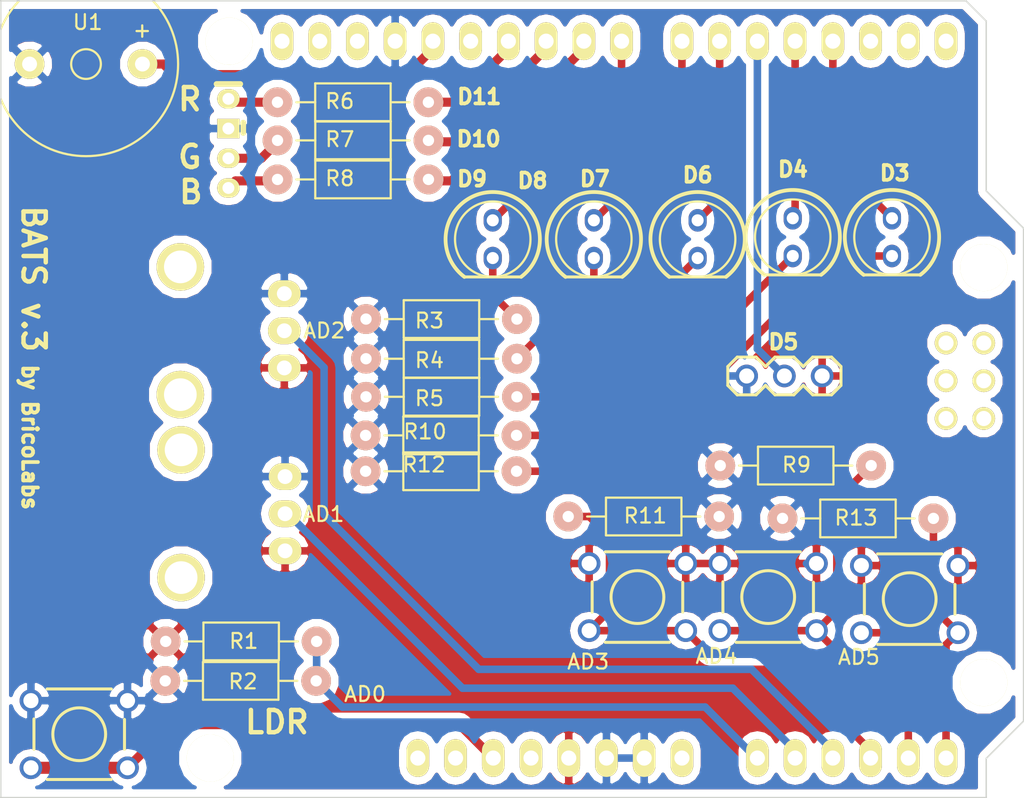
<source format=kicad_pcb>
(kicad_pcb (version 20171130) (host pcbnew 6.0.0-rc1-unknown-f9f87b3~66~ubuntu16.04.1)

  (general
    (thickness 1.6)
    (drawings 31)
    (tracks 101)
    (zones 0)
    (modules 29)
    (nets 28)
  )

  (page A4)
  (title_block
    (title "BATS PCB")
    (date 2017-09-27)
    (rev 3.0)
    (company BricoLabs)
  )

  (layers
    (0 F.Cu signal hide)
    (31 B.Cu signal hide)
    (32 B.Adhes user)
    (33 F.Adhes user)
    (34 B.Paste user)
    (35 F.Paste user)
    (36 B.SilkS user)
    (37 F.SilkS user)
    (38 B.Mask user)
    (39 F.Mask user)
    (40 Dwgs.User user hide)
    (41 Cmts.User user hide)
    (42 Eco1.User user hide)
    (43 Eco2.User user hide)
    (44 Edge.Cuts user)
    (45 Margin user hide)
    (46 B.CrtYd user hide)
    (47 F.CrtYd user hide)
    (48 B.Fab user hide)
    (49 F.Fab user hide)
  )

  (setup
    (last_trace_width 0.3048)
    (user_trace_width 0.3048)
    (user_trace_width 0.4064)
    (user_trace_width 0.508)
    (user_trace_width 0.6096)
    (user_trace_width 0.8128)
    (trace_clearance 0.3556)
    (zone_clearance 0.508)
    (zone_45_only no)
    (trace_min 0.3048)
    (via_size 1.2)
    (via_drill 0.8)
    (via_min_size 1.2)
    (via_min_drill 0.8)
    (uvia_size 0.508)
    (uvia_drill 0.127)
    (uvias_allowed no)
    (uvia_min_size 0)
    (uvia_min_drill 0)
    (edge_width 0.1)
    (segment_width 0.2)
    (pcb_text_width 0.3)
    (pcb_text_size 1.5 1.5)
    (mod_edge_width 0.15)
    (mod_text_size 1 1)
    (mod_text_width 0.15)
    (pad_size 1.5 1.5)
    (pad_drill 0.6)
    (pad_to_mask_clearance 0)
    (solder_mask_min_width 0.25)
    (aux_axis_origin 0 0)
    (visible_elements FFFFFF7F)
    (pcbplotparams
      (layerselection 0x011f0_80000001)
      (usegerberextensions false)
      (usegerberattributes false)
      (usegerberadvancedattributes false)
      (creategerberjobfile false)
      (excludeedgelayer true)
      (linewidth 0.100000)
      (plotframeref false)
      (viasonmask false)
      (mode 1)
      (useauxorigin false)
      (hpglpennumber 1)
      (hpglpenspeed 20)
      (hpglpendiameter 15.000000)
      (psnegative false)
      (psa4output false)
      (plotreference true)
      (plotvalue true)
      (plotinvisibletext false)
      (padsonsilk false)
      (subtractmaskfromsilk false)
      (outputformat 4)
      (mirror false)
      (drillshape 0)
      (scaleselection 1)
      (outputdirectory "../exports/pdf/"))
  )

  (net 0 "")
  (net 1 "Net-(LED1-PadK)")
  (net 2 "Net-(LED2-PadK)")
  (net 3 "Net-(LED3-PadK)")
  (net 4 "Net-(LED4-PadAB)")
  (net 5 "Net-(LED4-PadAR)")
  (net 6 GND)
  (net 7 "Net-(LED4-PadAG)")
  (net 8 "Net-(SHIELD1-PadRST)")
  (net 9 /ARD11)
  (net 10 /ARD10)
  (net 11 /ARD13)
  (net 12 /ARD8)
  (net 13 /ARD7)
  (net 14 /ARD6)
  (net 15 /ARD9)
  (net 16 /ARD5)
  (net 17 /ARD3)
  (net 18 /ARD4)
  (net 19 /VCC)
  (net 20 /AD0)
  (net 21 /AD1)
  (net 22 /AD2)
  (net 23 "Net-(LED5-PadK)")
  (net 24 "Net-(LED6-PadK)")
  (net 25 /AD4)
  (net 26 /AD3)
  (net 27 /AD5)

  (net_class Default "This is the default net class."
    (clearance 0.3556)
    (trace_width 0.3048)
    (via_dia 1.2)
    (via_drill 0.8)
    (uvia_dia 0.508)
    (uvia_drill 0.127)
    (add_net /AD0)
    (add_net /AD1)
    (add_net /AD2)
    (add_net /AD3)
    (add_net /AD4)
    (add_net /AD5)
    (add_net /ARD10)
    (add_net /ARD11)
    (add_net /ARD13)
    (add_net /ARD3)
    (add_net /ARD4)
    (add_net /ARD5)
    (add_net /ARD6)
    (add_net /ARD7)
    (add_net /ARD8)
    (add_net /ARD9)
    (add_net /VCC)
    (add_net GND)
    (add_net "Net-(LED1-PadK)")
    (add_net "Net-(LED2-PadK)")
    (add_net "Net-(LED3-PadK)")
    (add_net "Net-(LED4-PadAB)")
    (add_net "Net-(LED4-PadAG)")
    (add_net "Net-(LED4-PadAR)")
    (add_net "Net-(LED5-PadK)")
    (add_net "Net-(LED6-PadK)")
    (add_net "Net-(SHIELD1-PadRST)")
  )

  (module FT:SW_PUSHBUTTON_PTH (layer F.Cu) (tedit 5477A5C1) (tstamp 56202908)
    (at 188.0108 124.5616)
    (descr "<b>OMRON SWITCH</b>")
    (path /558AEBBD)
    (fp_text reference SW6 (at -0.05 0) (layer Eco1.User)
      (effects (font (size 0.6 0.6) (thickness 0.1)))
    )
    (fp_text value RIGHT (at 0 0) (layer Eco1.User) hide
      (effects (font (size 0 0) (thickness 0.000001)))
    )
    (fp_line (start 3.048 -1.016) (end 3.048 -2.54) (layer Cmts.User) (width 0.2032))
    (fp_line (start 3.048 -2.54) (end 2.54 -3.048) (layer Cmts.User) (width 0.2032))
    (fp_line (start 2.54 3.048) (end 3.048 2.54) (layer Cmts.User) (width 0.2032))
    (fp_line (start 3.048 2.54) (end 3.048 1.016) (layer Cmts.User) (width 0.2032))
    (fp_line (start -2.54 -3.048) (end -3.048 -2.54) (layer Cmts.User) (width 0.2032))
    (fp_line (start -3.048 -2.54) (end -3.048 -1.016) (layer Cmts.User) (width 0.2032))
    (fp_line (start -2.54 3.048) (end -3.048 2.54) (layer Cmts.User) (width 0.2032))
    (fp_line (start -3.048 2.54) (end -3.048 1.016) (layer Cmts.User) (width 0.2032))
    (fp_line (start 2.54 3.048) (end 2.159 3.048) (layer Cmts.User) (width 0.2032))
    (fp_line (start -2.54 3.048) (end -2.159 3.048) (layer Cmts.User) (width 0.2032))
    (fp_line (start -2.54 -3.048) (end -2.159 -3.048) (layer Cmts.User) (width 0.2032))
    (fp_line (start 2.54 -3.048) (end 2.159 -3.048) (layer Cmts.User) (width 0.2032))
    (fp_line (start 2.159 -3.048) (end -2.159 -3.048) (layer F.SilkS) (width 0.2032))
    (fp_line (start -2.159 3.048) (end 2.159 3.048) (layer F.SilkS) (width 0.2032))
    (fp_line (start 3.048 -0.99568) (end 3.048 1.016) (layer F.SilkS) (width 0.2032))
    (fp_line (start -3.048 -1.02616) (end -3.048 1.016) (layer F.SilkS) (width 0.2032))
    (fp_line (start -2.54 -1.27) (end -2.54 -0.508) (layer Cmts.User) (width 0.2032))
    (fp_line (start -2.54 0.508) (end -2.54 1.27) (layer Cmts.User) (width 0.2032))
    (fp_line (start -2.54 -0.508) (end -2.159 0.381) (layer Cmts.User) (width 0.2032))
    (fp_circle (center 0 0) (end 1.778 0) (layer F.SilkS) (width 0.2032))
    (pad 1 thru_hole oval (at -3.2512 -2.2606) (size 1.524 1.524) (drill 1.016) (layers *.Cu *.Mask)
      (net 19 /VCC))
    (pad 1 thru_hole oval (at 3.2512 -2.2606) (size 1.524 1.524) (drill 1.016) (layers *.Cu *.Mask)
      (net 19 /VCC))
    (pad 2 thru_hole oval (at -3.2512 2.2606) (size 1.524 1.524) (drill 1.016) (layers *.Cu *.Mask)
      (net 27 /AD5))
    (pad 2 thru_hole oval (at 3.2512 2.2606) (size 1.524 1.524) (drill 1.016) (layers *.Cu *.Mask)
      (net 27 /AD5))
  )

  (module FT:SW_PUSHBUTTON_PTH (layer F.Cu) (tedit 5477A5C1) (tstamp 562016FB)
    (at 169.6847 124.4219)
    (descr "<b>OMRON SWITCH</b>")
    (path /558AEB11)
    (fp_text reference SW4 (at -0.05 0) (layer Eco1.User)
      (effects (font (size 0.6 0.6) (thickness 0.1)))
    )
    (fp_text value LEFT (at 0 0) (layer Eco1.User) hide
      (effects (font (size 0 0) (thickness 0.000001)))
    )
    (fp_line (start 3.048 -1.016) (end 3.048 -2.54) (layer Cmts.User) (width 0.2032))
    (fp_line (start 3.048 -2.54) (end 2.54 -3.048) (layer Cmts.User) (width 0.2032))
    (fp_line (start 2.54 3.048) (end 3.048 2.54) (layer Cmts.User) (width 0.2032))
    (fp_line (start 3.048 2.54) (end 3.048 1.016) (layer Cmts.User) (width 0.2032))
    (fp_line (start -2.54 -3.048) (end -3.048 -2.54) (layer Cmts.User) (width 0.2032))
    (fp_line (start -3.048 -2.54) (end -3.048 -1.016) (layer Cmts.User) (width 0.2032))
    (fp_line (start -2.54 3.048) (end -3.048 2.54) (layer Cmts.User) (width 0.2032))
    (fp_line (start -3.048 2.54) (end -3.048 1.016) (layer Cmts.User) (width 0.2032))
    (fp_line (start 2.54 3.048) (end 2.159 3.048) (layer Cmts.User) (width 0.2032))
    (fp_line (start -2.54 3.048) (end -2.159 3.048) (layer Cmts.User) (width 0.2032))
    (fp_line (start -2.54 -3.048) (end -2.159 -3.048) (layer Cmts.User) (width 0.2032))
    (fp_line (start 2.54 -3.048) (end 2.159 -3.048) (layer Cmts.User) (width 0.2032))
    (fp_line (start 2.159 -3.048) (end -2.159 -3.048) (layer F.SilkS) (width 0.2032))
    (fp_line (start -2.159 3.048) (end 2.159 3.048) (layer F.SilkS) (width 0.2032))
    (fp_line (start 3.048 -0.99568) (end 3.048 1.016) (layer F.SilkS) (width 0.2032))
    (fp_line (start -3.048 -1.02616) (end -3.048 1.016) (layer F.SilkS) (width 0.2032))
    (fp_line (start -2.54 -1.27) (end -2.54 -0.508) (layer Cmts.User) (width 0.2032))
    (fp_line (start -2.54 0.508) (end -2.54 1.27) (layer Cmts.User) (width 0.2032))
    (fp_line (start -2.54 -0.508) (end -2.159 0.381) (layer Cmts.User) (width 0.2032))
    (fp_circle (center 0 0) (end 1.778 0) (layer F.SilkS) (width 0.2032))
    (pad 1 thru_hole oval (at -3.2512 -2.2606) (size 1.524 1.524) (drill 1.016) (layers *.Cu *.Mask)
      (net 19 /VCC))
    (pad 1 thru_hole oval (at 3.2512 -2.2606) (size 1.524 1.524) (drill 1.016) (layers *.Cu *.Mask)
      (net 19 /VCC))
    (pad 2 thru_hole oval (at -3.2512 2.2606) (size 1.524 1.524) (drill 1.016) (layers *.Cu *.Mask)
      (net 26 /AD3))
    (pad 2 thru_hole oval (at 3.2512 2.2606) (size 1.524 1.524) (drill 1.016) (layers *.Cu *.Mask)
      (net 26 /AD3))
  )

  (module extra:Resistor_Horizontal_SmallHole_RM10mm (layer F.Cu) (tedit 572530E9) (tstamp 5725715D)
    (at 189.611 119.126 180)
    (descr "Resistor, Axial, Small Hole,  RM 10mm, 1/3W")
    (tags "Resistor Axial Small Hole RM 10mm 1/3W")
    (path /558AEBC3)
    (fp_text reference R13 (at 5.207 0.04064 180) (layer F.SilkS)
      (effects (font (size 1 1) (thickness 0.15)))
    )
    (fp_text value 10K (at 5.01904 1.50368 180) (layer F.Fab)
      (effects (font (size 1 1) (thickness 0.15)))
    )
    (fp_line (start -1.25 -1.5) (end 11.4 -1.5) (layer F.CrtYd) (width 0.05))
    (fp_line (start -1.25 1.5) (end -1.25 -1.5) (layer F.CrtYd) (width 0.05))
    (fp_line (start 11.4 -1.5) (end 11.4 1.5) (layer F.CrtYd) (width 0.05))
    (fp_line (start -1.25 1.5) (end 11.4 1.5) (layer F.CrtYd) (width 0.05))
    (fp_line (start 2.54 -1.27) (end 7.62 -1.27) (layer F.SilkS) (width 0.15))
    (fp_line (start 7.62 -1.27) (end 7.62 1.27) (layer F.SilkS) (width 0.15))
    (fp_line (start 7.62 1.27) (end 2.54 1.27) (layer F.SilkS) (width 0.15))
    (fp_line (start 2.54 1.27) (end 2.54 -1.27) (layer F.SilkS) (width 0.15))
    (fp_line (start 2.54 0) (end 1.27 0) (layer F.SilkS) (width 0.15))
    (fp_line (start 7.62 0) (end 8.89 0) (layer F.SilkS) (width 0.15))
    (pad 1 thru_hole circle (at 0 0 180) (size 1.99898 1.99898) (drill 0.762) (layers *.Cu *.SilkS *.Mask)
      (net 27 /AD5))
    (pad 2 thru_hole circle (at 10.16 0 180) (size 1.99898 1.99898) (drill 0.762) (layers *.Cu *.SilkS *.Mask)
      (net 6 GND))
    (model Resistors_ThroughHole.3dshapes/Resistor_Horizontal_RM10mm.wrl
      (offset (xyz 5.079999923706055 0 0))
      (scale (xyz 0.4 0.4 0.4))
      (rotate (xyz 0 0 0))
    )
  )

  (module extra:Resistor_Horizontal_SmallHole_RM10mm (layer F.Cu) (tedit 572530E9) (tstamp 5744865F)
    (at 161.544 113.538 180)
    (descr "Resistor, Axial, Small Hole,  RM 10mm, 1/3W")
    (tags "Resistor Axial Small Hole RM 10mm 1/3W")
    (path /57448A80)
    (fp_text reference R10 (at 6.1595 0.254 180) (layer F.SilkS)
      (effects (font (size 1 1) (thickness 0.15)))
    )
    (fp_text value 220 (at 3.81 -0.5715 180) (layer F.Fab)
      (effects (font (size 1 1) (thickness 0.15)))
    )
    (fp_line (start -1.25 -1.5) (end 11.4 -1.5) (layer F.CrtYd) (width 0.05))
    (fp_line (start -1.25 1.5) (end -1.25 -1.5) (layer F.CrtYd) (width 0.05))
    (fp_line (start 11.4 -1.5) (end 11.4 1.5) (layer F.CrtYd) (width 0.05))
    (fp_line (start -1.25 1.5) (end 11.4 1.5) (layer F.CrtYd) (width 0.05))
    (fp_line (start 2.54 -1.27) (end 7.62 -1.27) (layer F.SilkS) (width 0.15))
    (fp_line (start 7.62 -1.27) (end 7.62 1.27) (layer F.SilkS) (width 0.15))
    (fp_line (start 7.62 1.27) (end 2.54 1.27) (layer F.SilkS) (width 0.15))
    (fp_line (start 2.54 1.27) (end 2.54 -1.27) (layer F.SilkS) (width 0.15))
    (fp_line (start 2.54 0) (end 1.27 0) (layer F.SilkS) (width 0.15))
    (fp_line (start 7.62 0) (end 8.89 0) (layer F.SilkS) (width 0.15))
    (pad 1 thru_hole circle (at 0 0 180) (size 1.99898 1.99898) (drill 0.762) (layers *.Cu *.SilkS *.Mask)
      (net 23 "Net-(LED5-PadK)"))
    (pad 2 thru_hole circle (at 10.16 0 180) (size 1.99898 1.99898) (drill 0.762) (layers *.Cu *.SilkS *.Mask)
      (net 6 GND))
    (model Resistors_ThroughHole.3dshapes/Resistor_Horizontal_RM10mm.wrl
      (offset (xyz 5.079999923706055 0 0))
      (scale (xyz 0.4 0.4 0.4))
      (rotate (xyz 0 0 0))
    )
  )

  (module extra:Resistor_Horizontal_SmallHole_RM10mm (layer F.Cu) (tedit 572530E9) (tstamp 5744866F)
    (at 161.544 115.951 180)
    (descr "Resistor, Axial, Small Hole,  RM 10mm, 1/3W")
    (tags "Resistor Axial Small Hole RM 10mm 1/3W")
    (path /57448B7B)
    (fp_text reference R12 (at 6.223 0.4445 180) (layer F.SilkS)
      (effects (font (size 1 1) (thickness 0.15)))
    )
    (fp_text value 220 (at 3.8735 -0.635 180) (layer F.Fab)
      (effects (font (size 1 1) (thickness 0.15)))
    )
    (fp_line (start -1.25 -1.5) (end 11.4 -1.5) (layer F.CrtYd) (width 0.05))
    (fp_line (start -1.25 1.5) (end -1.25 -1.5) (layer F.CrtYd) (width 0.05))
    (fp_line (start 11.4 -1.5) (end 11.4 1.5) (layer F.CrtYd) (width 0.05))
    (fp_line (start -1.25 1.5) (end 11.4 1.5) (layer F.CrtYd) (width 0.05))
    (fp_line (start 2.54 -1.27) (end 7.62 -1.27) (layer F.SilkS) (width 0.15))
    (fp_line (start 7.62 -1.27) (end 7.62 1.27) (layer F.SilkS) (width 0.15))
    (fp_line (start 7.62 1.27) (end 2.54 1.27) (layer F.SilkS) (width 0.15))
    (fp_line (start 2.54 1.27) (end 2.54 -1.27) (layer F.SilkS) (width 0.15))
    (fp_line (start 2.54 0) (end 1.27 0) (layer F.SilkS) (width 0.15))
    (fp_line (start 7.62 0) (end 8.89 0) (layer F.SilkS) (width 0.15))
    (pad 1 thru_hole circle (at 0 0 180) (size 1.99898 1.99898) (drill 0.762) (layers *.Cu *.SilkS *.Mask)
      (net 24 "Net-(LED6-PadK)"))
    (pad 2 thru_hole circle (at 10.16 0 180) (size 1.99898 1.99898) (drill 0.762) (layers *.Cu *.SilkS *.Mask)
      (net 6 GND))
    (model Resistors_ThroughHole.3dshapes/Resistor_Horizontal_RM10mm.wrl
      (offset (xyz 5.079999923706055 0 0))
      (scale (xyz 0.4 0.4 0.4))
      (rotate (xyz 0 0 0))
    )
  )

  (module FT:SW_PUSHBUTTON_PTH (layer F.Cu) (tedit 5477A5C1) (tstamp 562016C3)
    (at 178.4858 124.4219)
    (descr "<b>OMRON SWITCH</b>")
    (path /562027CC)
    (fp_text reference SW2 (at -0.05 0) (layer Eco1.User)
      (effects (font (size 0.6 0.6) (thickness 0.1)))
    )
    (fp_text value SHOT (at 0 0) (layer Eco1.User) hide
      (effects (font (size 0 0) (thickness 0.000001)))
    )
    (fp_line (start 3.048 -1.016) (end 3.048 -2.54) (layer Cmts.User) (width 0.2032))
    (fp_line (start 3.048 -2.54) (end 2.54 -3.048) (layer Cmts.User) (width 0.2032))
    (fp_line (start 2.54 3.048) (end 3.048 2.54) (layer Cmts.User) (width 0.2032))
    (fp_line (start 3.048 2.54) (end 3.048 1.016) (layer Cmts.User) (width 0.2032))
    (fp_line (start -2.54 -3.048) (end -3.048 -2.54) (layer Cmts.User) (width 0.2032))
    (fp_line (start -3.048 -2.54) (end -3.048 -1.016) (layer Cmts.User) (width 0.2032))
    (fp_line (start -2.54 3.048) (end -3.048 2.54) (layer Cmts.User) (width 0.2032))
    (fp_line (start -3.048 2.54) (end -3.048 1.016) (layer Cmts.User) (width 0.2032))
    (fp_line (start 2.54 3.048) (end 2.159 3.048) (layer Cmts.User) (width 0.2032))
    (fp_line (start -2.54 3.048) (end -2.159 3.048) (layer Cmts.User) (width 0.2032))
    (fp_line (start -2.54 -3.048) (end -2.159 -3.048) (layer Cmts.User) (width 0.2032))
    (fp_line (start 2.54 -3.048) (end 2.159 -3.048) (layer Cmts.User) (width 0.2032))
    (fp_line (start 2.159 -3.048) (end -2.159 -3.048) (layer F.SilkS) (width 0.2032))
    (fp_line (start -2.159 3.048) (end 2.159 3.048) (layer F.SilkS) (width 0.2032))
    (fp_line (start 3.048 -0.99568) (end 3.048 1.016) (layer F.SilkS) (width 0.2032))
    (fp_line (start -3.048 -1.02616) (end -3.048 1.016) (layer F.SilkS) (width 0.2032))
    (fp_line (start -2.54 -1.27) (end -2.54 -0.508) (layer Cmts.User) (width 0.2032))
    (fp_line (start -2.54 0.508) (end -2.54 1.27) (layer Cmts.User) (width 0.2032))
    (fp_line (start -2.54 -0.508) (end -2.159 0.381) (layer Cmts.User) (width 0.2032))
    (fp_circle (center 0 0) (end 1.778 0) (layer F.SilkS) (width 0.2032))
    (pad 1 thru_hole oval (at -3.2512 -2.2606) (size 1.524 1.524) (drill 1.016) (layers *.Cu *.Mask)
      (net 19 /VCC))
    (pad 1 thru_hole oval (at 3.2512 -2.2606) (size 1.524 1.524) (drill 1.016) (layers *.Cu *.Mask)
      (net 19 /VCC))
    (pad 2 thru_hole oval (at -3.2512 2.2606) (size 1.524 1.524) (drill 1.016) (layers *.Cu *.Mask)
      (net 25 /AD4))
    (pad 2 thru_hole oval (at 3.2512 2.2606) (size 1.524 1.524) (drill 1.016) (layers *.Cu *.Mask)
      (net 25 /AD4))
  )

  (module FT:ARDUINO_SHIELD locked (layer F.Cu) (tedit 57378A2B) (tstamp 568AF11F)
    (at 126.95936 137.80008)
    (descr http://www.thingiverse.com/thing:9630)
    (path /55897B99)
    (fp_text reference SHIELD1 (at 3.02768 -14.01572 90) (layer F.SilkS) hide
      (effects (font (size 1.524 1.524) (thickness 0.3048)))
    )
    (fp_text value ARDUINO_SHIELD (at 10.16 -54.61) (layer F.SilkS) hide
      (effects (font (size 1.524 1.524) (thickness 0.3048)))
    )
    (fp_line (start 66.04 -40.64) (end 66.04 -52.07) (layer Cmts.User) (width 0.381))
    (fp_line (start 66.04 -52.07) (end 64.77 -53.34) (layer Cmts.User) (width 0.381))
    (fp_line (start 64.77 -53.34) (end 0 -53.34) (layer Cmts.User) (width 0.381))
    (fp_line (start 66.04 0) (end 0 0) (layer Cmts.User) (width 0.381))
    (fp_line (start 0 0) (end 0 -53.34) (layer Cmts.User) (width 0.381))
    (fp_line (start 66.04 -40.64) (end 68.58 -38.1) (layer Cmts.User) (width 0.381))
    (fp_line (start 68.58 -38.1) (end 68.58 -5.08) (layer Cmts.User) (width 0.381))
    (fp_line (start 68.58 -5.08) (end 66.04 -2.54) (layer Cmts.User) (width 0.381))
    (fp_line (start 66.04 -2.54) (end 66.04 0) (layer Cmts.User) (width 0.381))
    (pad AD5 thru_hole oval (at 63.5 -2.54 90) (size 2.54 1.524) (drill 1.016) (layers *.Cu *.Mask F.SilkS)
      (net 27 /AD5))
    (pad AD4 thru_hole oval (at 60.96 -2.54 90) (size 2.54 1.524) (drill 1.016) (layers *.Cu *.Mask F.SilkS)
      (net 25 /AD4))
    (pad AD3 thru_hole oval (at 58.42 -2.54 90) (size 2.54 1.524) (drill 1.016) (layers *.Cu *.Mask F.SilkS)
      (net 26 /AD3))
    (pad AD0 thru_hole oval (at 50.8 -2.54 90) (size 2.54 1.524) (drill 1.016) (layers *.Cu *.Mask F.SilkS)
      (net 20 /AD0))
    (pad AD1 thru_hole oval (at 53.34 -2.54 90) (size 2.54 1.524) (drill 1.016) (layers *.Cu *.Mask F.SilkS)
      (net 21 /AD1))
    (pad AD2 thru_hole oval (at 55.88 -2.54 90) (size 2.54 1.524) (drill 1.016) (layers *.Cu *.Mask F.SilkS)
      (net 22 /AD2))
    (pad V_IN thru_hole oval (at 45.72 -2.54 90) (size 2.54 1.524) (drill 1.016) (layers *.Cu *.Mask F.SilkS))
    (pad GND2 thru_hole oval (at 43.18 -2.54 90) (size 2.54 1.524) (drill 1.016) (layers *.Cu *.Mask F.SilkS)
      (net 6 GND))
    (pad GND1 thru_hole oval (at 40.64 -2.54 90) (size 2.54 1.524) (drill 1.016) (layers *.Cu *.Mask F.SilkS)
      (net 6 GND))
    (pad 3V3 thru_hole oval (at 35.56 -2.54 90) (size 2.54 1.524) (drill 1.016) (layers *.Cu *.Mask F.SilkS))
    (pad RST thru_hole oval (at 33.02 -2.54 90) (size 2.54 1.524) (drill 1.016) (layers *.Cu *.Mask F.SilkS)
      (net 8 "Net-(SHIELD1-PadRST)"))
    (pad 0 thru_hole oval (at 63.5 -50.8 90) (size 2.54 1.524) (drill 1.016) (layers *.Cu *.Mask F.SilkS))
    (pad 1 thru_hole oval (at 60.96 -50.8 90) (size 2.54 1.524) (drill 1.016) (layers *.Cu *.Mask F.SilkS))
    (pad 2 thru_hole oval (at 58.42 -50.8 90) (size 2.54 1.524) (drill 1.016) (layers *.Cu *.Mask F.SilkS))
    (pad 3 thru_hole oval (at 55.88 -50.8 90) (size 2.54 1.524) (drill 1.016) (layers *.Cu *.Mask F.SilkS)
      (net 17 /ARD3))
    (pad 4 thru_hole oval (at 53.34 -50.8 90) (size 2.54 1.524) (drill 1.016) (layers *.Cu *.Mask F.SilkS)
      (net 18 /ARD4))
    (pad 5 thru_hole oval (at 50.8 -50.8 90) (size 2.54 1.524) (drill 1.016) (layers *.Cu *.Mask F.SilkS)
      (net 16 /ARD5))
    (pad 6 thru_hole oval (at 48.26 -50.8 90) (size 2.54 1.524) (drill 1.016) (layers *.Cu *.Mask F.SilkS)
      (net 14 /ARD6))
    (pad 7 thru_hole oval (at 45.72 -50.8 90) (size 2.54 1.524) (drill 1.016) (layers *.Cu *.Mask F.SilkS)
      (net 13 /ARD7))
    (pad 8 thru_hole oval (at 41.656 -50.8 90) (size 2.54 1.524) (drill 1.016) (layers *.Cu *.Mask F.SilkS)
      (net 12 /ARD8))
    (pad 9 thru_hole oval (at 39.116 -50.8 90) (size 2.54 1.524) (drill 1.016) (layers *.Cu *.Mask F.SilkS)
      (net 15 /ARD9))
    (pad 10 thru_hole oval (at 36.576 -50.8 90) (size 2.54 1.524) (drill 1.016) (layers *.Cu *.Mask F.SilkS)
      (net 10 /ARD10))
    (pad 11 thru_hole oval (at 34.036 -50.8 90) (size 2.54 1.524) (drill 1.016) (layers *.Cu *.Mask F.SilkS)
      (net 9 /ARD11))
    (pad 12 thru_hole oval (at 31.496 -50.8 90) (size 2.54 1.524) (drill 1.016) (layers *.Cu *.Mask F.SilkS))
    (pad 13 thru_hole oval (at 28.956 -50.8 90) (size 2.54 1.524) (drill 1.016) (layers *.Cu *.Mask F.SilkS)
      (net 11 /ARD13))
    (pad GND3 thru_hole oval (at 26.416 -50.8 90) (size 2.54 1.524) (drill 1.016) (layers *.Cu *.Mask F.SilkS)
      (net 6 GND))
    (pad AREF thru_hole oval (at 23.876 -50.8 90) (size 2.54 1.524) (drill 1.016) (layers *.Cu *.Mask F.SilkS))
    (pad 5V thru_hole oval (at 38.1 -2.54 90) (size 2.54 1.524) (drill 1.016) (layers *.Cu *.Mask F.SilkS)
      (net 19 /VCC))
    (pad "" np_thru_hole circle (at 66.04 -7.62 90) (size 3.175 3.175) (drill 3.175) (layers *.Cu *.Mask F.SilkS))
    (pad "" np_thru_hole circle (at 66.04 -35.56 90) (size 3.175 3.175) (drill 3.175) (layers *.Cu *.Mask F.SilkS))
    (pad "" np_thru_hole circle (at 15.24 -50.8 90) (size 3.175 3.175) (drill 3.175) (layers *.Cu *.Mask F.SilkS))
    (pad "" np_thru_hole circle (at 13.97 -2.54 90) (size 3.175 3.175) (drill 3.175) (layers *.Cu *.Mask F.SilkS))
    (pad SDA thru_hole oval (at 21.336 -50.8 90) (size 2.54 1.524) (drill 1.016) (layers *.Cu *.Mask F.SilkS))
    (pad SCL thru_hole oval (at 18.796 -50.8 90) (size 2.54 1.524) (drill 1.016) (layers *.Cu *.Mask F.SilkS))
    (pad IO_R thru_hole oval (at 30.48 -2.54 90) (size 2.54 1.524) (drill 1.016) (layers *.Cu *.Mask F.SilkS))
    (pad NC thru_hole oval (at 27.94 -2.54 90) (size 2.54 1.524) (drill 1.016) (layers *.Cu *.Mask F.SilkS))
    (pad SP1 thru_hole circle (at 63.5 -30.48 90) (size 1.524 1.524) (drill 1.016) (layers *.Cu *.Mask F.SilkS))
    (pad SP2 thru_hole circle (at 66.04 -30.48 90) (size 1.524 1.524) (drill 1.016) (layers *.Cu *.Mask F.SilkS))
    (pad SP3 thru_hole circle (at 63.5 -27.94 90) (size 1.524 1.524) (drill 1.016) (layers *.Cu *.Mask F.SilkS))
    (pad SP4 thru_hole circle (at 66.04 -27.94 90) (size 1.524 1.524) (drill 1.016) (layers *.Cu *.Mask F.SilkS))
    (pad SP5 thru_hole circle (at 63.5 -25.4 90) (size 1.524 1.524) (drill 1.016) (layers *.Cu *.Mask F.SilkS))
    (pad SP6 thru_hole circle (at 66.04 -25.4 90) (size 1.524 1.524) (drill 1.016) (layers *.Cu *.Mask F.SilkS))
  )

  (module FT:1X03 (layer F.Cu) (tedit 54769DEE) (tstamp 55EA2C2B)
    (at 182.118 109.5375 180)
    (path /558B2883)
    (fp_text reference P1 (at 0.3 0 180) (layer Eco1.User)
      (effects (font (size 0.6 0.6) (thickness 0.1)))
    )
    (fp_text value SERVO (at 2.6 1.6 180) (layer Eco1.User)
      (effects (font (size 0.2 0.2) (thickness 0.05)))
    )
    (fp_line (start 3.81 -0.635) (end 4.445 -1.27) (layer F.SilkS) (width 0.2032))
    (fp_line (start 4.445 -1.27) (end 5.715 -1.27) (layer F.SilkS) (width 0.2032))
    (fp_line (start 5.715 -1.27) (end 6.35 -0.635) (layer F.SilkS) (width 0.2032))
    (fp_line (start 6.35 0.635) (end 5.715 1.27) (layer F.SilkS) (width 0.2032))
    (fp_line (start 5.715 1.27) (end 4.445 1.27) (layer F.SilkS) (width 0.2032))
    (fp_line (start 4.445 1.27) (end 3.81 0.635) (layer F.SilkS) (width 0.2032))
    (fp_line (start -0.635 -1.27) (end 0.635 -1.27) (layer F.SilkS) (width 0.2032))
    (fp_line (start 0.635 -1.27) (end 1.27 -0.635) (layer F.SilkS) (width 0.2032))
    (fp_line (start 1.27 0.635) (end 0.635 1.27) (layer F.SilkS) (width 0.2032))
    (fp_line (start 1.27 -0.635) (end 1.905 -1.27) (layer F.SilkS) (width 0.2032))
    (fp_line (start 1.905 -1.27) (end 3.175 -1.27) (layer F.SilkS) (width 0.2032))
    (fp_line (start 3.175 -1.27) (end 3.81 -0.635) (layer F.SilkS) (width 0.2032))
    (fp_line (start 3.81 0.635) (end 3.175 1.27) (layer F.SilkS) (width 0.2032))
    (fp_line (start 3.175 1.27) (end 1.905 1.27) (layer F.SilkS) (width 0.2032))
    (fp_line (start 1.905 1.27) (end 1.27 0.635) (layer F.SilkS) (width 0.2032))
    (fp_line (start -1.27 -0.635) (end -1.27 0.635) (layer F.SilkS) (width 0.2032))
    (fp_line (start -0.635 -1.27) (end -1.27 -0.635) (layer F.SilkS) (width 0.2032))
    (fp_line (start -1.27 0.635) (end -0.635 1.27) (layer F.SilkS) (width 0.2032))
    (fp_line (start 0.635 1.27) (end -0.635 1.27) (layer F.SilkS) (width 0.2032))
    (fp_line (start 6.35 -0.635) (end 6.35 0.635) (layer F.SilkS) (width 0.2032))
    (pad 1 thru_hole oval (at 0 0 270) (size 1.524 1.524) (drill 1.016) (layers *.Cu *.Mask)
      (net 19 /VCC))
    (pad 2 thru_hole oval (at 2.54 0 270) (size 1.524 1.524) (drill 1.016) (layers *.Cu *.Mask)
      (net 16 /ARD5))
    (pad 3 thru_hole oval (at 5.08 0 270) (size 1.524 1.524) (drill 1.016) (layers *.Cu *.Mask)
      (net 6 GND))
  )

  (module FT:SW_PUSHBUTTON_PTH (layer F.Cu) (tedit 5477A5C1) (tstamp 562016A7)
    (at 132.1054 133.6548)
    (descr "<b>OMRON SWITCH</b>")
    (path /558B73E7)
    (fp_text reference SW1 (at -0.05 0) (layer Eco1.User)
      (effects (font (size 0.6 0.6) (thickness 0.1)))
    )
    (fp_text value RESET (at 0 0) (layer Eco1.User) hide
      (effects (font (size 0 0) (thickness 0.000001)))
    )
    (fp_line (start 3.048 -1.016) (end 3.048 -2.54) (layer Cmts.User) (width 0.2032))
    (fp_line (start 3.048 -2.54) (end 2.54 -3.048) (layer Cmts.User) (width 0.2032))
    (fp_line (start 2.54 3.048) (end 3.048 2.54) (layer Cmts.User) (width 0.2032))
    (fp_line (start 3.048 2.54) (end 3.048 1.016) (layer Cmts.User) (width 0.2032))
    (fp_line (start -2.54 -3.048) (end -3.048 -2.54) (layer Cmts.User) (width 0.2032))
    (fp_line (start -3.048 -2.54) (end -3.048 -1.016) (layer Cmts.User) (width 0.2032))
    (fp_line (start -2.54 3.048) (end -3.048 2.54) (layer Cmts.User) (width 0.2032))
    (fp_line (start -3.048 2.54) (end -3.048 1.016) (layer Cmts.User) (width 0.2032))
    (fp_line (start 2.54 3.048) (end 2.159 3.048) (layer Cmts.User) (width 0.2032))
    (fp_line (start -2.54 3.048) (end -2.159 3.048) (layer Cmts.User) (width 0.2032))
    (fp_line (start -2.54 -3.048) (end -2.159 -3.048) (layer Cmts.User) (width 0.2032))
    (fp_line (start 2.54 -3.048) (end 2.159 -3.048) (layer Cmts.User) (width 0.2032))
    (fp_line (start 2.159 -3.048) (end -2.159 -3.048) (layer F.SilkS) (width 0.2032))
    (fp_line (start -2.159 3.048) (end 2.159 3.048) (layer F.SilkS) (width 0.2032))
    (fp_line (start 3.048 -0.99568) (end 3.048 1.016) (layer F.SilkS) (width 0.2032))
    (fp_line (start -3.048 -1.02616) (end -3.048 1.016) (layer F.SilkS) (width 0.2032))
    (fp_line (start -2.54 -1.27) (end -2.54 -0.508) (layer Cmts.User) (width 0.2032))
    (fp_line (start -2.54 0.508) (end -2.54 1.27) (layer Cmts.User) (width 0.2032))
    (fp_line (start -2.54 -0.508) (end -2.159 0.381) (layer Cmts.User) (width 0.2032))
    (fp_circle (center 0 0) (end 1.778 0) (layer F.SilkS) (width 0.2032))
    (pad 1 thru_hole oval (at -3.2512 -2.2606) (size 1.524 1.524) (drill 1.016) (layers *.Cu *.Mask)
      (net 6 GND))
    (pad 1 thru_hole oval (at 3.2512 -2.2606) (size 1.524 1.524) (drill 1.016) (layers *.Cu *.Mask)
      (net 6 GND))
    (pad 2 thru_hole oval (at -3.2512 2.2606) (size 1.524 1.524) (drill 1.016) (layers *.Cu *.Mask)
      (net 8 "Net-(SHIELD1-PadRST)"))
    (pad 2 thru_hole oval (at 3.2512 2.2606) (size 1.524 1.524) (drill 1.016) (layers *.Cu *.Mask)
      (net 8 "Net-(SHIELD1-PadRST)"))
  )

  (module Buzzers_Beepers:Buzzer_12x9.5RM7.6 (layer F.Cu) (tedit 544E361A) (tstamp 568AF128)
    (at 132.5626 88.53932)
    (descr "Generic Buzzer, D12mm height 9.5mm with RM7.6mm")
    (tags buzzer)
    (path /5589860F)
    (fp_text reference U1 (at 0.11176 -2.81432) (layer F.SilkS)
      (effects (font (size 1 1) (thickness 0.15)))
    )
    (fp_text value BUZZER (at -0.03048 2.69748) (layer F.Fab)
      (effects (font (size 1 1) (thickness 0.15)))
    )
    (fp_circle (center 0 0) (end 1.00076 0) (layer F.SilkS) (width 0.15))
    (fp_text user + (at 3.7846 -2.29616) (layer F.SilkS)
      (effects (font (size 1 1) (thickness 0.15)))
    )
    (fp_circle (center 0 0) (end 6.20014 0) (layer F.SilkS) (width 0.15))
    (pad 1 thru_hole circle (at -3.79984 0) (size 2 2) (drill 1.00076) (layers *.Cu *.Mask F.SilkS)
      (net 6 GND))
    (pad 2 thru_hole circle (at 3.79984 0) (size 2 2) (drill 1.00076) (layers *.Cu *.Mask F.SilkS)
      (net 11 /ARD13))
    (model Buzzers_Beepers.3dshapes/Buzzer_12x9.5RM7.6.wrl
      (at (xyz 0 0 0))
      (scale (xyz 4 4 4))
      (rotate (xyz 0 0 0))
    )
  )

  (module extra:Resistor_Horizontal_SmallHole_RM10mm (layer F.Cu) (tedit 572530E9) (tstamp 572570A9)
    (at 137.92708 127.4064)
    (descr "Resistor, Axial, Small Hole,  RM 10mm, 1/3W")
    (tags "Resistor Axial Small Hole RM 10mm 1/3W")
    (path /558983C9)
    (fp_text reference R1 (at 5.25272 -0.02032) (layer F.SilkS)
      (effects (font (size 1 1) (thickness 0.15)))
    )
    (fp_text value RES_PHOTO_LDR (at 5.08 3.81) (layer F.Fab)
      (effects (font (size 1 1) (thickness 0.15)))
    )
    (fp_line (start -1.25 -1.5) (end 11.4 -1.5) (layer F.CrtYd) (width 0.05))
    (fp_line (start -1.25 1.5) (end -1.25 -1.5) (layer F.CrtYd) (width 0.05))
    (fp_line (start 11.4 -1.5) (end 11.4 1.5) (layer F.CrtYd) (width 0.05))
    (fp_line (start -1.25 1.5) (end 11.4 1.5) (layer F.CrtYd) (width 0.05))
    (fp_line (start 2.54 -1.27) (end 7.62 -1.27) (layer F.SilkS) (width 0.15))
    (fp_line (start 7.62 -1.27) (end 7.62 1.27) (layer F.SilkS) (width 0.15))
    (fp_line (start 7.62 1.27) (end 2.54 1.27) (layer F.SilkS) (width 0.15))
    (fp_line (start 2.54 1.27) (end 2.54 -1.27) (layer F.SilkS) (width 0.15))
    (fp_line (start 2.54 0) (end 1.27 0) (layer F.SilkS) (width 0.15))
    (fp_line (start 7.62 0) (end 8.89 0) (layer F.SilkS) (width 0.15))
    (pad 1 thru_hole circle (at 0 0) (size 1.99898 1.99898) (drill 0.762) (layers *.Cu *.SilkS *.Mask)
      (net 19 /VCC))
    (pad 2 thru_hole circle (at 10.16 0) (size 1.99898 1.99898) (drill 0.762) (layers *.Cu *.SilkS *.Mask)
      (net 20 /AD0))
    (model Resistors_ThroughHole.3dshapes/Resistor_Horizontal_RM10mm.wrl
      (offset (xyz 5.079999923706055 0 0))
      (scale (xyz 0.4 0.4 0.4))
      (rotate (xyz 0 0 0))
    )
  )

  (module extra:Resistor_Horizontal_SmallHole_RM10mm (layer F.Cu) (tedit 572530E9) (tstamp 572570B8)
    (at 148.0566 130.06324 180)
    (descr "Resistor, Axial, Small Hole,  RM 10mm, 1/3W")
    (tags "Resistor Axial Small Hole RM 10mm 1/3W")
    (path /55898454)
    (fp_text reference R2 (at 4.9276 -0.04572 180) (layer F.SilkS)
      (effects (font (size 1 1) (thickness 0.15)))
    )
    (fp_text value 10K (at 5.08 3.81 180) (layer F.Fab)
      (effects (font (size 1 1) (thickness 0.15)))
    )
    (fp_line (start -1.25 -1.5) (end 11.4 -1.5) (layer F.CrtYd) (width 0.05))
    (fp_line (start -1.25 1.5) (end -1.25 -1.5) (layer F.CrtYd) (width 0.05))
    (fp_line (start 11.4 -1.5) (end 11.4 1.5) (layer F.CrtYd) (width 0.05))
    (fp_line (start -1.25 1.5) (end 11.4 1.5) (layer F.CrtYd) (width 0.05))
    (fp_line (start 2.54 -1.27) (end 7.62 -1.27) (layer F.SilkS) (width 0.15))
    (fp_line (start 7.62 -1.27) (end 7.62 1.27) (layer F.SilkS) (width 0.15))
    (fp_line (start 7.62 1.27) (end 2.54 1.27) (layer F.SilkS) (width 0.15))
    (fp_line (start 2.54 1.27) (end 2.54 -1.27) (layer F.SilkS) (width 0.15))
    (fp_line (start 2.54 0) (end 1.27 0) (layer F.SilkS) (width 0.15))
    (fp_line (start 7.62 0) (end 8.89 0) (layer F.SilkS) (width 0.15))
    (pad 1 thru_hole circle (at 0 0 180) (size 1.99898 1.99898) (drill 0.762) (layers *.Cu *.SilkS *.Mask)
      (net 20 /AD0))
    (pad 2 thru_hole circle (at 10.16 0 180) (size 1.99898 1.99898) (drill 0.762) (layers *.Cu *.SilkS *.Mask)
      (net 6 GND))
    (model Resistors_ThroughHole.3dshapes/Resistor_Horizontal_RM10mm.wrl
      (offset (xyz 5.079999923706055 0 0))
      (scale (xyz 0.4 0.4 0.4))
      (rotate (xyz 0 0 0))
    )
  )

  (module extra:Resistor_Horizontal_SmallHole_RM10mm (layer F.Cu) (tedit 572530E9) (tstamp 572570C7)
    (at 161.57194 105.70718 180)
    (descr "Resistor, Axial, Small Hole,  RM 10mm, 1/3W")
    (tags "Resistor Axial Small Hole RM 10mm 1/3W")
    (path /55898319)
    (fp_text reference R3 (at 5.89534 -0.10922 180) (layer F.SilkS)
      (effects (font (size 1 1) (thickness 0.15)))
    )
    (fp_text value 220 (at 3.7465 -1.27 180) (layer F.Fab)
      (effects (font (size 1 1) (thickness 0.15)))
    )
    (fp_line (start -1.25 -1.5) (end 11.4 -1.5) (layer F.CrtYd) (width 0.05))
    (fp_line (start -1.25 1.5) (end -1.25 -1.5) (layer F.CrtYd) (width 0.05))
    (fp_line (start 11.4 -1.5) (end 11.4 1.5) (layer F.CrtYd) (width 0.05))
    (fp_line (start -1.25 1.5) (end 11.4 1.5) (layer F.CrtYd) (width 0.05))
    (fp_line (start 2.54 -1.27) (end 7.62 -1.27) (layer F.SilkS) (width 0.15))
    (fp_line (start 7.62 -1.27) (end 7.62 1.27) (layer F.SilkS) (width 0.15))
    (fp_line (start 7.62 1.27) (end 2.54 1.27) (layer F.SilkS) (width 0.15))
    (fp_line (start 2.54 1.27) (end 2.54 -1.27) (layer F.SilkS) (width 0.15))
    (fp_line (start 2.54 0) (end 1.27 0) (layer F.SilkS) (width 0.15))
    (fp_line (start 7.62 0) (end 8.89 0) (layer F.SilkS) (width 0.15))
    (pad 1 thru_hole circle (at 0 0 180) (size 1.99898 1.99898) (drill 0.762) (layers *.Cu *.SilkS *.Mask)
      (net 1 "Net-(LED1-PadK)"))
    (pad 2 thru_hole circle (at 10.16 0 180) (size 1.99898 1.99898) (drill 0.762) (layers *.Cu *.SilkS *.Mask)
      (net 6 GND))
    (model Resistors_ThroughHole.3dshapes/Resistor_Horizontal_RM10mm.wrl
      (offset (xyz 5.079999923706055 0 0))
      (scale (xyz 0.4 0.4 0.4))
      (rotate (xyz 0 0 0))
    )
  )

  (module extra:Resistor_Horizontal_SmallHole_RM10mm (layer F.Cu) (tedit 572530E9) (tstamp 572570D6)
    (at 161.57194 108.377355 180)
    (descr "Resistor, Axial, Small Hole,  RM 10mm, 1/3W")
    (tags "Resistor Axial Small Hole RM 10mm 1/3W")
    (path /55898218)
    (fp_text reference R4 (at 5.89534 -0.10922 180) (layer F.SilkS)
      (effects (font (size 1 1) (thickness 0.15)))
    )
    (fp_text value 220 (at 3.7465 -1.27 180) (layer F.Fab)
      (effects (font (size 1 1) (thickness 0.15)))
    )
    (fp_line (start -1.25 -1.5) (end 11.4 -1.5) (layer F.CrtYd) (width 0.05))
    (fp_line (start -1.25 1.5) (end -1.25 -1.5) (layer F.CrtYd) (width 0.05))
    (fp_line (start 11.4 -1.5) (end 11.4 1.5) (layer F.CrtYd) (width 0.05))
    (fp_line (start -1.25 1.5) (end 11.4 1.5) (layer F.CrtYd) (width 0.05))
    (fp_line (start 2.54 -1.27) (end 7.62 -1.27) (layer F.SilkS) (width 0.15))
    (fp_line (start 7.62 -1.27) (end 7.62 1.27) (layer F.SilkS) (width 0.15))
    (fp_line (start 7.62 1.27) (end 2.54 1.27) (layer F.SilkS) (width 0.15))
    (fp_line (start 2.54 1.27) (end 2.54 -1.27) (layer F.SilkS) (width 0.15))
    (fp_line (start 2.54 0) (end 1.27 0) (layer F.SilkS) (width 0.15))
    (fp_line (start 7.62 0) (end 8.89 0) (layer F.SilkS) (width 0.15))
    (pad 1 thru_hole circle (at 0 0 180) (size 1.99898 1.99898) (drill 0.762) (layers *.Cu *.SilkS *.Mask)
      (net 2 "Net-(LED2-PadK)"))
    (pad 2 thru_hole circle (at 10.16 0 180) (size 1.99898 1.99898) (drill 0.762) (layers *.Cu *.SilkS *.Mask)
      (net 6 GND))
    (model Resistors_ThroughHole.3dshapes/Resistor_Horizontal_RM10mm.wrl
      (offset (xyz 5.079999923706055 0 0))
      (scale (xyz 0.4 0.4 0.4))
      (rotate (xyz 0 0 0))
    )
  )

  (module extra:Resistor_Horizontal_SmallHole_RM10mm (layer F.Cu) (tedit 572530E9) (tstamp 572570E5)
    (at 161.57194 110.93958 180)
    (descr "Resistor, Axial, Small Hole,  RM 10mm, 1/3W")
    (tags "Resistor Axial Small Hole RM 10mm 1/3W")
    (path /55898121)
    (fp_text reference R5 (at 5.89534 -0.10922 180) (layer F.SilkS)
      (effects (font (size 1 1) (thickness 0.15)))
    )
    (fp_text value 220 (at 3.7465 -1.27 180) (layer F.Fab)
      (effects (font (size 1 1) (thickness 0.15)))
    )
    (fp_line (start -1.25 -1.5) (end 11.4 -1.5) (layer F.CrtYd) (width 0.05))
    (fp_line (start -1.25 1.5) (end -1.25 -1.5) (layer F.CrtYd) (width 0.05))
    (fp_line (start 11.4 -1.5) (end 11.4 1.5) (layer F.CrtYd) (width 0.05))
    (fp_line (start -1.25 1.5) (end 11.4 1.5) (layer F.CrtYd) (width 0.05))
    (fp_line (start 2.54 -1.27) (end 7.62 -1.27) (layer F.SilkS) (width 0.15))
    (fp_line (start 7.62 -1.27) (end 7.62 1.27) (layer F.SilkS) (width 0.15))
    (fp_line (start 7.62 1.27) (end 2.54 1.27) (layer F.SilkS) (width 0.15))
    (fp_line (start 2.54 1.27) (end 2.54 -1.27) (layer F.SilkS) (width 0.15))
    (fp_line (start 2.54 0) (end 1.27 0) (layer F.SilkS) (width 0.15))
    (fp_line (start 7.62 0) (end 8.89 0) (layer F.SilkS) (width 0.15))
    (pad 1 thru_hole circle (at 0 0 180) (size 1.99898 1.99898) (drill 0.762) (layers *.Cu *.SilkS *.Mask)
      (net 3 "Net-(LED3-PadK)"))
    (pad 2 thru_hole circle (at 10.16 0 180) (size 1.99898 1.99898) (drill 0.762) (layers *.Cu *.SilkS *.Mask)
      (net 6 GND))
    (model Resistors_ThroughHole.3dshapes/Resistor_Horizontal_RM10mm.wrl
      (offset (xyz 5.079999923706055 0 0))
      (scale (xyz 0.4 0.4 0.4))
      (rotate (xyz 0 0 0))
    )
  )

  (module extra:Resistor_Horizontal_SmallHole_RM10mm (layer F.Cu) (tedit 572530E9) (tstamp 572570F4)
    (at 145.45056 91.1098)
    (descr "Resistor, Axial, Small Hole,  RM 10mm, 1/3W")
    (tags "Resistor Axial Small Hole RM 10mm 1/3W")
    (path /558B13E2)
    (fp_text reference R6 (at 4.191 -0.06858) (layer F.SilkS)
      (effects (font (size 1 1) (thickness 0.15)))
    )
    (fp_text value 220 (at 6.5405 1.143) (layer F.Fab)
      (effects (font (size 1 1) (thickness 0.15)))
    )
    (fp_line (start -1.25 -1.5) (end 11.4 -1.5) (layer F.CrtYd) (width 0.05))
    (fp_line (start -1.25 1.5) (end -1.25 -1.5) (layer F.CrtYd) (width 0.05))
    (fp_line (start 11.4 -1.5) (end 11.4 1.5) (layer F.CrtYd) (width 0.05))
    (fp_line (start -1.25 1.5) (end 11.4 1.5) (layer F.CrtYd) (width 0.05))
    (fp_line (start 2.54 -1.27) (end 7.62 -1.27) (layer F.SilkS) (width 0.15))
    (fp_line (start 7.62 -1.27) (end 7.62 1.27) (layer F.SilkS) (width 0.15))
    (fp_line (start 7.62 1.27) (end 2.54 1.27) (layer F.SilkS) (width 0.15))
    (fp_line (start 2.54 1.27) (end 2.54 -1.27) (layer F.SilkS) (width 0.15))
    (fp_line (start 2.54 0) (end 1.27 0) (layer F.SilkS) (width 0.15))
    (fp_line (start 7.62 0) (end 8.89 0) (layer F.SilkS) (width 0.15))
    (pad 1 thru_hole circle (at 0 0) (size 1.99898 1.99898) (drill 0.762) (layers *.Cu *.SilkS *.Mask)
      (net 5 "Net-(LED4-PadAR)"))
    (pad 2 thru_hole circle (at 10.16 0) (size 1.99898 1.99898) (drill 0.762) (layers *.Cu *.SilkS *.Mask)
      (net 9 /ARD11))
    (model Resistors_ThroughHole.3dshapes/Resistor_Horizontal_RM10mm.wrl
      (offset (xyz 5.079999923706055 0 0))
      (scale (xyz 0.4 0.4 0.4))
      (rotate (xyz 0 0 0))
    )
  )

  (module extra:Resistor_Horizontal_SmallHole_RM10mm (layer F.Cu) (tedit 572530E9) (tstamp 57257103)
    (at 145.45564 93.67774)
    (descr "Resistor, Axial, Small Hole,  RM 10mm, 1/3W")
    (tags "Resistor Axial Small Hole RM 10mm 1/3W")
    (path /558B144D)
    (fp_text reference R7 (at 4.191 -0.06858) (layer F.SilkS)
      (effects (font (size 1 1) (thickness 0.15)))
    )
    (fp_text value 220 (at 6.5405 1.143) (layer F.Fab)
      (effects (font (size 1 1) (thickness 0.15)))
    )
    (fp_line (start -1.25 -1.5) (end 11.4 -1.5) (layer F.CrtYd) (width 0.05))
    (fp_line (start -1.25 1.5) (end -1.25 -1.5) (layer F.CrtYd) (width 0.05))
    (fp_line (start 11.4 -1.5) (end 11.4 1.5) (layer F.CrtYd) (width 0.05))
    (fp_line (start -1.25 1.5) (end 11.4 1.5) (layer F.CrtYd) (width 0.05))
    (fp_line (start 2.54 -1.27) (end 7.62 -1.27) (layer F.SilkS) (width 0.15))
    (fp_line (start 7.62 -1.27) (end 7.62 1.27) (layer F.SilkS) (width 0.15))
    (fp_line (start 7.62 1.27) (end 2.54 1.27) (layer F.SilkS) (width 0.15))
    (fp_line (start 2.54 1.27) (end 2.54 -1.27) (layer F.SilkS) (width 0.15))
    (fp_line (start 2.54 0) (end 1.27 0) (layer F.SilkS) (width 0.15))
    (fp_line (start 7.62 0) (end 8.89 0) (layer F.SilkS) (width 0.15))
    (pad 1 thru_hole circle (at 0 0) (size 1.99898 1.99898) (drill 0.762) (layers *.Cu *.SilkS *.Mask)
      (net 7 "Net-(LED4-PadAG)"))
    (pad 2 thru_hole circle (at 10.16 0) (size 1.99898 1.99898) (drill 0.762) (layers *.Cu *.SilkS *.Mask)
      (net 10 /ARD10))
    (model Resistors_ThroughHole.3dshapes/Resistor_Horizontal_RM10mm.wrl
      (offset (xyz 5.079999923706055 0 0))
      (scale (xyz 0.4 0.4 0.4))
      (rotate (xyz 0 0 0))
    )
  )

  (module extra:Resistor_Horizontal_SmallHole_RM10mm (layer F.Cu) (tedit 572530E9) (tstamp 57257112)
    (at 145.45564 96.30664)
    (descr "Resistor, Axial, Small Hole,  RM 10mm, 1/3W")
    (tags "Resistor Axial Small Hole RM 10mm 1/3W")
    (path /558B14E5)
    (fp_text reference R8 (at 4.191 -0.06858) (layer F.SilkS)
      (effects (font (size 1 1) (thickness 0.15)))
    )
    (fp_text value 220 (at 6.5405 1.143) (layer F.Fab)
      (effects (font (size 1 1) (thickness 0.15)))
    )
    (fp_line (start -1.25 -1.5) (end 11.4 -1.5) (layer F.CrtYd) (width 0.05))
    (fp_line (start -1.25 1.5) (end -1.25 -1.5) (layer F.CrtYd) (width 0.05))
    (fp_line (start 11.4 -1.5) (end 11.4 1.5) (layer F.CrtYd) (width 0.05))
    (fp_line (start -1.25 1.5) (end 11.4 1.5) (layer F.CrtYd) (width 0.05))
    (fp_line (start 2.54 -1.27) (end 7.62 -1.27) (layer F.SilkS) (width 0.15))
    (fp_line (start 7.62 -1.27) (end 7.62 1.27) (layer F.SilkS) (width 0.15))
    (fp_line (start 7.62 1.27) (end 2.54 1.27) (layer F.SilkS) (width 0.15))
    (fp_line (start 2.54 1.27) (end 2.54 -1.27) (layer F.SilkS) (width 0.15))
    (fp_line (start 2.54 0) (end 1.27 0) (layer F.SilkS) (width 0.15))
    (fp_line (start 7.62 0) (end 8.89 0) (layer F.SilkS) (width 0.15))
    (pad 1 thru_hole circle (at 0 0) (size 1.99898 1.99898) (drill 0.762) (layers *.Cu *.SilkS *.Mask)
      (net 4 "Net-(LED4-PadAB)"))
    (pad 2 thru_hole circle (at 10.16 0) (size 1.99898 1.99898) (drill 0.762) (layers *.Cu *.SilkS *.Mask)
      (net 15 /ARD9))
    (model Resistors_ThroughHole.3dshapes/Resistor_Horizontal_RM10mm.wrl
      (offset (xyz 5.079999923706055 0 0))
      (scale (xyz 0.4 0.4 0.4))
      (rotate (xyz 0 0 0))
    )
  )

  (module extra:Resistor_Horizontal_SmallHole_RM10mm (layer F.Cu) (tedit 572530E9) (tstamp 57257121)
    (at 185.42 115.57 180)
    (descr "Resistor, Axial, Small Hole,  RM 10mm, 1/3W")
    (tags "Resistor Axial Small Hole RM 10mm 1/3W")
    (path /56202A0F)
    (fp_text reference R9 (at 5.0292 0.0508 180) (layer F.SilkS)
      (effects (font (size 1 1) (thickness 0.15)))
    )
    (fp_text value 10K (at 2.667 1.397 180) (layer F.Fab)
      (effects (font (size 1 1) (thickness 0.15)))
    )
    (fp_line (start -1.25 -1.5) (end 11.4 -1.5) (layer F.CrtYd) (width 0.05))
    (fp_line (start -1.25 1.5) (end -1.25 -1.5) (layer F.CrtYd) (width 0.05))
    (fp_line (start 11.4 -1.5) (end 11.4 1.5) (layer F.CrtYd) (width 0.05))
    (fp_line (start -1.25 1.5) (end 11.4 1.5) (layer F.CrtYd) (width 0.05))
    (fp_line (start 2.54 -1.27) (end 7.62 -1.27) (layer F.SilkS) (width 0.15))
    (fp_line (start 7.62 -1.27) (end 7.62 1.27) (layer F.SilkS) (width 0.15))
    (fp_line (start 7.62 1.27) (end 2.54 1.27) (layer F.SilkS) (width 0.15))
    (fp_line (start 2.54 1.27) (end 2.54 -1.27) (layer F.SilkS) (width 0.15))
    (fp_line (start 2.54 0) (end 1.27 0) (layer F.SilkS) (width 0.15))
    (fp_line (start 7.62 0) (end 8.89 0) (layer F.SilkS) (width 0.15))
    (pad 1 thru_hole circle (at 0 0 180) (size 1.99898 1.99898) (drill 0.762) (layers *.Cu *.SilkS *.Mask)
      (net 25 /AD4))
    (pad 2 thru_hole circle (at 10.16 0 180) (size 1.99898 1.99898) (drill 0.762) (layers *.Cu *.SilkS *.Mask)
      (net 6 GND))
    (model Resistors_ThroughHole.3dshapes/Resistor_Horizontal_RM10mm.wrl
      (offset (xyz 5.079999923706055 0 0))
      (scale (xyz 0.4 0.4 0.4))
      (rotate (xyz 0 0 0))
    )
  )

  (module extra:Resistor_Horizontal_SmallHole_RM10mm (layer F.Cu) (tedit 572530E9) (tstamp 5725713F)
    (at 165.02634 118.999)
    (descr "Resistor, Axial, Small Hole,  RM 10mm, 1/3W")
    (tags "Resistor Axial Small Hole RM 10mm 1/3W")
    (path /558AEB17)
    (fp_text reference R11 (at 5.18414 -0.05334) (layer F.SilkS)
      (effects (font (size 1 1) (thickness 0.15)))
    )
    (fp_text value 10K (at 5.21716 1.3462) (layer F.Fab)
      (effects (font (size 1 1) (thickness 0.15)))
    )
    (fp_line (start -1.25 -1.5) (end 11.4 -1.5) (layer F.CrtYd) (width 0.05))
    (fp_line (start -1.25 1.5) (end -1.25 -1.5) (layer F.CrtYd) (width 0.05))
    (fp_line (start 11.4 -1.5) (end 11.4 1.5) (layer F.CrtYd) (width 0.05))
    (fp_line (start -1.25 1.5) (end 11.4 1.5) (layer F.CrtYd) (width 0.05))
    (fp_line (start 2.54 -1.27) (end 7.62 -1.27) (layer F.SilkS) (width 0.15))
    (fp_line (start 7.62 -1.27) (end 7.62 1.27) (layer F.SilkS) (width 0.15))
    (fp_line (start 7.62 1.27) (end 2.54 1.27) (layer F.SilkS) (width 0.15))
    (fp_line (start 2.54 1.27) (end 2.54 -1.27) (layer F.SilkS) (width 0.15))
    (fp_line (start 2.54 0) (end 1.27 0) (layer F.SilkS) (width 0.15))
    (fp_line (start 7.62 0) (end 8.89 0) (layer F.SilkS) (width 0.15))
    (pad 1 thru_hole circle (at 0 0) (size 1.99898 1.99898) (drill 0.762) (layers *.Cu *.SilkS *.Mask)
      (net 26 /AD3))
    (pad 2 thru_hole circle (at 10.16 0) (size 1.99898 1.99898) (drill 0.762) (layers *.Cu *.SilkS *.Mask)
      (net 6 GND))
    (model Resistors_ThroughHole.3dshapes/Resistor_Horizontal_RM10mm.wrl
      (offset (xyz 5.079999923706055 0 0))
      (scale (xyz 0.4 0.4 0.4))
      (rotate (xyz 0 0 0))
    )
  )

  (module bl_kicad:POT_RV09_VERT_easySoldering (layer F.Cu) (tedit 58D18DF6) (tstamp 58D19FEA)
    (at 138.9634 118.81104 90)
    (path /55EA1F32)
    (fp_text reference VR1 (at 0 4.5 90) (layer Eco1.User)
      (effects (font (size 1 1) (thickness 0.15)))
    )
    (fp_text value POT (at 0 2 90) (layer Eco1.User) hide
      (effects (font (size 1 1) (thickness 0.15)))
    )
    (fp_line (start 4.8 5.5) (end 4.8 2) (layer Cmts.User) (width 0.15))
    (fp_line (start 3.8 6.6) (end 4.8 5.5) (layer Cmts.User) (width 0.15))
    (fp_line (start -4.9 2) (end -4.9 5.5) (layer Cmts.User) (width 0.15))
    (fp_line (start -4.9 5.5) (end -3.8 6.6) (layer Cmts.User) (width 0.15))
    (fp_line (start -4.9 -2) (end -4.9 -5.5) (layer Cmts.User) (width 0.15))
    (fp_line (start -4.9 -5.5) (end 4.9 -5.5) (layer Cmts.User) (width 0.15))
    (fp_line (start 4.9 -5.5) (end 4.9 -2) (layer Cmts.User) (width 0.15))
    (pad "" thru_hole circle (at -4.3 0 90) (size 3.2 3.2) (drill 2.2) (layers *.Cu *.Mask F.SilkS))
    (pad "" thru_hole circle (at 4.3 0 90) (size 3.2 3.2) (drill 2.2) (layers *.Cu *.Mask F.SilkS))
    (pad W thru_hole oval (at 0 7 90) (size 1.8 2.2) (drill 1) (layers *.Cu *.Mask F.SilkS)
      (net 21 /AD1))
    (pad 1 thru_hole oval (at -2.5 7 90) (size 1.8 2.2) (drill 1) (layers *.Cu *.Mask F.SilkS)
      (net 19 /VCC))
    (pad 2 thru_hole oval (at 2.5 7 90) (size 1.8 2.2) (drill 1) (layers *.Cu *.Mask F.SilkS)
      (net 6 GND))
  )

  (module bl_kicad:POT_RV09_VERT_easySoldering (layer F.Cu) (tedit 58D18DF6) (tstamp 58D19FF9)
    (at 138.9126 106.4948 90)
    (path /55EA2018)
    (fp_text reference VR2 (at 0 4.5 90) (layer Eco1.User)
      (effects (font (size 1 1) (thickness 0.15)))
    )
    (fp_text value POT (at 0 2 90) (layer Eco1.User) hide
      (effects (font (size 1 1) (thickness 0.15)))
    )
    (fp_line (start 4.8 5.5) (end 4.8 2) (layer Cmts.User) (width 0.15))
    (fp_line (start 3.8 6.6) (end 4.8 5.5) (layer Cmts.User) (width 0.15))
    (fp_line (start -4.9 2) (end -4.9 5.5) (layer Cmts.User) (width 0.15))
    (fp_line (start -4.9 5.5) (end -3.8 6.6) (layer Cmts.User) (width 0.15))
    (fp_line (start -4.9 -2) (end -4.9 -5.5) (layer Cmts.User) (width 0.15))
    (fp_line (start -4.9 -5.5) (end 4.9 -5.5) (layer Cmts.User) (width 0.15))
    (fp_line (start 4.9 -5.5) (end 4.9 -2) (layer Cmts.User) (width 0.15))
    (pad "" thru_hole circle (at -4.3 0 90) (size 3.2 3.2) (drill 2.2) (layers *.Cu *.Mask F.SilkS))
    (pad "" thru_hole circle (at 4.3 0 90) (size 3.2 3.2) (drill 2.2) (layers *.Cu *.Mask F.SilkS))
    (pad W thru_hole oval (at 0 7 90) (size 1.8 2.2) (drill 1) (layers *.Cu *.Mask F.SilkS)
      (net 22 /AD2))
    (pad 1 thru_hole oval (at -2.5 7 90) (size 1.8 2.2) (drill 1) (layers *.Cu *.Mask F.SilkS)
      (net 19 /VCC))
    (pad 2 thru_hole oval (at 2.5 7 90) (size 1.8 2.2) (drill 1) (layers *.Cu *.Mask F.SilkS)
      (net 6 GND))
  )

  (module bl_kicad:LED-5MM_easy_soldering (layer F.Cu) (tedit 59C68E6C) (tstamp 59C6A6B4)
    (at 159.9438 100.33 270)
    (descr <B>LED</B><p>)
    (path /55898313)
    (fp_text reference LED1 (at 0 -1.5 270) (layer Eco1.User)
      (effects (font (size 0.6 0.6) (thickness 0.1)))
    )
    (fp_text value "Red LED" (at 0 1.6 270) (layer Eco1.User) hide
      (effects (font (size 0.6 0.6) (thickness 0.1)))
    )
    (fp_line (start 2.54 1.905) (end 2.54 -1.905) (layer F.SilkS) (width 0.2032))
    (fp_arc (start 0 0) (end 2.54 1.905) (angle 286.2) (layer F.SilkS) (width 0.254))
    (fp_circle (center 0 0) (end 2.54 0) (layer F.SilkS) (width 0.1524))
    (pad A thru_hole oval (at -1.27 0 270) (size 1.5192 1.2192) (drill 0.8128) (layers *.Cu *.Mask)
      (net 12 /ARD8))
    (pad K thru_hole oval (at 1.27 0 270) (size 1.5192 1.2192) (drill 0.8128) (layers *.Cu *.Mask)
      (net 1 "Net-(LED1-PadK)"))
  )

  (module bl_kicad:LED-5MM_easy_soldering (layer F.Cu) (tedit 59C68E6C) (tstamp 59C6A6BC)
    (at 166.751 100.33 270)
    (descr <B>LED</B><p>)
    (path /55898212)
    (fp_text reference LED2 (at 0 -1.5 270) (layer Eco1.User)
      (effects (font (size 0.6 0.6) (thickness 0.1)))
    )
    (fp_text value "Yellow LED" (at 0 1.6 270) (layer Eco1.User) hide
      (effects (font (size 0.6 0.6) (thickness 0.1)))
    )
    (fp_line (start 2.54 1.905) (end 2.54 -1.905) (layer F.SilkS) (width 0.2032))
    (fp_arc (start 0 0) (end 2.54 1.905) (angle 286.2) (layer F.SilkS) (width 0.254))
    (fp_circle (center 0 0) (end 2.54 0) (layer F.SilkS) (width 0.1524))
    (pad A thru_hole oval (at -1.27 0 270) (size 1.5192 1.2192) (drill 0.8128) (layers *.Cu *.Mask)
      (net 13 /ARD7))
    (pad K thru_hole oval (at 1.27 0 270) (size 1.5192 1.2192) (drill 0.8128) (layers *.Cu *.Mask)
      (net 2 "Net-(LED2-PadK)"))
  )

  (module bl_kicad:LED-5MM_easy_soldering (layer F.Cu) (tedit 59C68E6C) (tstamp 59C6A6C4)
    (at 173.736 100.33 270)
    (descr <B>LED</B><p>)
    (path /55898085)
    (fp_text reference LED3 (at 0 -1.5 270) (layer Eco1.User)
      (effects (font (size 0.6 0.6) (thickness 0.1)))
    )
    (fp_text value "Green LED" (at 0 1.6 270) (layer Eco1.User) hide
      (effects (font (size 0.6 0.6) (thickness 0.1)))
    )
    (fp_line (start 2.54 1.905) (end 2.54 -1.905) (layer F.SilkS) (width 0.2032))
    (fp_arc (start 0 0) (end 2.54 1.905) (angle 286.2) (layer F.SilkS) (width 0.254))
    (fp_circle (center 0 0) (end 2.54 0) (layer F.SilkS) (width 0.1524))
    (pad A thru_hole oval (at -1.27 0 270) (size 1.5192 1.2192) (drill 0.8128) (layers *.Cu *.Mask)
      (net 14 /ARD6))
    (pad K thru_hole oval (at 1.27 0 270) (size 1.5192 1.2192) (drill 0.8128) (layers *.Cu *.Mask)
      (net 3 "Net-(LED3-PadK)"))
  )

  (module bl_kicad:LED-5MM_easy_soldering (layer F.Cu) (tedit 59C68E6C) (tstamp 59C6A6CC)
    (at 180.140493 100.191321 270)
    (descr <B>LED</B><p>)
    (path /57448A7A)
    (fp_text reference LED5 (at 0 -1.5 270) (layer Eco1.User)
      (effects (font (size 0.6 0.6) (thickness 0.1)))
    )
    (fp_text value LED (at 0 1.6 270) (layer Eco1.User) hide
      (effects (font (size 0.6 0.6) (thickness 0.1)))
    )
    (fp_line (start 2.54 1.905) (end 2.54 -1.905) (layer F.SilkS) (width 0.2032))
    (fp_arc (start 0 0) (end 2.54 1.905) (angle 286.2) (layer F.SilkS) (width 0.254))
    (fp_circle (center 0 0) (end 2.54 0) (layer F.SilkS) (width 0.1524))
    (pad A thru_hole oval (at -1.27 0 270) (size 1.5192 1.2192) (drill 0.8128) (layers *.Cu *.Mask)
      (net 18 /ARD4))
    (pad K thru_hole oval (at 1.27 0 270) (size 1.5192 1.2192) (drill 0.8128) (layers *.Cu *.Mask)
      (net 23 "Net-(LED5-PadK)"))
  )

  (module bl_kicad:LED-5MM_easy_soldering (layer F.Cu) (tedit 59C68E6C) (tstamp 59C6A6D4)
    (at 186.820493 100.191321 270)
    (descr <B>LED</B><p>)
    (path /57448B75)
    (fp_text reference LED6 (at 0 -1.5 270) (layer Eco1.User)
      (effects (font (size 0.6 0.6) (thickness 0.1)))
    )
    (fp_text value LED (at 0 1.6 270) (layer Eco1.User) hide
      (effects (font (size 0.6 0.6) (thickness 0.1)))
    )
    (fp_line (start 2.54 1.905) (end 2.54 -1.905) (layer F.SilkS) (width 0.2032))
    (fp_arc (start 0 0) (end 2.54 1.905) (angle 286.2) (layer F.SilkS) (width 0.254))
    (fp_circle (center 0 0) (end 2.54 0) (layer F.SilkS) (width 0.1524))
    (pad A thru_hole oval (at -1.27 0 270) (size 1.5192 1.2192) (drill 0.8128) (layers *.Cu *.Mask)
      (net 17 /ARD3))
    (pad K thru_hole oval (at 1.27 0 270) (size 1.5192 1.2192) (drill 0.8128) (layers *.Cu *.Mask)
      (net 24 "Net-(LED6-PadK)"))
  )

  (module bl_kicad:LED-RGB-8MM-COM-K-MINIMAL_easy_soldering (layer F.Cu) (tedit 59CBDB60) (tstamp 59CC1ADC)
    (at 142.148414 93.881034 270)
    (path /558B07DB)
    (autoplace_cost180 10)
    (fp_text reference LED4 (at 0 -1.7 270) (layer Eco1.User)
      (effects (font (size 0.6 0.6) (thickness 0.1)))
    )
    (fp_text value LED_RGB_COM_K (at 0 1.4 270) (layer Eco1.User) hide
      (effects (font (size 0.6 0.6) (thickness 0.1)))
    )
    (fp_line (start -1.39954 -1.00076) (end -0.70104 -1.00076) (layer F.SilkS) (width 0.381))
    (fp_line (start -4.0005 -0.8001) (end -4.0005 0.8001) (layer F.SilkS) (width 0.381))
    (pad AB thru_hole oval (at 2.99974 0 270) (size 1.30048 1.50048) (drill 0.8001) (layers *.Cu *.Mask F.SilkS)
      (net 4 "Net-(LED4-PadAB)") (solder_mask_margin 0.0254))
    (pad AR thru_hole oval (at -2.99974 0 270) (size 1.30048 1.50048) (drill 0.8001) (layers *.Cu *.Mask F.SilkS)
      (net 5 "Net-(LED4-PadAR)") (solder_mask_margin 0.0254))
    (pad K thru_hole rect (at -1.00076 0 270) (size 1.30048 1.50048) (drill 0.8001) (layers *.Cu *.Mask F.SilkS)
      (net 6 GND) (solder_mask_margin 0.0254))
    (pad AG thru_hole oval (at 1.00076 0 270) (size 1.30048 1.50048) (drill 0.8001) (layers *.Cu *.Mask F.SilkS)
      (net 7 "Net-(LED4-PadAG)") (solder_mask_margin 0.0254))
  )

  (module apa-106:APA-106-F8 (layer F.Cu) (tedit 585B1C76) (tstamp 5C402488)
    (at 170.815 76.835)
    (descr APA-106-F8)
    (tags "APA 106 F8 RGB LED 8mm")
    (fp_text reference REF** (at 0 -6.35 180) (layer F.SilkS)
      (effects (font (size 1 1) (thickness 0.15)))
    )
    (fp_text value APA-106-F8 (at 0 6.35 180) (layer F.Fab)
      (effects (font (size 1 1) (thickness 0.15)))
    )
    (fp_circle (center 0 0) (end 0 3.85) (layer F.SilkS) (width 0.15))
    (fp_arc (start 0 0) (end 4.089 2.266) (angle 302) (layer F.CrtYd) (width 0.05))
    (fp_line (start 4.089 2.266) (end 4.089 -2.266) (layer F.CrtYd) (width 0.05))
    (fp_arc (start 0 0) (end 3.914 2.17) (angle 302) (layer F.SilkS) (width 0.15))
    (fp_line (start 3.914 2.17) (end 3.914 -2.17) (layer F.SilkS) (width 0.15))
    (pad 4 thru_hole oval (at 1.905 0 90) (size 1.905 1.1176) (drill 0.762) (layers *.Cu *.Mask))
    (pad 2 thru_hole oval (at -0.635 0 90) (size 1.905 1.1176) (drill 0.762) (layers *.Cu *.Mask))
    (pad 3 thru_hole rect (at 0.635 0 90) (size 1.905 1.1176) (drill 0.762) (layers *.Cu *.Mask))
    (pad 1 thru_hole oval (at -1.905 0 90) (size 1.905 1.1176) (drill 0.762) (layers *.Cu *.Mask))
    (model /home/crox/lampe_salon_leds/apa-106.pretty/APA-106-F8.wrl
      (offset (xyz 0 0 0.2539999961853027))
      (scale (xyz 0.3937 0.3937 0.3937))
      (rotate (xyz 0 0 0))
    )
  )

  (gr_text "BATS v.3" (at 129.032 102.997 270) (layer F.SilkS)
    (effects (font (size 1.5 1.5) (thickness 0.3)))
  )
  (gr_text AD5 (at 184.5945 128.4605) (layer F.SilkS) (tstamp 57688589)
    (effects (font (size 1 1) (thickness 0.15)))
  )
  (gr_text AD4 (at 175.006 128.397) (layer F.SilkS) (tstamp 57688588)
    (effects (font (size 1 1) (thickness 0.15)))
  )
  (gr_text AD3 (at 166.37 128.778) (layer F.SilkS) (tstamp 57688583)
    (effects (font (size 1 1) (thickness 0.15)))
  )
  (gr_text D3 (at 187.0075 95.885) (layer F.SilkS) (tstamp 5768857F)
    (effects (font (size 1 1) (thickness 0.25)))
  )
  (gr_text D4 (at 180.1495 95.631) (layer F.SilkS) (tstamp 5768857B)
    (effects (font (size 1 1) (thickness 0.25)))
  )
  (gr_text D5 (at 179.5145 107.2515) (layer F.SilkS) (tstamp 57688570)
    (effects (font (size 1 1) (thickness 0.25)))
  )
  (gr_line (start 191.7954 84.2772) (end 193.167 85.6488) (angle 90) (layer Edge.Cuts) (width 0.1))
  (gr_text D6 (at 173.736 96.012) (layer F.SilkS) (tstamp 56A66362)
    (effects (font (size 1 1) (thickness 0.25)))
  )
  (gr_text D7 (at 166.8145 96.266) (layer F.SilkS) (tstamp 56A6635C)
    (effects (font (size 1 1) (thickness 0.25)))
  )
  (gr_text D8 (at 162.6235 96.393) (layer F.SilkS)
    (effects (font (size 1 1) (thickness 0.25)))
  )
  (gr_text D9 (at 158.55188 96.27616) (layer F.SilkS) (tstamp 56A662FB)
    (effects (font (size 1 1) (thickness 0.25)))
  )
  (gr_text D10 (at 158.99384 93.58376) (layer F.SilkS) (tstamp 56A662C6)
    (effects (font (size 1 1) (thickness 0.25)))
  )
  (gr_text D11 (at 159.03448 90.73896) (layer F.SilkS)
    (effects (font (size 1 1) (thickness 0.25)))
  )
  (gr_text B (at 139.6238 97.155) (layer F.SilkS)
    (effects (font (size 1.5 1.5) (thickness 0.3)))
  )
  (gr_text G (at 139.5476 94.7928) (layer F.SilkS)
    (effects (font (size 1.5 1.5) (thickness 0.3)))
  )
  (gr_text R (at 139.5476 90.9066) (layer F.SilkS)
    (effects (font (size 1.5 1.5) (thickness 0.3)))
  )
  (gr_text LDR (at 145.415 132.842) (layer F.SilkS)
    (effects (font (size 1.5 1.5) (thickness 0.3)))
  )
  (gr_text AD2 (at 148.59508 106.48696) (layer F.SilkS)
    (effects (font (size 1 1) (thickness 0.15)))
  )
  (gr_text AD1 (at 148.5392 118.84152) (layer F.SilkS)
    (effects (font (size 1 1) (thickness 0.15)))
  )
  (gr_text AD0 (at 151.34844 130.95732) (layer F.SilkS)
    (effects (font (size 1 1) (thickness 0.15)))
  )
  (gr_text "by BricoLabs" (at 128.778 113.665 270) (layer F.SilkS)
    (effects (font (size 1 1) (thickness 0.25)))
  )
  (gr_line (start 126.8222 137.922) (end 126.8222 84.9884) (angle 90) (layer Edge.Cuts) (width 0.1))
  (gr_line (start 193.167 137.922) (end 126.8222 137.922) (angle 90) (layer Edge.Cuts) (width 0.1))
  (gr_line (start 193.167 135.2804) (end 193.167 137.922) (angle 90) (layer Edge.Cuts) (width 0.1))
  (gr_line (start 195.6816 132.7658) (end 193.167 135.2804) (angle 90) (layer Edge.Cuts) (width 0.1))
  (gr_line (start 195.6816 99.5934) (end 195.6816 132.7658) (angle 90) (layer Edge.Cuts) (width 0.1))
  (gr_line (start 193.167 97.0788) (end 195.6816 99.5934) (angle 90) (layer Edge.Cuts) (width 0.1))
  (gr_line (start 193.167 85.6488) (end 193.167 97.0788) (angle 90) (layer Edge.Cuts) (width 0.1))
  (gr_line (start 126.8222 84.2772) (end 191.7954 84.2772) (angle 90) (layer Edge.Cuts) (width 0.1))
  (gr_line (start 126.8222 84.9884) (end 126.8222 84.2772) (angle 90) (layer Edge.Cuts) (width 0.1))

  (segment (start 159.9438 101.6) (end 159.9438 104.07904) (width 0.508) (layer F.Cu) (net 1) (status 10))
  (segment (start 159.9438 104.07904) (end 161.57194 105.70718) (width 0.508) (layer F.Cu) (net 1) (status 20))
  (segment (start 166.751 101.6) (end 166.751 103.198295) (width 0.508) (layer F.Cu) (net 2) (status 10))
  (segment (start 166.751 103.198295) (end 161.57194 108.377355) (width 0.508) (layer F.Cu) (net 2) (status 20))
  (segment (start 173.736 101.6) (end 164.39642 110.93958) (width 0.508) (layer F.Cu) (net 3) (status 10))
  (segment (start 164.39642 110.93958) (end 161.57194 110.93958) (width 0.508) (layer F.Cu) (net 3) (status 20))
  (segment (start 145.48612 96.40316) (end 142.626028 96.40316) (width 0.6096) (layer F.Cu) (net 4) (status 30))
  (segment (start 142.626028 96.40316) (end 142.148414 96.880774) (width 0.6096) (layer F.Cu) (net 4) (status 30))
  (segment (start 145.54962 91.10726) (end 142.37438 91.10726) (width 0.6096) (layer F.Cu) (net 5) (status 30))
  (segment (start 142.37438 91.10726) (end 142.148414 90.881294) (width 0.6096) (layer F.Cu) (net 5) (status 30))
  (segment (start 175.26 118.92534) (end 175.18634 118.999) (width 0.508) (layer F.Cu) (net 6) (status 30))
  (segment (start 145.48612 93.77426) (end 144.378586 94.881794) (width 0.6096) (layer F.Cu) (net 7) (status 10))
  (segment (start 144.378586 94.881794) (end 142.148414 94.881794) (width 0.6096) (layer F.Cu) (net 7) (status 20))
  (segment (start 159.97936 135.26008) (end 159.958951 135.26008) (width 0.6096) (layer F.Cu) (net 8) (status 30))
  (segment (start 138.259821 133.012179) (end 135.3566 135.9154) (width 0.6096) (layer F.Cu) (net 8) (status 20))
  (segment (start 159.958951 135.26008) (end 157.71105 133.012179) (width 0.6096) (layer F.Cu) (net 8) (status 10))
  (segment (start 157.71105 133.012179) (end 138.259821 133.012179) (width 0.6096) (layer F.Cu) (net 8))
  (segment (start 128.8542 135.9154) (end 135.3566 135.9154) (width 0.8128) (layer F.Cu) (net 8) (status 30))
  (segment (start 160.99536 87.00008) (end 160.99536 87.50808) (width 0.6096) (layer F.Cu) (net 9) (status 30))
  (segment (start 160.99536 87.50808) (end 157.39618 91.10726) (width 0.6096) (layer F.Cu) (net 9) (status 10))
  (segment (start 157.39618 91.10726) (end 155.70962 91.10726) (width 0.6096) (layer F.Cu) (net 9) (status 20))
  (segment (start 163.53536 87.00008) (end 163.53536 87.50808) (width 0.6096) (layer F.Cu) (net 10) (status 30))
  (segment (start 163.53536 87.50808) (end 157.26918 93.77426) (width 0.6096) (layer F.Cu) (net 10) (status 10))
  (segment (start 157.26918 93.77426) (end 155.64612 93.77426) (width 0.6096) (layer F.Cu) (net 10) (status 20))
  (segment (start 155.91536 87.00008) (end 155.91536 87.50808) (width 0.6096) (layer F.Cu) (net 11) (status 30))
  (segment (start 155.91536 87.50808) (end 154.175459 89.247981) (width 0.6096) (layer F.Cu) (net 11) (status 10))
  (segment (start 154.175459 89.247981) (end 138.485314 89.247981) (width 0.6096) (layer F.Cu) (net 11))
  (segment (start 138.485314 89.247981) (end 137.776653 88.53932) (width 0.6096) (layer F.Cu) (net 11))
  (segment (start 137.776653 88.53932) (end 136.36244 88.53932) (width 0.6096) (layer F.Cu) (net 11) (status 20))
  (segment (start 168.61536 87.00008) (end 168.61536 90.38844) (width 0.508) (layer F.Cu) (net 12) (status 10))
  (segment (start 168.61536 90.38844) (end 159.9438 99.06) (width 0.508) (layer F.Cu) (net 12) (status 20))
  (segment (start 172.67936 87.00008) (end 172.67936 93.13164) (width 0.508) (layer F.Cu) (net 13) (status 10))
  (segment (start 172.67936 93.13164) (end 166.751 99.06) (width 0.508) (layer F.Cu) (net 13) (status 20))
  (segment (start 175.21936 87.00008) (end 175.21936 97.57664) (width 0.508) (layer F.Cu) (net 14) (status 10))
  (segment (start 175.21936 97.57664) (end 173.736 99.06) (width 0.508) (layer F.Cu) (net 14) (status 20))
  (segment (start 166.07536 87.00008) (end 166.07536 87.50808) (width 0.6096) (layer F.Cu) (net 15) (status 30))
  (segment (start 166.07536 87.50808) (end 157.18028 96.40316) (width 0.6096) (layer F.Cu) (net 15) (status 10))
  (segment (start 157.18028 96.40316) (end 155.64612 96.40316) (width 0.6096) (layer F.Cu) (net 15) (status 20))
  (segment (start 179.578 109.5375) (end 177.75936 107.71886) (width 0.508) (layer B.Cu) (net 16) (status 10))
  (segment (start 177.75936 107.71886) (end 177.75936 87.00008) (width 0.508) (layer B.Cu) (net 16) (status 20))
  (segment (start 177.7706 86.9696) (end 177.791009 86.9696) (width 0.6096) (layer F.Cu) (net 16) (status 30))
  (segment (start 182.83936 87.00008) (end 182.83936 94.940188) (width 0.508) (layer F.Cu) (net 17) (status 10))
  (segment (start 182.83936 94.940188) (end 186.820493 98.921321) (width 0.508) (layer F.Cu) (net 17) (status 20))
  (segment (start 180.29936 87.00008) (end 180.29936 98.762454) (width 0.508) (layer F.Cu) (net 18) (status 30))
  (segment (start 180.29936 98.762454) (end 180.140493 98.921321) (width 0.508) (layer F.Cu) (net 18) (status 30))
  (segment (start 181.0639 122.1613) (end 181.2036 122.301) (width 0.508) (layer B.Cu) (net 19) (status 30))
  (segment (start 149.81936 131.826) (end 174.244 131.826) (width 0.508) (layer B.Cu) (net 20))
  (segment (start 174.244 131.826) (end 177.67808 135.26008) (width 0.508) (layer B.Cu) (net 20) (status 20))
  (segment (start 148.0566 130.06324) (end 149.81936 131.826) (width 0.508) (layer B.Cu) (net 20) (status 10))
  (segment (start 177.67808 135.26008) (end 177.75936 135.26008) (width 0.508) (layer B.Cu) (net 20) (status 30))
  (segment (start 148.08708 127.4064) (end 148.08708 130.03276) (width 0.508) (layer B.Cu) (net 20) (status 30))
  (segment (start 148.08708 130.03276) (end 148.0566 130.06324) (width 0.508) (layer B.Cu) (net 20) (status 30))
  (segment (start 148.0185 130.1496) (end 148.0312 130.1623) (width 0.6096) (layer F.Cu) (net 20) (status 30))
  (segment (start 148.0312 127.4699) (end 148.0185 127.4572) (width 0.3048) (layer F.Cu) (net 20) (tstamp 56471EFD) (status 30))
  (segment (start 180.29936 135.26008) (end 180.29936 134.75208) (width 0.508) (layer B.Cu) (net 21) (status 30))
  (segment (start 180.29936 134.75208) (end 176.10328 130.556) (width 0.508) (layer B.Cu) (net 21) (status 10))
  (segment (start 176.10328 130.556) (end 157.90836 130.556) (width 0.508) (layer B.Cu) (net 21))
  (segment (start 157.90836 130.556) (end 146.1634 118.81104) (width 0.508) (layer B.Cu) (net 21) (status 20))
  (segment (start 146.1634 118.81104) (end 145.9634 118.81104) (width 0.508) (layer B.Cu) (net 21) (status 30))
  (segment (start 180.29936 135.26008) (end 180.29936 134.75208) (width 0.508) (layer F.Cu) (net 21) (status 30))
  (segment (start 182.83936 135.26008) (end 182.83936 134.75208) (width 0.508) (layer B.Cu) (net 22) (status 30))
  (segment (start 177.37328 129.286) (end 159.004 129.286) (width 0.508) (layer B.Cu) (net 22))
  (segment (start 182.83936 134.75208) (end 177.37328 129.286) (width 0.508) (layer B.Cu) (net 22) (status 10))
  (segment (start 159.004 129.286) (end 148.59 118.872) (width 0.508) (layer B.Cu) (net 22))
  (segment (start 148.59 118.872) (end 148.59 108.9722) (width 0.508) (layer B.Cu) (net 22))
  (segment (start 148.59 108.9722) (end 146.1126 106.4948) (width 0.508) (layer B.Cu) (net 22) (status 20))
  (segment (start 146.1126 106.4948) (end 145.9126 106.4948) (width 0.508) (layer B.Cu) (net 22) (status 30))
  (segment (start 182.83936 134.75208) (end 182.83936 135.26008) (width 0.508) (layer F.Cu) (net 22) (status 30))
  (segment (start 182.83936 135.26008) (end 182.818951 135.26008) (width 0.6096) (layer F.Cu) (net 22) (status 30))
  (segment (start 180.140493 101.461321) (end 168.063814 113.538) (width 0.508) (layer F.Cu) (net 23) (status 10))
  (segment (start 168.063814 113.538) (end 161.544 113.538) (width 0.508) (layer F.Cu) (net 23) (status 20))
  (segment (start 161.544 115.951) (end 168.59453 115.951) (width 0.508) (layer F.Cu) (net 24) (status 10))
  (segment (start 168.59453 115.951) (end 183.084209 101.461321) (width 0.508) (layer F.Cu) (net 24))
  (segment (start 183.084209 101.461321) (end 185.702893 101.461321) (width 0.508) (layer F.Cu) (net 24))
  (segment (start 185.702893 101.461321) (end 186.820493 101.461321) (width 0.508) (layer F.Cu) (net 24) (status 20))
  (segment (start 175.2346 126.6825) (end 181.737 126.6825) (width 0.508) (layer F.Cu) (net 25) (status 30))
  (segment (start 185.42 115.57) (end 183.108601 117.881399) (width 0.508) (layer F.Cu) (net 25) (status 10))
  (segment (start 183.108601 117.881399) (end 183.108601 125.310899) (width 0.508) (layer F.Cu) (net 25))
  (segment (start 183.108601 125.310899) (end 182.498999 125.920501) (width 0.508) (layer F.Cu) (net 25) (status 20))
  (segment (start 182.498999 125.920501) (end 181.737 126.6825) (width 0.508) (layer F.Cu) (net 25) (status 30))
  (segment (start 187.91936 135.26008) (end 187.91936 132.86486) (width 0.508) (layer F.Cu) (net 25) (status 10))
  (segment (start 187.91936 132.86486) (end 181.737 126.6825) (width 0.508) (layer F.Cu) (net 25) (status 20))
  (segment (start 187.91936 135.26008) (end 187.91936 134.75208) (width 0.508) (layer F.Cu) (net 25) (status 30))
  (segment (start 187.91936 135.26008) (end 187.898951 135.26008) (width 0.6096) (layer F.Cu) (net 25) (status 30))
  (segment (start 185.37936 135.26008) (end 185.37936 134.75208) (width 0.508) (layer F.Cu) (net 26) (status 30))
  (segment (start 174.5234 128.27) (end 173.697899 127.444499) (width 0.508) (layer F.Cu) (net 26) (status 20))
  (segment (start 185.37936 134.75208) (end 178.89728 128.27) (width 0.508) (layer F.Cu) (net 26) (status 10))
  (segment (start 178.89728 128.27) (end 174.5234 128.27) (width 0.508) (layer F.Cu) (net 26))
  (segment (start 173.697899 127.444499) (end 172.9359 126.6825) (width 0.508) (layer F.Cu) (net 26) (status 30))
  (segment (start 166.4335 126.6825) (end 167.805101 125.310899) (width 0.508) (layer F.Cu) (net 26) (status 10))
  (segment (start 167.805101 125.310899) (end 167.805101 120.364269) (width 0.508) (layer F.Cu) (net 26))
  (segment (start 167.805101 120.364269) (end 166.439832 118.999) (width 0.508) (layer F.Cu) (net 26))
  (segment (start 166.439832 118.999) (end 165.02634 118.999) (width 0.508) (layer F.Cu) (net 26) (status 20))
  (segment (start 172.9359 126.6825) (end 166.4335 126.6825) (width 0.508) (layer F.Cu) (net 26) (status 30))
  (segment (start 189.611 119.126) (end 189.611 125.1712) (width 0.508) (layer F.Cu) (net 27) (status 10))
  (segment (start 189.611 125.1712) (end 191.262 126.8222) (width 0.508) (layer F.Cu) (net 27) (status 20))
  (segment (start 190.45936 135.26008) (end 190.45936 130.302) (width 0.508) (layer F.Cu) (net 27) (status 10))
  (segment (start 190.45936 130.302) (end 190.45936 127.62484) (width 0.508) (layer F.Cu) (net 27))
  (segment (start 184.7596 126.8222) (end 186.97956 126.8222) (width 0.508) (layer F.Cu) (net 27) (status 10))
  (segment (start 186.97956 126.8222) (end 190.45936 130.302) (width 0.508) (layer F.Cu) (net 27))
  (segment (start 190.45936 127.62484) (end 191.262 126.8222) (width 0.508) (layer F.Cu) (net 27) (status 20))

  (zone (net 6) (net_name GND) (layer B.Cu) (tstamp 0) (hatch edge 0.508)
    (connect_pads (clearance 0.508))
    (min_thickness 0.254)
    (fill yes (arc_segments 16) (thermal_gap 0.508) (thermal_bridge_width 0.508))
    (polygon
      (pts
        (xy 126.9746 137.7696) (xy 126.9746 84.4296) (xy 191.7446 84.4296) (xy 193.0146 85.6742) (xy 193.0146 97.1296)
        (xy 195.5546 99.6442) (xy 195.5546 132.6642) (xy 193.04 135.255) (xy 193.0146 137.7696)
      )
    )
    (filled_polygon
      (pts
        (xy 140.94206 85.114838) (xy 140.316315 85.739491) (xy 139.977247 86.556058) (xy 139.976475 87.440223) (xy 140.314118 88.25738)
        (xy 140.938771 88.883125) (xy 141.755338 89.222193) (xy 142.639503 89.222965) (xy 143.45666 88.885322) (xy 144.082405 88.260669)
        (xy 144.365178 87.579676) (xy 144.4647 88.08001) (xy 144.767532 88.533229) (xy 145.220751 88.836061) (xy 145.75536 88.942401)
        (xy 146.289969 88.836061) (xy 146.743188 88.533229) (xy 147.02536 88.11093) (xy 147.307532 88.533229) (xy 147.760751 88.836061)
        (xy 148.29536 88.942401) (xy 148.829969 88.836061) (xy 149.283188 88.533229) (xy 149.56536 88.11093) (xy 149.847532 88.533229)
        (xy 150.300751 88.836061) (xy 150.83536 88.942401) (xy 151.369969 88.836061) (xy 151.823188 88.533229) (xy 152.11469 88.096967)
        (xy 152.133301 88.160021) (xy 152.477334 88.58571) (xy 152.958083 88.84734) (xy 153.03229 88.8623) (xy 153.24836 88.7398)
        (xy 153.24836 87.12708) (xy 153.22836 87.12708) (xy 153.22836 86.87308) (xy 153.24836 86.87308) (xy 153.24836 85.26036)
        (xy 153.50236 85.26036) (xy 153.50236 86.87308) (xy 153.52236 86.87308) (xy 153.52236 87.12708) (xy 153.50236 87.12708)
        (xy 153.50236 88.7398) (xy 153.71843 88.8623) (xy 153.792637 88.84734) (xy 154.273386 88.58571) (xy 154.617419 88.160021)
        (xy 154.63603 88.096967) (xy 154.927532 88.533229) (xy 155.380751 88.836061) (xy 155.91536 88.942401) (xy 156.449969 88.836061)
        (xy 156.903188 88.533229) (xy 157.18536 88.11093) (xy 157.467532 88.533229) (xy 157.920751 88.836061) (xy 158.45536 88.942401)
        (xy 158.989969 88.836061) (xy 159.443188 88.533229) (xy 159.72536 88.11093) (xy 160.007532 88.533229) (xy 160.460751 88.836061)
        (xy 160.99536 88.942401) (xy 161.529969 88.836061) (xy 161.983188 88.533229) (xy 162.26536 88.11093) (xy 162.547532 88.533229)
        (xy 163.000751 88.836061) (xy 163.53536 88.942401) (xy 164.069969 88.836061) (xy 164.523188 88.533229) (xy 164.80536 88.11093)
        (xy 165.087532 88.533229) (xy 165.540751 88.836061) (xy 166.07536 88.942401) (xy 166.609969 88.836061) (xy 167.063188 88.533229)
        (xy 167.34536 88.11093) (xy 167.627532 88.533229) (xy 168.080751 88.836061) (xy 168.61536 88.942401) (xy 169.149969 88.836061)
        (xy 169.603188 88.533229) (xy 169.90602 88.08001) (xy 170.01236 87.545401) (xy 170.01236 86.454759) (xy 171.28236 86.454759)
        (xy 171.28236 87.545401) (xy 171.3887 88.08001) (xy 171.691532 88.533229) (xy 172.144751 88.836061) (xy 172.67936 88.942401)
        (xy 173.213969 88.836061) (xy 173.667188 88.533229) (xy 173.94936 88.11093) (xy 174.231532 88.533229) (xy 174.684751 88.836061)
        (xy 175.21936 88.942401) (xy 175.753969 88.836061) (xy 176.207188 88.533229) (xy 176.48936 88.11093) (xy 176.771532 88.533229)
        (xy 176.87036 88.599264) (xy 176.87036 107.71886) (xy 176.938031 108.059066) (xy 176.992443 108.1405) (xy 176.910998 108.1405)
        (xy 176.910998 108.305779) (xy 176.69493 108.18328) (xy 176.323003 108.337326) (xy 175.918142 108.702301) (xy 175.683769 109.194428)
        (xy 175.805524 109.4105) (xy 176.911 109.4105) (xy 176.911 109.3905) (xy 177.165 109.3905) (xy 177.165 109.4105)
        (xy 177.185 109.4105) (xy 177.185 109.6645) (xy 177.165 109.6645) (xy 177.165 110.76922) (xy 177.38107 110.89172)
        (xy 177.752997 110.737674) (xy 178.157858 110.372699) (xy 178.287713 110.100036) (xy 178.590172 110.552697) (xy 179.043391 110.855529)
        (xy 179.578 110.961869) (xy 180.112609 110.855529) (xy 180.565828 110.552697) (xy 180.848 110.130398) (xy 181.130172 110.552697)
        (xy 181.583391 110.855529) (xy 182.118 110.961869) (xy 182.652609 110.855529) (xy 183.105828 110.552697) (xy 183.40866 110.099478)
        (xy 183.515 109.564869) (xy 183.515 109.510131) (xy 183.40866 108.975522) (xy 183.105828 108.522303) (xy 182.652609 108.219471)
        (xy 182.118 108.113131) (xy 181.583391 108.219471) (xy 181.130172 108.522303) (xy 180.848 108.944602) (xy 180.565828 108.522303)
        (xy 180.112609 108.219471) (xy 179.578 108.113131) (xy 179.438596 108.14086) (xy 178.894477 107.596741) (xy 189.062118 107.596741)
        (xy 189.27435 108.110383) (xy 189.66699 108.503709) (xy 189.874872 108.590029) (xy 189.669057 108.67507) (xy 189.275731 109.06771)
        (xy 189.062603 109.58098) (xy 189.062118 110.136741) (xy 189.27435 110.650383) (xy 189.66699 111.043709) (xy 189.874872 111.130029)
        (xy 189.669057 111.21507) (xy 189.275731 111.60771) (xy 189.062603 112.12098) (xy 189.062118 112.676741) (xy 189.27435 113.190383)
        (xy 189.66699 113.583709) (xy 190.18026 113.796837) (xy 190.736021 113.797322) (xy 191.249663 113.58509) (xy 191.642989 113.19245)
        (xy 191.729309 112.984568) (xy 191.81435 113.190383) (xy 192.20699 113.583709) (xy 192.72026 113.796837) (xy 193.276021 113.797322)
        (xy 193.789663 113.58509) (xy 194.182989 113.19245) (xy 194.396117 112.67918) (xy 194.396602 112.123419) (xy 194.18437 111.609777)
        (xy 193.79173 111.216451) (xy 193.583848 111.130131) (xy 193.789663 111.04509) (xy 194.182989 110.65245) (xy 194.396117 110.13918)
        (xy 194.396602 109.583419) (xy 194.18437 109.069777) (xy 193.79173 108.676451) (xy 193.583848 108.590131) (xy 193.789663 108.50509)
        (xy 194.182989 108.11245) (xy 194.396117 107.59918) (xy 194.396602 107.043419) (xy 194.18437 106.529777) (xy 193.79173 106.136451)
        (xy 193.27846 105.923323) (xy 192.722699 105.922838) (xy 192.209057 106.13507) (xy 191.815731 106.52771) (xy 191.729411 106.735592)
        (xy 191.64437 106.529777) (xy 191.25173 106.136451) (xy 190.73846 105.923323) (xy 190.182699 105.922838) (xy 189.669057 106.13507)
        (xy 189.275731 106.52771) (xy 189.062603 107.04098) (xy 189.062118 107.596741) (xy 178.894477 107.596741) (xy 178.64836 107.350624)
        (xy 178.64836 98.743999) (xy 178.895893 98.743999) (xy 178.895893 99.098643) (xy 178.990633 99.574931) (xy 179.260428 99.978708)
        (xy 179.578626 100.191321) (xy 179.260428 100.403934) (xy 178.990633 100.807711) (xy 178.895893 101.283999) (xy 178.895893 101.638643)
        (xy 178.990633 102.114931) (xy 179.260428 102.518708) (xy 179.664205 102.788503) (xy 180.140493 102.883243) (xy 180.616781 102.788503)
        (xy 181.020558 102.518708) (xy 181.290353 102.114931) (xy 181.385093 101.638643) (xy 181.385093 101.283999) (xy 181.290353 100.807711)
        (xy 181.020558 100.403934) (xy 180.70236 100.191321) (xy 181.020558 99.978708) (xy 181.290353 99.574931) (xy 181.385093 99.098643)
        (xy 181.385093 98.743999) (xy 185.575893 98.743999) (xy 185.575893 99.098643) (xy 185.670633 99.574931) (xy 185.940428 99.978708)
        (xy 186.258626 100.191321) (xy 185.940428 100.403934) (xy 185.670633 100.807711) (xy 185.575893 101.283999) (xy 185.575893 101.638643)
        (xy 185.670633 102.114931) (xy 185.940428 102.518708) (xy 186.344205 102.788503) (xy 186.820493 102.883243) (xy 187.296781 102.788503)
        (xy 187.700558 102.518708) (xy 187.970353 102.114931) (xy 188.065093 101.638643) (xy 188.065093 101.283999) (xy 187.970353 100.807711)
        (xy 187.700558 100.403934) (xy 187.38236 100.191321) (xy 187.700558 99.978708) (xy 187.970353 99.574931) (xy 188.065093 99.098643)
        (xy 188.065093 98.743999) (xy 187.970353 98.267711) (xy 187.700558 97.863934) (xy 187.296781 97.594139) (xy 186.820493 97.499399)
        (xy 186.344205 97.594139) (xy 185.940428 97.863934) (xy 185.670633 98.267711) (xy 185.575893 98.743999) (xy 181.385093 98.743999)
        (xy 181.290353 98.267711) (xy 181.020558 97.863934) (xy 180.616781 97.594139) (xy 180.140493 97.499399) (xy 179.664205 97.594139)
        (xy 179.260428 97.863934) (xy 178.990633 98.267711) (xy 178.895893 98.743999) (xy 178.64836 98.743999) (xy 178.64836 88.599264)
        (xy 178.747188 88.533229) (xy 179.02936 88.11093) (xy 179.311532 88.533229) (xy 179.764751 88.836061) (xy 180.29936 88.942401)
        (xy 180.833969 88.836061) (xy 181.287188 88.533229) (xy 181.56936 88.11093) (xy 181.851532 88.533229) (xy 182.304751 88.836061)
        (xy 182.83936 88.942401) (xy 183.373969 88.836061) (xy 183.827188 88.533229) (xy 184.10936 88.11093) (xy 184.391532 88.533229)
        (xy 184.844751 88.836061) (xy 185.37936 88.942401) (xy 185.913969 88.836061) (xy 186.367188 88.533229) (xy 186.64936 88.11093)
        (xy 186.931532 88.533229) (xy 187.384751 88.836061) (xy 187.91936 88.942401) (xy 188.453969 88.836061) (xy 188.907188 88.533229)
        (xy 189.18936 88.11093) (xy 189.471532 88.533229) (xy 189.924751 88.836061) (xy 190.45936 88.942401) (xy 190.993969 88.836061)
        (xy 191.447188 88.533229) (xy 191.75002 88.08001) (xy 191.85636 87.545401) (xy 191.85636 86.454759) (xy 191.75002 85.92015)
        (xy 191.447188 85.466931) (xy 190.993969 85.164099) (xy 190.45936 85.057759) (xy 189.924751 85.164099) (xy 189.471532 85.466931)
        (xy 189.18936 85.88923) (xy 188.907188 85.466931) (xy 188.453969 85.164099) (xy 187.91936 85.057759) (xy 187.384751 85.164099)
        (xy 186.931532 85.466931) (xy 186.64936 85.88923) (xy 186.367188 85.466931) (xy 185.913969 85.164099) (xy 185.37936 85.057759)
        (xy 184.844751 85.164099) (xy 184.391532 85.466931) (xy 184.10936 85.88923) (xy 183.827188 85.466931) (xy 183.373969 85.164099)
        (xy 182.83936 85.057759) (xy 182.304751 85.164099) (xy 181.851532 85.466931) (xy 181.56936 85.88923) (xy 181.287188 85.466931)
        (xy 180.833969 85.164099) (xy 180.29936 85.057759) (xy 179.764751 85.164099) (xy 179.311532 85.466931) (xy 179.02936 85.88923)
        (xy 178.747188 85.466931) (xy 178.293969 85.164099) (xy 177.75936 85.057759) (xy 177.224751 85.164099) (xy 176.771532 85.466931)
        (xy 176.48936 85.88923) (xy 176.207188 85.466931) (xy 175.753969 85.164099) (xy 175.21936 85.057759) (xy 174.684751 85.164099)
        (xy 174.231532 85.466931) (xy 173.94936 85.88923) (xy 173.667188 85.466931) (xy 173.213969 85.164099) (xy 172.67936 85.057759)
        (xy 172.144751 85.164099) (xy 171.691532 85.466931) (xy 171.3887 85.92015) (xy 171.28236 86.454759) (xy 170.01236 86.454759)
        (xy 169.90602 85.92015) (xy 169.603188 85.466931) (xy 169.149969 85.164099) (xy 168.61536 85.057759) (xy 168.080751 85.164099)
        (xy 167.627532 85.466931) (xy 167.34536 85.88923) (xy 167.063188 85.466931) (xy 166.609969 85.164099) (xy 166.07536 85.057759)
        (xy 165.540751 85.164099) (xy 165.087532 85.466931) (xy 164.80536 85.88923) (xy 164.523188 85.466931) (xy 164.069969 85.164099)
        (xy 163.53536 85.057759) (xy 163.000751 85.164099) (xy 162.547532 85.466931) (xy 162.26536 85.88923) (xy 161.983188 85.466931)
        (xy 161.529969 85.164099) (xy 160.99536 85.057759) (xy 160.460751 85.164099) (xy 160.007532 85.466931) (xy 159.72536 85.88923)
        (xy 159.443188 85.466931) (xy 158.989969 85.164099) (xy 158.45536 85.057759) (xy 157.920751 85.164099) (xy 157.467532 85.466931)
        (xy 157.18536 85.88923) (xy 156.903188 85.466931) (xy 156.449969 85.164099) (xy 155.91536 85.057759) (xy 155.380751 85.164099)
        (xy 154.927532 85.466931) (xy 154.63603 85.903193) (xy 154.617419 85.840139) (xy 154.273386 85.41445) (xy 153.792637 85.15282)
        (xy 153.71843 85.13786) (xy 153.50236 85.26036) (xy 153.24836 85.26036) (xy 153.03229 85.13786) (xy 152.958083 85.15282)
        (xy 152.477334 85.41445) (xy 152.133301 85.840139) (xy 152.11469 85.903193) (xy 151.823188 85.466931) (xy 151.369969 85.164099)
        (xy 150.83536 85.057759) (xy 150.300751 85.164099) (xy 149.847532 85.466931) (xy 149.56536 85.88923) (xy 149.283188 85.466931)
        (xy 148.829969 85.164099) (xy 148.29536 85.057759) (xy 147.760751 85.164099) (xy 147.307532 85.466931) (xy 147.02536 85.88923)
        (xy 146.743188 85.466931) (xy 146.289969 85.164099) (xy 145.75536 85.057759) (xy 145.220751 85.164099) (xy 144.767532 85.466931)
        (xy 144.4647 85.92015) (xy 144.364998 86.421388) (xy 144.084602 85.74278) (xy 143.459949 85.117035) (xy 143.087065 84.9622)
        (xy 191.511664 84.9622) (xy 192.482 85.932536) (xy 192.482 97.0788) (xy 192.534143 97.340938) (xy 192.682632 97.563168)
        (xy 194.9966 99.877136) (xy 194.9966 101.253835) (xy 194.884602 100.98278) (xy 194.259949 100.357035) (xy 193.443382 100.017967)
        (xy 192.559217 100.017195) (xy 191.74206 100.354838) (xy 191.116315 100.979491) (xy 190.777247 101.796058) (xy 190.776475 102.680223)
        (xy 191.114118 103.49738) (xy 191.738771 104.123125) (xy 192.555338 104.462193) (xy 193.439503 104.462965) (xy 194.25666 104.125322)
        (xy 194.882405 103.500669) (xy 194.9966 103.225657) (xy 194.9966 129.193835) (xy 194.884602 128.92278) (xy 194.259949 128.297035)
        (xy 193.443382 127.957967) (xy 192.559217 127.957195) (xy 191.74206 128.294838) (xy 191.116315 128.919491) (xy 190.777247 129.736058)
        (xy 190.776475 130.620223) (xy 191.114118 131.43738) (xy 191.738771 132.063125) (xy 192.555338 132.402193) (xy 193.439503 132.402965)
        (xy 194.25666 132.065322) (xy 194.882405 131.440669) (xy 194.9966 131.165657) (xy 194.9966 132.482064) (xy 192.682632 134.796032)
        (xy 192.534143 135.018262) (xy 192.482 135.2804) (xy 192.482 137.237) (xy 141.964783 137.237) (xy 142.18666 137.145322)
        (xy 142.812405 136.520669) (xy 143.151473 135.704102) (xy 143.152245 134.819937) (xy 143.108787 134.714759) (xy 153.50236 134.714759)
        (xy 153.50236 135.805401) (xy 153.6087 136.34001) (xy 153.911532 136.793229) (xy 154.364751 137.096061) (xy 154.89936 137.202401)
        (xy 155.433969 137.096061) (xy 155.887188 136.793229) (xy 156.16936 136.37093) (xy 156.451532 136.793229) (xy 156.904751 137.096061)
        (xy 157.43936 137.202401) (xy 157.973969 137.096061) (xy 158.427188 136.793229) (xy 158.70936 136.37093) (xy 158.991532 136.793229)
        (xy 159.444751 137.096061) (xy 159.97936 137.202401) (xy 160.513969 137.096061) (xy 160.967188 136.793229) (xy 161.24936 136.37093)
        (xy 161.531532 136.793229) (xy 161.984751 137.096061) (xy 162.51936 137.202401) (xy 163.053969 137.096061) (xy 163.507188 136.793229)
        (xy 163.78936 136.37093) (xy 164.071532 136.793229) (xy 164.524751 137.096061) (xy 165.05936 137.202401) (xy 165.593969 137.096061)
        (xy 166.047188 136.793229) (xy 166.33869 136.356967) (xy 166.357301 136.420021) (xy 166.701334 136.84571) (xy 167.182083 137.10734)
        (xy 167.25629 137.1223) (xy 167.47236 136.9998) (xy 167.47236 135.38708) (xy 167.72636 135.38708) (xy 167.72636 136.9998)
        (xy 167.94243 137.1223) (xy 168.016637 137.10734) (xy 168.497386 136.84571) (xy 168.841419 136.420021) (xy 168.86936 136.325357)
        (xy 168.897301 136.420021) (xy 169.241334 136.84571) (xy 169.722083 137.10734) (xy 169.79629 137.1223) (xy 170.01236 136.9998)
        (xy 170.01236 135.38708) (xy 167.72636 135.38708) (xy 167.47236 135.38708) (xy 167.45236 135.38708) (xy 167.45236 135.13308)
        (xy 167.47236 135.13308) (xy 167.47236 133.52036) (xy 167.72636 133.52036) (xy 167.72636 135.13308) (xy 170.01236 135.13308)
        (xy 170.01236 133.52036) (xy 170.26636 133.52036) (xy 170.26636 135.13308) (xy 170.28636 135.13308) (xy 170.28636 135.38708)
        (xy 170.26636 135.38708) (xy 170.26636 136.9998) (xy 170.48243 137.1223) (xy 170.556637 137.10734) (xy 171.037386 136.84571)
        (xy 171.381419 136.420021) (xy 171.40003 136.356967) (xy 171.691532 136.793229) (xy 172.144751 137.096061) (xy 172.67936 137.202401)
        (xy 173.213969 137.096061) (xy 173.667188 136.793229) (xy 173.97002 136.34001) (xy 174.07636 135.805401) (xy 174.07636 134.714759)
        (xy 173.97002 134.18015) (xy 173.667188 133.726931) (xy 173.213969 133.424099) (xy 172.67936 133.317759) (xy 172.144751 133.424099)
        (xy 171.691532 133.726931) (xy 171.40003 134.163193) (xy 171.381419 134.100139) (xy 171.037386 133.67445) (xy 170.556637 133.41282)
        (xy 170.48243 133.39786) (xy 170.26636 133.52036) (xy 170.01236 133.52036) (xy 169.79629 133.39786) (xy 169.722083 133.41282)
        (xy 169.241334 133.67445) (xy 168.897301 134.100139) (xy 168.86936 134.194803) (xy 168.841419 134.100139) (xy 168.497386 133.67445)
        (xy 168.016637 133.41282) (xy 167.94243 133.39786) (xy 167.72636 133.52036) (xy 167.47236 133.52036) (xy 167.25629 133.39786)
        (xy 167.182083 133.41282) (xy 166.701334 133.67445) (xy 166.357301 134.100139) (xy 166.33869 134.163193) (xy 166.047188 133.726931)
        (xy 165.593969 133.424099) (xy 165.05936 133.317759) (xy 164.524751 133.424099) (xy 164.071532 133.726931) (xy 163.78936 134.14923)
        (xy 163.507188 133.726931) (xy 163.053969 133.424099) (xy 162.51936 133.317759) (xy 161.984751 133.424099) (xy 161.531532 133.726931)
        (xy 161.24936 134.14923) (xy 160.967188 133.726931) (xy 160.513969 133.424099) (xy 159.97936 133.317759) (xy 159.444751 133.424099)
        (xy 158.991532 133.726931) (xy 158.70936 134.14923) (xy 158.427188 133.726931) (xy 157.973969 133.424099) (xy 157.43936 133.317759)
        (xy 156.904751 133.424099) (xy 156.451532 133.726931) (xy 156.16936 134.14923) (xy 155.887188 133.726931) (xy 155.433969 133.424099)
        (xy 154.89936 133.317759) (xy 154.364751 133.424099) (xy 153.911532 133.726931) (xy 153.6087 134.18015) (xy 153.50236 134.714759)
        (xy 143.108787 134.714759) (xy 142.814602 134.00278) (xy 142.189949 133.377035) (xy 141.373382 133.037967) (xy 140.489217 133.037195)
        (xy 139.67206 133.374838) (xy 139.046315 133.999491) (xy 138.707247 134.816058) (xy 138.706475 135.700223) (xy 139.044118 136.51738)
        (xy 139.668771 137.143125) (xy 139.894847 137.237) (xy 135.763032 137.237) (xy 135.918578 137.20606) (xy 136.371797 136.903228)
        (xy 136.674629 136.450009) (xy 136.780969 135.9154) (xy 136.674629 135.380791) (xy 136.371797 134.927572) (xy 135.918578 134.62474)
        (xy 135.383969 134.5184) (xy 135.329231 134.5184) (xy 134.794622 134.62474) (xy 134.341403 134.927572) (xy 134.038571 135.380791)
        (xy 133.932231 135.9154) (xy 134.038571 136.450009) (xy 134.341403 136.903228) (xy 134.794622 137.20606) (xy 134.950168 137.237)
        (xy 129.260632 137.237) (xy 129.416178 137.20606) (xy 129.869397 136.903228) (xy 130.172229 136.450009) (xy 130.278569 135.9154)
        (xy 130.172229 135.380791) (xy 129.869397 134.927572) (xy 129.416178 134.62474) (xy 128.881569 134.5184) (xy 128.826831 134.5184)
        (xy 128.292222 134.62474) (xy 127.839003 134.927572) (xy 127.536171 135.380791) (xy 127.5072 135.526439) (xy 127.5072 131.754702)
        (xy 127.654026 132.109197) (xy 128.019001 132.514058) (xy 128.511128 132.748431) (xy 128.7272 132.626676) (xy 128.7272 131.5212)
        (xy 128.9812 131.5212) (xy 128.9812 132.626676) (xy 129.197272 132.748431) (xy 129.689399 132.514058) (xy 130.054374 132.109197)
        (xy 130.20842 131.73727) (xy 134.00238 131.73727) (xy 134.156426 132.109197) (xy 134.521401 132.514058) (xy 135.013528 132.748431)
        (xy 135.2296 132.626676) (xy 135.2296 131.5212) (xy 135.4836 131.5212) (xy 135.4836 132.626676) (xy 135.699672 132.748431)
        (xy 136.191799 132.514058) (xy 136.556774 132.109197) (xy 136.71082 131.73727) (xy 136.58832 131.5212) (xy 135.4836 131.5212)
        (xy 135.2296 131.5212) (xy 134.12488 131.5212) (xy 134.00238 131.73727) (xy 130.20842 131.73727) (xy 130.08592 131.5212)
        (xy 128.9812 131.5212) (xy 128.7272 131.5212) (xy 128.7072 131.5212) (xy 128.7072 131.2672) (xy 128.7272 131.2672)
        (xy 128.7272 130.161724) (xy 128.9812 130.161724) (xy 128.9812 131.2672) (xy 130.08592 131.2672) (xy 130.20842 131.05113)
        (xy 134.00238 131.05113) (xy 134.12488 131.2672) (xy 135.2296 131.2672) (xy 135.2296 130.161724) (xy 135.4836 130.161724)
        (xy 135.4836 131.2672) (xy 136.58832 131.2672) (xy 136.617686 131.215403) (xy 136.924043 131.215403) (xy 137.022642 131.482205)
        (xy 137.632182 131.708641) (xy 138.281977 131.684581) (xy 138.770558 131.482205) (xy 138.869157 131.215403) (xy 137.8966 130.242845)
        (xy 136.924043 131.215403) (xy 136.617686 131.215403) (xy 136.71082 131.05113) (xy 136.697246 131.018357) (xy 136.744437 131.035797)
        (xy 137.716995 130.06324) (xy 138.076205 130.06324) (xy 139.048763 131.035797) (xy 139.315565 130.937198) (xy 139.542001 130.327658)
        (xy 139.517941 129.677863) (xy 139.315565 129.189282) (xy 139.048763 129.090683) (xy 138.076205 130.06324) (xy 137.716995 130.06324)
        (xy 136.744437 129.090683) (xy 136.477635 129.189282) (xy 136.251199 129.798822) (xy 136.272105 130.363424) (xy 136.191799 130.274342)
        (xy 135.699672 130.039969) (xy 135.4836 130.161724) (xy 135.2296 130.161724) (xy 135.013528 130.039969) (xy 134.521401 130.274342)
        (xy 134.156426 130.679203) (xy 134.00238 131.05113) (xy 130.20842 131.05113) (xy 130.054374 130.679203) (xy 129.689399 130.274342)
        (xy 129.197272 130.039969) (xy 128.9812 130.161724) (xy 128.7272 130.161724) (xy 128.511128 130.039969) (xy 128.019001 130.274342)
        (xy 127.654026 130.679203) (xy 127.5072 131.033698) (xy 127.5072 127.730094) (xy 136.292306 127.730094) (xy 136.540618 128.331055)
        (xy 136.976887 128.768085) (xy 136.924043 128.911077) (xy 137.8966 129.883635) (xy 138.869157 128.911077) (xy 138.828949 128.802277)
        (xy 138.851735 128.792862) (xy 139.311926 128.333473) (xy 139.561286 127.732947) (xy 139.561854 127.082706) (xy 139.313542 126.481745)
        (xy 138.854153 126.021554) (xy 138.253627 125.772194) (xy 137.603386 125.771626) (xy 137.002425 126.019938) (xy 136.542234 126.479327)
        (xy 136.292874 127.079853) (xy 136.292306 127.730094) (xy 127.5072 127.730094) (xy 127.5072 123.553659) (xy 136.728013 123.553659)
        (xy 137.067555 124.375412) (xy 137.695721 125.004676) (xy 138.516881 125.345651) (xy 139.406019 125.346427) (xy 140.227772 125.006885)
        (xy 140.857036 124.378719) (xy 141.198011 123.557559) (xy 141.198787 122.668421) (xy 140.859245 121.846668) (xy 140.231079 121.217404)
        (xy 139.409919 120.876429) (xy 138.520781 120.875653) (xy 137.699028 121.215195) (xy 137.069764 121.843361) (xy 136.728789 122.664521)
        (xy 136.728013 123.553659) (xy 127.5072 123.553659) (xy 127.5072 111.237419) (xy 136.677213 111.237419) (xy 137.016755 112.059172)
        (xy 137.635307 112.678805) (xy 137.069764 113.243361) (xy 136.728789 114.064521) (xy 136.728013 114.953659) (xy 137.067555 115.775412)
        (xy 137.695721 116.404676) (xy 138.516881 116.745651) (xy 139.406019 116.746427) (xy 140.227772 116.406885) (xy 140.689162 115.9463)
        (xy 144.272364 115.9463) (xy 144.393022 116.18404) (xy 145.8364 116.18404) (xy 145.8364 114.931778) (xy 146.0904 114.931778)
        (xy 146.0904 116.18404) (xy 147.533778 116.18404) (xy 147.654436 115.9463) (xy 147.641875 115.881015) (xy 147.364769 115.347961)
        (xy 146.904766 114.961527) (xy 146.331897 114.780544) (xy 146.0904 114.931778) (xy 145.8364 114.931778) (xy 145.594903 114.780544)
        (xy 145.022034 114.961527) (xy 144.562031 115.347961) (xy 144.284925 115.881015) (xy 144.272364 115.9463) (xy 140.689162 115.9463)
        (xy 140.857036 115.778719) (xy 141.198011 114.957559) (xy 141.198787 114.068421) (xy 140.859245 113.246668) (xy 140.240693 112.627035)
        (xy 140.806236 112.062479) (xy 141.147211 111.241319) (xy 141.147987 110.352181) (xy 140.808445 109.530428) (xy 140.180279 108.901164)
        (xy 139.359119 108.560189) (xy 138.469981 108.559413) (xy 137.648228 108.898955) (xy 137.018964 109.527121) (xy 136.677989 110.348281)
        (xy 136.677213 111.237419) (xy 127.5072 111.237419) (xy 127.5072 106.4948) (xy 144.143609 106.4948) (xy 144.260454 107.082219)
        (xy 144.5932 107.580209) (xy 144.839528 107.7448) (xy 144.5932 107.909391) (xy 144.260454 108.407381) (xy 144.143609 108.9948)
        (xy 144.260454 109.582219) (xy 144.5932 110.080209) (xy 145.09119 110.412955) (xy 145.678609 110.5298) (xy 146.146591 110.5298)
        (xy 146.73401 110.412955) (xy 147.232 110.080209) (xy 147.564746 109.582219) (xy 147.627466 109.266902) (xy 147.701 109.340436)
        (xy 147.701 118.653227) (xy 147.615546 118.223621) (xy 147.2828 117.725631) (xy 147.029093 117.55611) (xy 147.364769 117.274119)
        (xy 147.641875 116.741065) (xy 147.654436 116.67578) (xy 147.533778 116.43804) (xy 146.0904 116.43804) (xy 146.0904 116.45804)
        (xy 145.8364 116.45804) (xy 145.8364 116.43804) (xy 144.393022 116.43804) (xy 144.272364 116.67578) (xy 144.284925 116.741065)
        (xy 144.562031 117.274119) (xy 144.897707 117.55611) (xy 144.644 117.725631) (xy 144.311254 118.223621) (xy 144.194409 118.81104)
        (xy 144.311254 119.398459) (xy 144.644 119.896449) (xy 144.890328 120.06104) (xy 144.644 120.225631) (xy 144.311254 120.723621)
        (xy 144.194409 121.31104) (xy 144.311254 121.898459) (xy 144.644 122.396449) (xy 145.14199 122.729195) (xy 145.729409 122.84604)
        (xy 146.197391 122.84604) (xy 146.78481 122.729195) (xy 147.2828 122.396449) (xy 147.615546 121.898459) (xy 147.678266 121.583142)
        (xy 157.032124 130.937) (xy 150.187596 130.937) (xy 149.676012 130.425416) (xy 149.690806 130.389787) (xy 149.691374 129.739546)
        (xy 149.443062 129.138585) (xy 149.054913 128.749759) (xy 149.471926 128.333473) (xy 149.721286 127.732947) (xy 149.721854 127.082706)
        (xy 149.473542 126.481745) (xy 149.014153 126.021554) (xy 148.413627 125.772194) (xy 147.763386 125.771626) (xy 147.162425 126.019938)
        (xy 146.702234 126.479327) (xy 146.452874 127.079853) (xy 146.452306 127.730094) (xy 146.700618 128.331055) (xy 147.088767 128.719881)
        (xy 146.671754 129.136167) (xy 146.422394 129.736693) (xy 146.421826 130.386934) (xy 146.670138 130.987895) (xy 147.129527 131.448086)
        (xy 147.730053 131.697446) (xy 148.380294 131.698014) (xy 148.418395 131.682271) (xy 149.190742 132.454618) (xy 149.479154 132.647329)
        (xy 149.81936 132.715) (xy 173.875764 132.715) (xy 176.36236 135.201596) (xy 176.36236 135.805401) (xy 176.4687 136.34001)
        (xy 176.771532 136.793229) (xy 177.224751 137.096061) (xy 177.75936 137.202401) (xy 178.293969 137.096061) (xy 178.747188 136.793229)
        (xy 179.02936 136.37093) (xy 179.311532 136.793229) (xy 179.764751 137.096061) (xy 180.29936 137.202401) (xy 180.833969 137.096061)
        (xy 181.287188 136.793229) (xy 181.56936 136.37093) (xy 181.851532 136.793229) (xy 182.304751 137.096061) (xy 182.83936 137.202401)
        (xy 183.373969 137.096061) (xy 183.827188 136.793229) (xy 184.10936 136.37093) (xy 184.391532 136.793229) (xy 184.844751 137.096061)
        (xy 185.37936 137.202401) (xy 185.913969 137.096061) (xy 186.367188 136.793229) (xy 186.64936 136.37093) (xy 186.931532 136.793229)
        (xy 187.384751 137.096061) (xy 187.91936 137.202401) (xy 188.453969 137.096061) (xy 188.907188 136.793229) (xy 189.18936 136.37093)
        (xy 189.471532 136.793229) (xy 189.924751 137.096061) (xy 190.45936 137.202401) (xy 190.993969 137.096061) (xy 191.447188 136.793229)
        (xy 191.75002 136.34001) (xy 191.85636 135.805401) (xy 191.85636 134.714759) (xy 191.75002 134.18015) (xy 191.447188 133.726931)
        (xy 190.993969 133.424099) (xy 190.45936 133.317759) (xy 189.924751 133.424099) (xy 189.471532 133.726931) (xy 189.18936 134.14923)
        (xy 188.907188 133.726931) (xy 188.453969 133.424099) (xy 187.91936 133.317759) (xy 187.384751 133.424099) (xy 186.931532 133.726931)
        (xy 186.64936 134.14923) (xy 186.367188 133.726931) (xy 185.913969 133.424099) (xy 185.37936 133.317759) (xy 184.844751 133.424099)
        (xy 184.391532 133.726931) (xy 184.10936 134.14923) (xy 183.827188 133.726931) (xy 183.373969 133.424099) (xy 182.83936 133.317759)
        (xy 182.691655 133.347139) (xy 178.001898 128.657382) (xy 177.982282 128.644275) (xy 177.713486 128.464671) (xy 177.37328 128.397)
        (xy 159.372236 128.397) (xy 157.657736 126.6825) (xy 165.009131 126.6825) (xy 165.115471 127.217109) (xy 165.418303 127.670328)
        (xy 165.871522 127.97316) (xy 166.406131 128.0795) (xy 166.460869 128.0795) (xy 166.995478 127.97316) (xy 167.448697 127.670328)
        (xy 167.751529 127.217109) (xy 167.857869 126.6825) (xy 171.511531 126.6825) (xy 171.617871 127.217109) (xy 171.920703 127.670328)
        (xy 172.373922 127.97316) (xy 172.908531 128.0795) (xy 172.963269 128.0795) (xy 173.497878 127.97316) (xy 173.951097 127.670328)
        (xy 174.08525 127.469554) (xy 174.219403 127.670328) (xy 174.672622 127.97316) (xy 175.207231 128.0795) (xy 175.261969 128.0795)
        (xy 175.796578 127.97316) (xy 176.249797 127.670328) (xy 176.552629 127.217109) (xy 176.658969 126.6825) (xy 180.312631 126.6825)
        (xy 180.418971 127.217109) (xy 180.721803 127.670328) (xy 181.175022 127.97316) (xy 181.709631 128.0795) (xy 181.764369 128.0795)
        (xy 182.298978 127.97316) (xy 182.752197 127.670328) (xy 183.055029 127.217109) (xy 183.133581 126.8222) (xy 183.335231 126.8222)
        (xy 183.441571 127.356809) (xy 183.744403 127.810028) (xy 184.197622 128.11286) (xy 184.732231 128.2192) (xy 184.786969 128.2192)
        (xy 185.321578 128.11286) (xy 185.774797 127.810028) (xy 186.077629 127.356809) (xy 186.183969 126.8222) (xy 189.837631 126.8222)
        (xy 189.943971 127.356809) (xy 190.246803 127.810028) (xy 190.700022 128.11286) (xy 191.234631 128.2192) (xy 191.289369 128.2192)
        (xy 191.823978 128.11286) (xy 192.277197 127.810028) (xy 192.580029 127.356809) (xy 192.686369 126.8222) (xy 192.580029 126.287591)
        (xy 192.277197 125.834372) (xy 191.823978 125.53154) (xy 191.289369 125.4252) (xy 191.234631 125.4252) (xy 190.700022 125.53154)
        (xy 190.246803 125.834372) (xy 189.943971 126.287591) (xy 189.837631 126.8222) (xy 186.183969 126.8222) (xy 186.077629 126.287591)
        (xy 185.774797 125.834372) (xy 185.321578 125.53154) (xy 184.786969 125.4252) (xy 184.732231 125.4252) (xy 184.197622 125.53154)
        (xy 183.744403 125.834372) (xy 183.441571 126.287591) (xy 183.335231 126.8222) (xy 183.133581 126.8222) (xy 183.161369 126.6825)
        (xy 183.055029 126.147891) (xy 182.752197 125.694672) (xy 182.298978 125.39184) (xy 181.764369 125.2855) (xy 181.709631 125.2855)
        (xy 181.175022 125.39184) (xy 180.721803 125.694672) (xy 180.418971 126.147891) (xy 180.312631 126.6825) (xy 176.658969 126.6825)
        (xy 176.552629 126.147891) (xy 176.249797 125.694672) (xy 175.796578 125.39184) (xy 175.261969 125.2855) (xy 175.207231 125.2855)
        (xy 174.672622 125.39184) (xy 174.219403 125.694672) (xy 174.08525 125.895446) (xy 173.951097 125.694672) (xy 173.497878 125.39184)
        (xy 172.963269 125.2855) (xy 172.908531 125.2855) (xy 172.373922 125.39184) (xy 171.920703 125.694672) (xy 171.617871 126.147891)
        (xy 171.511531 126.6825) (xy 167.857869 126.6825) (xy 167.751529 126.147891) (xy 167.448697 125.694672) (xy 166.995478 125.39184)
        (xy 166.460869 125.2855) (xy 166.406131 125.2855) (xy 165.871522 125.39184) (xy 165.418303 125.694672) (xy 165.115471 126.147891)
        (xy 165.009131 126.6825) (xy 157.657736 126.6825) (xy 153.136536 122.1613) (xy 165.009131 122.1613) (xy 165.115471 122.695909)
        (xy 165.418303 123.149128) (xy 165.871522 123.45196) (xy 166.406131 123.5583) (xy 166.460869 123.5583) (xy 166.995478 123.45196)
        (xy 167.448697 123.149128) (xy 167.751529 122.695909) (xy 167.857869 122.1613) (xy 171.511531 122.1613) (xy 171.617871 122.695909)
        (xy 171.920703 123.149128) (xy 172.373922 123.45196) (xy 172.908531 123.5583) (xy 172.963269 123.5583) (xy 173.497878 123.45196)
        (xy 173.951097 123.149128) (xy 174.08525 122.948354) (xy 174.219403 123.149128) (xy 174.672622 123.45196) (xy 175.207231 123.5583)
        (xy 175.261969 123.5583) (xy 175.796578 123.45196) (xy 176.249797 123.149128) (xy 176.552629 122.695909) (xy 176.658969 122.1613)
        (xy 180.1749 122.1613) (xy 180.242571 122.501505) (xy 180.435282 122.789918) (xy 180.574982 122.929618) (xy 180.575251 122.929798)
        (xy 180.721803 123.149128) (xy 181.175022 123.45196) (xy 181.709631 123.5583) (xy 181.764369 123.5583) (xy 182.298978 123.45196)
        (xy 182.752197 123.149128) (xy 183.055029 122.695909) (xy 183.133581 122.301) (xy 183.335231 122.301) (xy 183.441571 122.835609)
        (xy 183.744403 123.288828) (xy 184.197622 123.59166) (xy 184.732231 123.698) (xy 184.786969 123.698) (xy 185.321578 123.59166)
        (xy 185.774797 123.288828) (xy 186.077629 122.835609) (xy 186.183969 122.301) (xy 189.837631 122.301) (xy 189.943971 122.835609)
        (xy 190.246803 123.288828) (xy 190.700022 123.59166) (xy 191.234631 123.698) (xy 191.289369 123.698) (xy 191.823978 123.59166)
        (xy 192.277197 123.288828) (xy 192.580029 122.835609) (xy 192.686369 122.301) (xy 192.580029 121.766391) (xy 192.277197 121.313172)
        (xy 191.823978 121.01034) (xy 191.289369 120.904) (xy 191.234631 120.904) (xy 190.700022 121.01034) (xy 190.246803 121.313172)
        (xy 189.943971 121.766391) (xy 189.837631 122.301) (xy 186.183969 122.301) (xy 186.077629 121.766391) (xy 185.774797 121.313172)
        (xy 185.321578 121.01034) (xy 184.786969 120.904) (xy 184.732231 120.904) (xy 184.197622 121.01034) (xy 183.744403 121.313172)
        (xy 183.441571 121.766391) (xy 183.335231 122.301) (xy 183.133581 122.301) (xy 183.161369 122.1613) (xy 183.055029 121.626691)
        (xy 182.752197 121.173472) (xy 182.298978 120.87064) (xy 181.764369 120.7643) (xy 181.709631 120.7643) (xy 181.175022 120.87064)
        (xy 180.721803 121.173472) (xy 180.519294 121.476547) (xy 180.435282 121.532682) (xy 180.242571 121.821095) (xy 180.1749 122.1613)
        (xy 176.658969 122.1613) (xy 176.552629 121.626691) (xy 176.249797 121.173472) (xy 175.796578 120.87064) (xy 175.261969 120.7643)
        (xy 175.207231 120.7643) (xy 174.672622 120.87064) (xy 174.219403 121.173472) (xy 174.08525 121.374246) (xy 173.951097 121.173472)
        (xy 173.497878 120.87064) (xy 172.963269 120.7643) (xy 172.908531 120.7643) (xy 172.373922 120.87064) (xy 171.920703 121.173472)
        (xy 171.617871 121.626691) (xy 171.511531 122.1613) (xy 167.857869 122.1613) (xy 167.751529 121.626691) (xy 167.448697 121.173472)
        (xy 166.995478 120.87064) (xy 166.460869 120.7643) (xy 166.406131 120.7643) (xy 165.871522 120.87064) (xy 165.418303 121.173472)
        (xy 165.115471 121.626691) (xy 165.009131 122.1613) (xy 153.136536 122.1613) (xy 150.29793 119.322694) (xy 163.391566 119.322694)
        (xy 163.639878 119.923655) (xy 164.099267 120.383846) (xy 164.699793 120.633206) (xy 165.350034 120.633774) (xy 165.950995 120.385462)
        (xy 166.185703 120.151163) (xy 174.213783 120.151163) (xy 174.312382 120.417965) (xy 174.921922 120.644401) (xy 175.571717 120.620341)
        (xy 176.060298 120.417965) (xy 176.111963 120.278163) (xy 178.478443 120.278163) (xy 178.577042 120.544965) (xy 179.186582 120.771401)
        (xy 179.836377 120.747341) (xy 180.324958 120.544965) (xy 180.423557 120.278163) (xy 179.451 119.305605) (xy 178.478443 120.278163)
        (xy 176.111963 120.278163) (xy 176.158897 120.151163) (xy 175.18634 119.178605) (xy 174.213783 120.151163) (xy 166.185703 120.151163)
        (xy 166.411186 119.926073) (xy 166.660546 119.325547) (xy 166.661062 118.734582) (xy 173.540939 118.734582) (xy 173.564999 119.384377)
        (xy 173.767375 119.872958) (xy 174.034177 119.971557) (xy 175.006735 118.999) (xy 175.365945 118.999) (xy 176.338503 119.971557)
        (xy 176.605305 119.872958) (xy 176.831741 119.263418) (xy 176.816863 118.861582) (xy 177.805599 118.861582) (xy 177.829659 119.511377)
        (xy 178.032035 119.999958) (xy 178.298837 120.098557) (xy 179.271395 119.126) (xy 179.630605 119.126) (xy 180.603163 120.098557)
        (xy 180.869965 119.999958) (xy 181.07438 119.449694) (xy 187.976226 119.449694) (xy 188.224538 120.050655) (xy 188.683927 120.510846)
        (xy 189.284453 120.760206) (xy 189.934694 120.760774) (xy 190.535655 120.512462) (xy 190.995846 120.053073) (xy 191.245206 119.452547)
        (xy 191.245774 118.802306) (xy 190.997462 118.201345) (xy 190.538073 117.741154) (xy 189.937547 117.491794) (xy 189.287306 117.491226)
        (xy 188.686345 117.739538) (xy 188.226154 118.198927) (xy 187.976794 118.799453) (xy 187.976226 119.449694) (xy 181.07438 119.449694)
        (xy 181.096401 119.390418) (xy 181.072341 118.740623) (xy 180.869965 118.252042) (xy 180.603163 118.153443) (xy 179.630605 119.126)
        (xy 179.271395 119.126) (xy 178.298837 118.153443) (xy 178.032035 118.252042) (xy 177.805599 118.861582) (xy 176.816863 118.861582)
        (xy 176.807681 118.613623) (xy 176.605305 118.125042) (xy 176.338503 118.026443) (xy 175.365945 118.999) (xy 175.006735 118.999)
        (xy 174.034177 118.026443) (xy 173.767375 118.125042) (xy 173.540939 118.734582) (xy 166.661062 118.734582) (xy 166.661114 118.675306)
        (xy 166.412802 118.074345) (xy 166.185691 117.846837) (xy 174.213783 117.846837) (xy 175.18634 118.819395) (xy 176.031897 117.973837)
        (xy 178.478443 117.973837) (xy 179.451 118.946395) (xy 180.423557 117.973837) (xy 180.324958 117.707035) (xy 179.715418 117.480599)
        (xy 179.065623 117.504659) (xy 178.577042 117.707035) (xy 178.478443 117.973837) (xy 176.031897 117.973837) (xy 176.158897 117.846837)
        (xy 176.060298 117.580035) (xy 175.450758 117.353599) (xy 174.800963 117.377659) (xy 174.312382 117.580035) (xy 174.213783 117.846837)
        (xy 166.185691 117.846837) (xy 165.953413 117.614154) (xy 165.352887 117.364794) (xy 164.702646 117.364226) (xy 164.101685 117.612538)
        (xy 163.641494 118.071927) (xy 163.392134 118.672453) (xy 163.391566 119.322694) (xy 150.29793 119.322694) (xy 149.479 118.503764)
        (xy 149.479 117.103163) (xy 150.411443 117.103163) (xy 150.510042 117.369965) (xy 151.119582 117.596401) (xy 151.769377 117.572341)
        (xy 152.257958 117.369965) (xy 152.356557 117.103163) (xy 151.384 116.130605) (xy 150.411443 117.103163) (xy 149.479 117.103163)
        (xy 149.479 115.686582) (xy 149.738599 115.686582) (xy 149.762659 116.336377) (xy 149.965035 116.824958) (xy 150.231837 116.923557)
        (xy 151.204395 115.951) (xy 151.563605 115.951) (xy 152.536163 116.923557) (xy 152.802965 116.824958) (xy 153.029401 116.215418)
        (xy 153.005341 115.565623) (xy 152.802965 115.077042) (xy 152.536163 114.978443) (xy 151.563605 115.951) (xy 151.204395 115.951)
        (xy 150.231837 114.978443) (xy 149.965035 115.077042) (xy 149.738599 115.686582) (xy 149.479 115.686582) (xy 149.479 114.690163)
        (xy 150.411443 114.690163) (xy 150.431524 114.7445) (xy 150.411443 114.798837) (xy 150.475147 114.862541) (xy 150.510042 114.956965)
        (xy 150.604756 114.99215) (xy 151.384 115.771395) (xy 152.156336 114.999058) (xy 152.257958 114.956965) (xy 152.292853 114.862541)
        (xy 152.356557 114.798837) (xy 152.336476 114.7445) (xy 152.356557 114.690163) (xy 152.292853 114.626459) (xy 152.257958 114.532035)
        (xy 152.163244 114.49685) (xy 151.384 113.717605) (xy 150.611664 114.489942) (xy 150.510042 114.532035) (xy 150.475147 114.626459)
        (xy 150.411443 114.690163) (xy 149.479 114.690163) (xy 149.479 113.273582) (xy 149.738599 113.273582) (xy 149.762659 113.923377)
        (xy 149.965035 114.411958) (xy 150.231837 114.510557) (xy 151.204395 113.538) (xy 151.563605 113.538) (xy 152.536163 114.510557)
        (xy 152.802965 114.411958) (xy 153.00738 113.861694) (xy 159.909226 113.861694) (xy 160.157538 114.462655) (xy 160.43898 114.744589)
        (xy 160.159154 115.023927) (xy 159.909794 115.624453) (xy 159.909226 116.274694) (xy 160.157538 116.875655) (xy 160.616927 117.335846)
        (xy 161.217453 117.585206) (xy 161.867694 117.585774) (xy 162.468655 117.337462) (xy 162.928846 116.878073) (xy 162.993585 116.722163)
        (xy 174.287443 116.722163) (xy 174.386042 116.988965) (xy 174.995582 117.215401) (xy 175.645377 117.191341) (xy 176.133958 116.988965)
        (xy 176.232557 116.722163) (xy 175.26 115.749605) (xy 174.287443 116.722163) (xy 162.993585 116.722163) (xy 163.178206 116.277547)
        (xy 163.178774 115.627306) (xy 163.045841 115.305582) (xy 173.614599 115.305582) (xy 173.638659 115.955377) (xy 173.841035 116.443958)
        (xy 174.107837 116.542557) (xy 175.080395 115.57) (xy 175.439605 115.57) (xy 176.412163 116.542557) (xy 176.678965 116.443958)
        (xy 176.88338 115.893694) (xy 183.785226 115.893694) (xy 184.033538 116.494655) (xy 184.492927 116.954846) (xy 185.093453 117.204206)
        (xy 185.743694 117.204774) (xy 186.344655 116.956462) (xy 186.804846 116.497073) (xy 187.054206 115.896547) (xy 187.054774 115.246306)
        (xy 186.806462 114.645345) (xy 186.347073 114.185154) (xy 185.746547 113.935794) (xy 185.096306 113.935226) (xy 184.495345 114.183538)
        (xy 184.035154 114.642927) (xy 183.785794 115.243453) (xy 183.785226 115.893694) (xy 176.88338 115.893694) (xy 176.905401 115.834418)
        (xy 176.881341 115.184623) (xy 176.678965 114.696042) (xy 176.412163 114.597443) (xy 175.439605 115.57) (xy 175.080395 115.57)
        (xy 174.107837 114.597443) (xy 173.841035 114.696042) (xy 173.614599 115.305582) (xy 163.045841 115.305582) (xy 162.930462 115.026345)
        (xy 162.64902 114.744411) (xy 162.928846 114.465073) (xy 162.94846 114.417837) (xy 174.287443 114.417837) (xy 175.26 115.390395)
        (xy 176.232557 114.417837) (xy 176.133958 114.151035) (xy 175.524418 113.924599) (xy 174.874623 113.948659) (xy 174.386042 114.151035)
        (xy 174.287443 114.417837) (xy 162.94846 114.417837) (xy 163.178206 113.864547) (xy 163.178774 113.214306) (xy 162.930462 112.613345)
        (xy 162.570256 112.25251) (xy 162.956786 111.866653) (xy 163.206146 111.266127) (xy 163.206714 110.615886) (xy 162.958402 110.014925)
        (xy 162.824283 109.880572) (xy 175.683769 109.880572) (xy 175.918142 110.372699) (xy 176.323003 110.737674) (xy 176.69493 110.89172)
        (xy 176.911 110.76922) (xy 176.911 109.6645) (xy 175.805524 109.6645) (xy 175.683769 109.880572) (xy 162.824283 109.880572)
        (xy 162.602347 109.658249) (xy 162.956786 109.304428) (xy 163.206146 108.703902) (xy 163.206714 108.053661) (xy 162.958402 107.4527)
        (xy 162.548373 107.041955) (xy 162.956786 106.634253) (xy 163.206146 106.033727) (xy 163.206714 105.383486) (xy 162.958402 104.782525)
        (xy 162.499013 104.322334) (xy 161.898487 104.072974) (xy 161.248246 104.072406) (xy 160.647285 104.320718) (xy 160.187094 104.780107)
        (xy 159.937734 105.380633) (xy 159.937166 106.030874) (xy 160.185478 106.631835) (xy 160.595507 107.04258) (xy 160.187094 107.450282)
        (xy 159.937734 108.050808) (xy 159.937166 108.701049) (xy 160.185478 109.30201) (xy 160.541533 109.658686) (xy 160.187094 110.012507)
        (xy 159.937734 110.613033) (xy 159.937166 111.263274) (xy 160.185478 111.864235) (xy 160.545684 112.22507) (xy 160.159154 112.610927)
        (xy 159.909794 113.211453) (xy 159.909226 113.861694) (xy 153.00738 113.861694) (xy 153.029401 113.802418) (xy 153.005341 113.152623)
        (xy 152.802965 112.664042) (xy 152.536163 112.565443) (xy 151.563605 113.538) (xy 151.204395 113.538) (xy 150.231837 112.565443)
        (xy 149.965035 112.664042) (xy 149.738599 113.273582) (xy 149.479 113.273582) (xy 149.479 112.385837) (xy 150.411443 112.385837)
        (xy 151.384 113.358395) (xy 152.356557 112.385837) (xy 152.316185 112.276592) (xy 152.384497 112.091743) (xy 151.41194 111.119185)
        (xy 150.439383 112.091743) (xy 150.479755 112.200988) (xy 150.411443 112.385837) (xy 149.479 112.385837) (xy 149.479 110.675162)
        (xy 149.766539 110.675162) (xy 149.790599 111.324957) (xy 149.992975 111.813538) (xy 150.259777 111.912137) (xy 151.232335 110.93958)
        (xy 151.591545 110.93958) (xy 152.564103 111.912137) (xy 152.830905 111.813538) (xy 153.057341 111.203998) (xy 153.033281 110.554203)
        (xy 152.830905 110.065622) (xy 152.564103 109.967023) (xy 151.591545 110.93958) (xy 151.232335 110.93958) (xy 150.259777 109.967023)
        (xy 149.992975 110.065622) (xy 149.766539 110.675162) (xy 149.479 110.675162) (xy 149.479 109.529518) (xy 150.439383 109.529518)
        (xy 150.487037 109.658468) (xy 150.439383 109.787417) (xy 151.41194 110.759975) (xy 152.384497 109.787417) (xy 152.336843 109.658468)
        (xy 152.384497 109.529518) (xy 151.41194 108.55696) (xy 150.439383 109.529518) (xy 149.479 109.529518) (xy 149.479 108.9722)
        (xy 149.464431 108.898955) (xy 149.41133 108.631995) (xy 149.218618 108.343582) (xy 148.987973 108.112937) (xy 149.766539 108.112937)
        (xy 149.790599 108.762732) (xy 149.992975 109.251313) (xy 150.259777 109.349912) (xy 151.232335 108.377355) (xy 151.591545 108.377355)
        (xy 152.564103 109.349912) (xy 152.830905 109.251313) (xy 153.057341 108.641773) (xy 153.033281 107.991978) (xy 152.830905 107.503397)
        (xy 152.564103 107.404798) (xy 151.591545 108.377355) (xy 151.232335 108.377355) (xy 150.259777 107.404798) (xy 149.992975 107.503397)
        (xy 149.766539 108.112937) (xy 148.987973 108.112937) (xy 147.734379 106.859343) (xy 150.439383 106.859343) (xy 150.506984 107.042267)
        (xy 150.439383 107.225192) (xy 151.41194 108.19775) (xy 152.384497 107.225192) (xy 152.316896 107.042267) (xy 152.384497 106.859343)
        (xy 151.41194 105.886785) (xy 150.439383 106.859343) (xy 147.734379 106.859343) (xy 147.629867 106.754831) (xy 147.681591 106.4948)
        (xy 147.564746 105.907381) (xy 147.254298 105.442762) (xy 149.766539 105.442762) (xy 149.790599 106.092557) (xy 149.992975 106.581138)
        (xy 150.259777 106.679737) (xy 151.232335 105.70718) (xy 151.591545 105.70718) (xy 152.564103 106.679737) (xy 152.830905 106.581138)
        (xy 153.057341 105.971598) (xy 153.033281 105.321803) (xy 152.830905 104.833222) (xy 152.564103 104.734623) (xy 151.591545 105.70718)
        (xy 151.232335 105.70718) (xy 150.259777 104.734623) (xy 149.992975 104.833222) (xy 149.766539 105.442762) (xy 147.254298 105.442762)
        (xy 147.232 105.409391) (xy 146.978293 105.23987) (xy 147.313969 104.957879) (xy 147.523395 104.555017) (xy 150.439383 104.555017)
        (xy 151.41194 105.527575) (xy 152.384497 104.555017) (xy 152.285898 104.288215) (xy 151.676358 104.061779) (xy 151.026563 104.085839)
        (xy 150.537982 104.288215) (xy 150.439383 104.555017) (xy 147.523395 104.555017) (xy 147.591075 104.424825) (xy 147.603636 104.35954)
        (xy 147.482978 104.1218) (xy 146.0396 104.1218) (xy 146.0396 104.1418) (xy 145.7856 104.1418) (xy 145.7856 104.1218)
        (xy 144.342222 104.1218) (xy 144.221564 104.35954) (xy 144.234125 104.424825) (xy 144.511231 104.957879) (xy 144.846907 105.23987)
        (xy 144.5932 105.409391) (xy 144.260454 105.907381) (xy 144.143609 106.4948) (xy 127.5072 106.4948) (xy 127.5072 102.637419)
        (xy 136.677213 102.637419) (xy 137.016755 103.459172) (xy 137.644921 104.088436) (xy 138.466081 104.429411) (xy 139.355219 104.430187)
        (xy 140.176972 104.090645) (xy 140.638362 103.63006) (xy 144.221564 103.63006) (xy 144.342222 103.8678) (xy 145.7856 103.8678)
        (xy 145.7856 102.615538) (xy 146.0396 102.615538) (xy 146.0396 103.8678) (xy 147.482978 103.8678) (xy 147.603636 103.63006)
        (xy 147.591075 103.564775) (xy 147.313969 103.031721) (xy 146.853966 102.645287) (xy 146.281097 102.464304) (xy 146.0396 102.615538)
        (xy 145.7856 102.615538) (xy 145.544103 102.464304) (xy 144.971234 102.645287) (xy 144.511231 103.031721) (xy 144.234125 103.564775)
        (xy 144.221564 103.63006) (xy 140.638362 103.63006) (xy 140.806236 103.462479) (xy 141.147211 102.641319) (xy 141.147987 101.752181)
        (xy 140.808445 100.930428) (xy 140.180279 100.301164) (xy 139.359119 99.960189) (xy 138.469981 99.959413) (xy 137.648228 100.298955)
        (xy 137.018964 100.927121) (xy 136.677989 101.748281) (xy 136.677213 102.637419) (xy 127.5072 102.637419) (xy 127.5072 98.882678)
        (xy 158.6992 98.882678) (xy 158.6992 99.237322) (xy 158.79394 99.71361) (xy 159.063735 100.117387) (xy 159.381933 100.33)
        (xy 159.063735 100.542613) (xy 158.79394 100.94639) (xy 158.6992 101.422678) (xy 158.6992 101.777322) (xy 158.79394 102.25361)
        (xy 159.063735 102.657387) (xy 159.467512 102.927182) (xy 159.9438 103.021922) (xy 160.420088 102.927182) (xy 160.823865 102.657387)
        (xy 161.09366 102.25361) (xy 161.1884 101.777322) (xy 161.1884 101.422678) (xy 161.09366 100.94639) (xy 160.823865 100.542613)
        (xy 160.505667 100.33) (xy 160.823865 100.117387) (xy 161.09366 99.71361) (xy 161.1884 99.237322) (xy 161.1884 98.882678)
        (xy 165.5064 98.882678) (xy 165.5064 99.237322) (xy 165.60114 99.71361) (xy 165.870935 100.117387) (xy 166.189133 100.33)
        (xy 165.870935 100.542613) (xy 165.60114 100.94639) (xy 165.5064 101.422678) (xy 165.5064 101.777322) (xy 165.60114 102.25361)
        (xy 165.870935 102.657387) (xy 166.274712 102.927182) (xy 166.751 103.021922) (xy 167.227288 102.927182) (xy 167.631065 102.657387)
        (xy 167.90086 102.25361) (xy 167.9956 101.777322) (xy 167.9956 101.422678) (xy 167.90086 100.94639) (xy 167.631065 100.542613)
        (xy 167.312867 100.33) (xy 167.631065 100.117387) (xy 167.90086 99.71361) (xy 167.9956 99.237322) (xy 167.9956 98.882678)
        (xy 172.4914 98.882678) (xy 172.4914 99.237322) (xy 172.58614 99.71361) (xy 172.855935 100.117387) (xy 173.174133 100.33)
        (xy 172.855935 100.542613) (xy 172.58614 100.94639) (xy 172.4914 101.422678) (xy 172.4914 101.777322) (xy 172.58614 102.25361)
        (xy 172.855935 102.657387) (xy 173.259712 102.927182) (xy 173.736 103.021922) (xy 174.212288 102.927182) (xy 174.616065 102.657387)
        (xy 174.88586 102.25361) (xy 174.9806 101.777322) (xy 174.9806 101.422678) (xy 174.88586 100.94639) (xy 174.616065 100.542613)
        (xy 174.297867 100.33) (xy 174.616065 100.117387) (xy 174.88586 99.71361) (xy 174.9806 99.237322) (xy 174.9806 98.882678)
        (xy 174.88586 98.40639) (xy 174.616065 98.002613) (xy 174.212288 97.732818) (xy 173.736 97.638078) (xy 173.259712 97.732818)
        (xy 172.855935 98.002613) (xy 172.58614 98.40639) (xy 172.4914 98.882678) (xy 167.9956 98.882678) (xy 167.90086 98.40639)
        (xy 167.631065 98.002613) (xy 167.227288 97.732818) (xy 166.751 97.638078) (xy 166.274712 97.732818) (xy 165.870935 98.002613)
        (xy 165.60114 98.40639) (xy 165.5064 98.882678) (xy 161.1884 98.882678) (xy 161.09366 98.40639) (xy 160.823865 98.002613)
        (xy 160.420088 97.732818) (xy 159.9438 97.638078) (xy 159.467512 97.732818) (xy 159.063735 98.002613) (xy 158.79394 98.40639)
        (xy 158.6992 98.882678) (xy 127.5072 98.882678) (xy 127.5072 94.881794) (xy 140.736036 94.881794) (xy 140.833869 95.373634)
        (xy 141.112474 95.790596) (xy 141.248198 95.881284) (xy 141.112474 95.971972) (xy 140.833869 96.388934) (xy 140.736036 96.880774)
        (xy 140.833869 97.372614) (xy 141.112474 97.789576) (xy 141.529436 98.068181) (xy 142.021276 98.166014) (xy 142.275552 98.166014)
        (xy 142.767392 98.068181) (xy 143.184354 97.789576) (xy 143.462959 97.372614) (xy 143.560792 96.880774) (xy 143.462959 96.388934)
        (xy 143.184354 95.971972) (xy 143.04863 95.881284) (xy 143.184354 95.790596) (xy 143.462959 95.373634) (xy 143.560792 94.881794)
        (xy 143.462959 94.389954) (xy 143.250556 94.072071) (xy 143.258353 94.068841) (xy 143.436981 93.890212) (xy 143.533654 93.656823)
        (xy 143.533654 93.166024) (xy 143.374904 93.007274) (xy 142.275414 93.007274) (xy 142.275414 93.027274) (xy 142.021414 93.027274)
        (xy 142.021414 93.007274) (xy 140.921924 93.007274) (xy 140.763174 93.166024) (xy 140.763174 93.656823) (xy 140.859847 93.890212)
        (xy 141.038475 94.068841) (xy 141.046272 94.072071) (xy 140.833869 94.389954) (xy 140.736036 94.881794) (xy 127.5072 94.881794)
        (xy 127.5072 90.881294) (xy 140.736036 90.881294) (xy 140.833869 91.373134) (xy 141.044943 91.689028) (xy 141.038475 91.691707)
        (xy 140.859847 91.870336) (xy 140.763174 92.103725) (xy 140.763174 92.594524) (xy 140.921924 92.753274) (xy 142.021414 92.753274)
        (xy 142.021414 92.733274) (xy 142.275414 92.733274) (xy 142.275414 92.753274) (xy 143.374904 92.753274) (xy 143.533654 92.594524)
        (xy 143.533654 92.103725) (xy 143.436981 91.870336) (xy 143.258353 91.691707) (xy 143.251885 91.689028) (xy 143.422627 91.433494)
        (xy 143.815786 91.433494) (xy 144.064098 92.034455) (xy 144.425546 92.396534) (xy 144.070794 92.750667) (xy 143.821434 93.351193)
        (xy 143.820866 94.001434) (xy 144.069178 94.602395) (xy 144.45857 94.992467) (xy 144.070794 95.379567) (xy 143.821434 95.980093)
        (xy 143.820866 96.630334) (xy 144.069178 97.231295) (xy 144.528567 97.691486) (xy 145.129093 97.940846) (xy 145.779334 97.941414)
        (xy 146.380295 97.693102) (xy 146.840486 97.233713) (xy 147.089846 96.633187) (xy 147.090414 95.982946) (xy 146.842102 95.381985)
        (xy 146.45271 94.991913) (xy 146.840486 94.604813) (xy 147.089846 94.004287) (xy 147.090414 93.354046) (xy 146.842102 92.753085)
        (xy 146.480654 92.391006) (xy 146.835406 92.036873) (xy 147.084766 91.436347) (xy 147.084768 91.433494) (xy 153.975786 91.433494)
        (xy 154.224098 92.034455) (xy 154.585546 92.396534) (xy 154.230794 92.750667) (xy 153.981434 93.351193) (xy 153.980866 94.001434)
        (xy 154.229178 94.602395) (xy 154.61857 94.992467) (xy 154.230794 95.379567) (xy 153.981434 95.980093) (xy 153.980866 96.630334)
        (xy 154.229178 97.231295) (xy 154.688567 97.691486) (xy 155.289093 97.940846) (xy 155.939334 97.941414) (xy 156.540295 97.693102)
        (xy 157.000486 97.233713) (xy 157.249846 96.633187) (xy 157.250414 95.982946) (xy 157.002102 95.381985) (xy 156.61271 94.991913)
        (xy 157.000486 94.604813) (xy 157.249846 94.004287) (xy 157.250414 93.354046) (xy 157.002102 92.753085) (xy 156.640654 92.391006)
        (xy 156.995406 92.036873) (xy 157.244766 91.436347) (xy 157.245334 90.786106) (xy 156.997022 90.185145) (xy 156.537633 89.724954)
        (xy 155.937107 89.475594) (xy 155.286866 89.475026) (xy 154.685905 89.723338) (xy 154.225714 90.182727) (xy 153.976354 90.783253)
        (xy 153.975786 91.433494) (xy 147.084768 91.433494) (xy 147.085334 90.786106) (xy 146.837022 90.185145) (xy 146.377633 89.724954)
        (xy 145.777107 89.475594) (xy 145.126866 89.475026) (xy 144.525905 89.723338) (xy 144.065714 90.182727) (xy 143.816354 90.783253)
        (xy 143.815786 91.433494) (xy 143.422627 91.433494) (xy 143.462959 91.373134) (xy 143.560792 90.881294) (xy 143.462959 90.389454)
        (xy 143.184354 89.972492) (xy 142.767392 89.693887) (xy 142.275552 89.596054) (xy 142.021276 89.596054) (xy 141.529436 89.693887)
        (xy 141.112474 89.972492) (xy 140.833869 90.389454) (xy 140.736036 90.881294) (xy 127.5072 90.881294) (xy 127.5072 89.691852)
        (xy 127.789833 89.691852) (xy 127.888496 89.958707) (xy 128.498221 90.185228) (xy 129.14822 90.161176) (xy 129.637024 89.958707)
        (xy 129.735687 89.691852) (xy 128.76276 88.718925) (xy 127.789833 89.691852) (xy 127.5072 89.691852) (xy 127.5072 89.474155)
        (xy 127.610228 89.512247) (xy 128.583155 88.53932) (xy 128.942365 88.53932) (xy 129.915292 89.512247) (xy 130.182147 89.413584)
        (xy 130.386653 88.863115) (xy 134.727156 88.863115) (xy 134.975546 89.464263) (xy 135.435077 89.924598) (xy 136.035792 90.174036)
        (xy 136.686235 90.174604) (xy 137.287383 89.926214) (xy 137.747718 89.466683) (xy 137.997156 88.865968) (xy 137.997724 88.215525)
        (xy 137.749334 87.614377) (xy 137.289803 87.154042) (xy 136.689088 86.904604) (xy 136.038645 86.904036) (xy 135.437497 87.152426)
        (xy 134.977162 87.611957) (xy 134.727724 88.212672) (xy 134.727156 88.863115) (xy 130.386653 88.863115) (xy 130.408668 88.803859)
        (xy 130.384616 88.15386) (xy 130.182147 87.665056) (xy 129.915292 87.566393) (xy 128.942365 88.53932) (xy 128.583155 88.53932)
        (xy 127.610228 87.566393) (xy 127.5072 87.604485) (xy 127.5072 87.386788) (xy 127.789833 87.386788) (xy 128.76276 88.359715)
        (xy 129.735687 87.386788) (xy 129.637024 87.119933) (xy 129.027299 86.893412) (xy 128.3773 86.917464) (xy 127.888496 87.119933)
        (xy 127.789833 87.386788) (xy 127.5072 87.386788) (xy 127.5072 84.9622) (xy 141.311472 84.9622)
      )
    )
  )
  (zone (net 19) (net_name /VCC) (layer F.Cu) (tstamp 0) (hatch edge 0.508)
    (connect_pads (clearance 0.508))
    (min_thickness 0.254)
    (fill yes (arc_segments 16) (thermal_gap 0.508) (thermal_bridge_width 0.508))
    (polygon
      (pts
        (xy 193.0146 137.7442) (xy 127 137.7696) (xy 127 84.5058) (xy 191.7446 84.4804) (xy 193.04 85.6996)
        (xy 193.0654 97.1804) (xy 195.5292 99.695) (xy 195.58 132.6896) (xy 193.04 135.2042) (xy 193.04 137.7442)
      )
    )
    (filled_polygon
      (pts
        (xy 140.94206 85.114838) (xy 140.316315 85.739491) (xy 139.977247 86.556058) (xy 139.976475 87.440223) (xy 140.314118 88.25738)
        (xy 140.36483 88.308181) (xy 138.874592 88.308181) (xy 138.441192 87.874781) (xy 138.136299 87.671058) (xy 137.776653 87.59952)
        (xy 137.734503 87.59952) (xy 137.289803 87.154042) (xy 136.689088 86.904604) (xy 136.038645 86.904036) (xy 135.437497 87.152426)
        (xy 134.977162 87.611957) (xy 134.727724 88.212672) (xy 134.727156 88.863115) (xy 134.975546 89.464263) (xy 135.435077 89.924598)
        (xy 136.035792 90.174036) (xy 136.686235 90.174604) (xy 137.287383 89.926214) (xy 137.561165 89.65291) (xy 137.820775 89.91252)
        (xy 138.125668 90.116243) (xy 138.485314 90.187781) (xy 140.968623 90.187781) (xy 140.833869 90.389454) (xy 140.736036 90.881294)
        (xy 140.833869 91.373134) (xy 141.051353 91.698623) (xy 140.946733 91.765944) (xy 140.801743 91.978144) (xy 140.750734 92.230034)
        (xy 140.750734 93.530514) (xy 140.795012 93.765831) (xy 140.934084 93.981955) (xy 141.052447 94.062829) (xy 140.833869 94.389954)
        (xy 140.736036 94.881794) (xy 140.833869 95.373634) (xy 141.112474 95.790596) (xy 141.248198 95.881284) (xy 141.112474 95.971972)
        (xy 140.833869 96.388934) (xy 140.736036 96.880774) (xy 140.833869 97.372614) (xy 141.112474 97.789576) (xy 141.529436 98.068181)
        (xy 142.021276 98.166014) (xy 142.275552 98.166014) (xy 142.767392 98.068181) (xy 143.184354 97.789576) (xy 143.462959 97.372614)
        (xy 143.468858 97.34296) (xy 144.180648 97.34296) (xy 144.528567 97.691486) (xy 145.129093 97.940846) (xy 145.779334 97.941414)
        (xy 146.380295 97.693102) (xy 146.840486 97.233713) (xy 147.089846 96.633187) (xy 147.090414 95.982946) (xy 146.842102 95.381985)
        (xy 146.45271 94.991913) (xy 146.840486 94.604813) (xy 147.089846 94.004287) (xy 147.090414 93.354046) (xy 146.842102 92.753085)
        (xy 146.480654 92.391006) (xy 146.835406 92.036873) (xy 147.084766 91.436347) (xy 147.085334 90.786106) (xy 146.838111 90.187781)
        (xy 154.175459 90.187781) (xy 154.231897 90.176555) (xy 154.225714 90.182727) (xy 153.976354 90.783253) (xy 153.975786 91.433494)
        (xy 154.224098 92.034455) (xy 154.585546 92.396534) (xy 154.230794 92.750667) (xy 153.981434 93.351193) (xy 153.980866 94.001434)
        (xy 154.229178 94.602395) (xy 154.61857 94.992467) (xy 154.230794 95.379567) (xy 153.981434 95.980093) (xy 153.980866 96.630334)
        (xy 154.229178 97.231295) (xy 154.688567 97.691486) (xy 155.289093 97.940846) (xy 155.939334 97.941414) (xy 156.540295 97.693102)
        (xy 156.891048 97.34296) (xy 157.18028 97.34296) (xy 157.539926 97.271422) (xy 157.844819 97.067699) (xy 165.987578 88.92494)
        (xy 166.07536 88.942401) (xy 166.609969 88.836061) (xy 167.063188 88.533229) (xy 167.34536 88.11093) (xy 167.627532 88.533229)
        (xy 167.72636 88.599264) (xy 167.72636 90.020204) (xy 160.081163 97.665401) (xy 159.9438 97.638078) (xy 159.467512 97.732818)
        (xy 159.063735 98.002613) (xy 158.79394 98.40639) (xy 158.6992 98.882678) (xy 158.6992 99.237322) (xy 158.79394 99.71361)
        (xy 159.063735 100.117387) (xy 159.381933 100.33) (xy 159.063735 100.542613) (xy 158.79394 100.94639) (xy 158.6992 101.422678)
        (xy 158.6992 101.777322) (xy 158.79394 102.25361) (xy 159.0548 102.644015) (xy 159.0548 104.07904) (xy 159.122471 104.419246)
        (xy 159.315182 104.707658) (xy 159.952528 105.345004) (xy 159.937734 105.380633) (xy 159.937166 106.030874) (xy 160.185478 106.631835)
        (xy 160.595507 107.04258) (xy 160.187094 107.450282) (xy 159.937734 108.050808) (xy 159.937166 108.701049) (xy 160.185478 109.30201)
        (xy 160.541533 109.658686) (xy 160.187094 110.012507) (xy 159.937734 110.613033) (xy 159.937166 111.263274) (xy 160.185478 111.864235)
        (xy 160.545684 112.22507) (xy 160.159154 112.610927) (xy 159.909794 113.211453) (xy 159.909226 113.861694) (xy 160.157538 114.462655)
        (xy 160.43898 114.744589) (xy 160.159154 115.023927) (xy 159.909794 115.624453) (xy 159.909226 116.274694) (xy 160.157538 116.875655)
        (xy 160.616927 117.335846) (xy 161.217453 117.585206) (xy 161.867694 117.585774) (xy 162.468655 117.337462) (xy 162.928846 116.878073)
        (xy 162.944655 116.84) (xy 168.59453 116.84) (xy 168.934736 116.772329) (xy 169.223148 116.579618) (xy 169.909072 115.893694)
        (xy 173.625226 115.893694) (xy 173.873538 116.494655) (xy 174.332927 116.954846) (xy 174.933453 117.204206) (xy 175.583694 117.204774)
        (xy 176.184655 116.956462) (xy 176.644846 116.497073) (xy 176.894206 115.896547) (xy 176.894774 115.246306) (xy 176.646462 114.645345)
        (xy 176.187073 114.185154) (xy 175.586547 113.935794) (xy 174.936306 113.935226) (xy 174.335345 114.183538) (xy 173.875154 114.642927)
        (xy 173.625794 115.243453) (xy 173.625226 115.893694) (xy 169.909072 115.893694) (xy 175.740031 110.062735) (xy 175.74734 110.099478)
        (xy 176.050172 110.552697) (xy 176.503391 110.855529) (xy 177.038 110.961869) (xy 177.572609 110.855529) (xy 178.025828 110.552697)
        (xy 178.308 110.130398) (xy 178.590172 110.552697) (xy 179.043391 110.855529) (xy 179.578 110.961869) (xy 180.112609 110.855529)
        (xy 180.565828 110.552697) (xy 180.868287 110.100036) (xy 180.998142 110.372699) (xy 181.403003 110.737674) (xy 181.77493 110.89172)
        (xy 181.991 110.76922) (xy 181.991 109.6645) (xy 182.245 109.6645) (xy 182.245 110.76922) (xy 182.46107 110.89172)
        (xy 182.832997 110.737674) (xy 183.237858 110.372699) (xy 183.472231 109.880572) (xy 183.350476 109.6645) (xy 182.245 109.6645)
        (xy 181.991 109.6645) (xy 181.971 109.6645) (xy 181.971 109.4105) (xy 181.991 109.4105) (xy 181.991 108.30578)
        (xy 182.245 108.30578) (xy 182.245 109.4105) (xy 183.350476 109.4105) (xy 183.472231 109.194428) (xy 183.237858 108.702301)
        (xy 182.832997 108.337326) (xy 182.46107 108.18328) (xy 182.245 108.30578) (xy 181.991 108.30578) (xy 181.77493 108.18328)
        (xy 181.403003 108.337326) (xy 180.998142 108.702301) (xy 180.868287 108.974964) (xy 180.565828 108.522303) (xy 180.112609 108.219471)
        (xy 179.578 108.113131) (xy 179.043391 108.219471) (xy 178.590172 108.522303) (xy 178.308 108.944602) (xy 178.025828 108.522303)
        (xy 177.579015 108.223751) (xy 178.206025 107.596741) (xy 189.062118 107.596741) (xy 189.27435 108.110383) (xy 189.66699 108.503709)
        (xy 189.874872 108.590029) (xy 189.669057 108.67507) (xy 189.275731 109.06771) (xy 189.062603 109.58098) (xy 189.062118 110.136741)
        (xy 189.27435 110.650383) (xy 189.66699 111.043709) (xy 189.874872 111.130029) (xy 189.669057 111.21507) (xy 189.275731 111.60771)
        (xy 189.062603 112.12098) (xy 189.062118 112.676741) (xy 189.27435 113.190383) (xy 189.66699 113.583709) (xy 190.18026 113.796837)
        (xy 190.736021 113.797322) (xy 191.249663 113.58509) (xy 191.642989 113.19245) (xy 191.729309 112.984568) (xy 191.81435 113.190383)
        (xy 192.20699 113.583709) (xy 192.72026 113.796837) (xy 193.276021 113.797322) (xy 193.789663 113.58509) (xy 194.182989 113.19245)
        (xy 194.396117 112.67918) (xy 194.396602 112.123419) (xy 194.18437 111.609777) (xy 193.79173 111.216451) (xy 193.583848 111.130131)
        (xy 193.789663 111.04509) (xy 194.182989 110.65245) (xy 194.396117 110.13918) (xy 194.396602 109.583419) (xy 194.18437 109.069777)
        (xy 193.79173 108.676451) (xy 193.583848 108.590131) (xy 193.789663 108.50509) (xy 194.182989 108.11245) (xy 194.396117 107.59918)
        (xy 194.396602 107.043419) (xy 194.18437 106.529777) (xy 193.79173 106.136451) (xy 193.27846 105.923323) (xy 192.722699 105.922838)
        (xy 192.209057 106.13507) (xy 191.815731 106.52771) (xy 191.729411 106.735592) (xy 191.64437 106.529777) (xy 191.25173 106.136451)
        (xy 190.73846 105.923323) (xy 190.182699 105.922838) (xy 189.669057 106.13507) (xy 189.275731 106.52771) (xy 189.062603 107.04098)
        (xy 189.062118 107.596741) (xy 178.206025 107.596741) (xy 183.452445 102.350321) (xy 185.827915 102.350321) (xy 185.940428 102.518708)
        (xy 186.344205 102.788503) (xy 186.820493 102.883243) (xy 187.296781 102.788503) (xy 187.700558 102.518708) (xy 187.970353 102.114931)
        (xy 188.065093 101.638643) (xy 188.065093 101.283999) (xy 187.970353 100.807711) (xy 187.700558 100.403934) (xy 187.38236 100.191321)
        (xy 187.700558 99.978708) (xy 187.970353 99.574931) (xy 188.065093 99.098643) (xy 188.065093 98.743999) (xy 187.970353 98.267711)
        (xy 187.700558 97.863934) (xy 187.296781 97.594139) (xy 186.820493 97.499399) (xy 186.68313 97.526722) (xy 183.72836 94.571952)
        (xy 183.72836 88.599264) (xy 183.827188 88.533229) (xy 184.10936 88.11093) (xy 184.391532 88.533229) (xy 184.844751 88.836061)
        (xy 185.37936 88.942401) (xy 185.913969 88.836061) (xy 186.367188 88.533229) (xy 186.64936 88.11093) (xy 186.931532 88.533229)
        (xy 187.384751 88.836061) (xy 187.91936 88.942401) (xy 188.453969 88.836061) (xy 188.907188 88.533229) (xy 189.18936 88.11093)
        (xy 189.471532 88.533229) (xy 189.924751 88.836061) (xy 190.45936 88.942401) (xy 190.993969 88.836061) (xy 191.447188 88.533229)
        (xy 191.75002 88.08001) (xy 191.85636 87.545401) (xy 191.85636 86.454759) (xy 191.75002 85.92015) (xy 191.447188 85.466931)
        (xy 190.993969 85.164099) (xy 190.45936 85.057759) (xy 189.924751 85.164099) (xy 189.471532 85.466931) (xy 189.18936 85.88923)
        (xy 188.907188 85.466931) (xy 188.453969 85.164099) (xy 187.91936 85.057759) (xy 187.384751 85.164099) (xy 186.931532 85.466931)
        (xy 186.64936 85.88923) (xy 186.367188 85.466931) (xy 185.913969 85.164099) (xy 185.37936 85.057759) (xy 184.844751 85.164099)
        (xy 184.391532 85.466931) (xy 184.10936 85.88923) (xy 183.827188 85.466931) (xy 183.373969 85.164099) (xy 182.83936 85.057759)
        (xy 182.304751 85.164099) (xy 181.851532 85.466931) (xy 181.56936 85.88923) (xy 181.287188 85.466931) (xy 180.833969 85.164099)
        (xy 180.29936 85.057759) (xy 179.764751 85.164099) (xy 179.311532 85.466931) (xy 179.02936 85.88923) (xy 178.747188 85.466931)
        (xy 178.293969 85.164099) (xy 177.75936 85.057759) (xy 177.224751 85.164099) (xy 176.771532 85.466931) (xy 176.48936 85.88923)
        (xy 176.207188 85.466931) (xy 175.753969 85.164099) (xy 175.21936 85.057759) (xy 174.684751 85.164099) (xy 174.231532 85.466931)
        (xy 173.94936 85.88923) (xy 173.667188 85.466931) (xy 173.213969 85.164099) (xy 172.67936 85.057759) (xy 172.144751 85.164099)
        (xy 171.691532 85.466931) (xy 171.3887 85.92015) (xy 171.28236 86.454759) (xy 171.28236 87.545401) (xy 171.3887 88.08001)
        (xy 171.691532 88.533229) (xy 171.79036 88.599264) (xy 171.79036 92.763404) (xy 166.888363 97.665401) (xy 166.751 97.638078)
        (xy 166.274712 97.732818) (xy 165.870935 98.002613) (xy 165.60114 98.40639) (xy 165.5064 98.882678) (xy 165.5064 99.237322)
        (xy 165.60114 99.71361) (xy 165.870935 100.117387) (xy 166.189133 100.33) (xy 165.870935 100.542613) (xy 165.60114 100.94639)
        (xy 165.5064 101.422678) (xy 165.5064 101.777322) (xy 165.60114 102.25361) (xy 165.862 102.644015) (xy 165.862 102.830059)
        (xy 163.206625 105.485434) (xy 163.206714 105.383486) (xy 162.958402 104.782525) (xy 162.499013 104.322334) (xy 161.898487 104.072974)
        (xy 161.248246 104.072406) (xy 161.210145 104.088149) (xy 160.8328 103.710804) (xy 160.8328 102.644015) (xy 161.09366 102.25361)
        (xy 161.1884 101.777322) (xy 161.1884 101.422678) (xy 161.09366 100.94639) (xy 160.823865 100.542613) (xy 160.505667 100.33)
        (xy 160.823865 100.117387) (xy 161.09366 99.71361) (xy 161.1884 99.237322) (xy 161.1884 99.072636) (xy 169.243978 91.017058)
        (xy 169.436689 90.728646) (xy 169.50436 90.38844) (xy 169.50436 88.599264) (xy 169.603188 88.533229) (xy 169.90602 88.08001)
        (xy 170.01236 87.545401) (xy 170.01236 86.454759) (xy 169.90602 85.92015) (xy 169.603188 85.466931) (xy 169.149969 85.164099)
        (xy 168.61536 85.057759) (xy 168.080751 85.164099) (xy 167.627532 85.466931) (xy 167.34536 85.88923) (xy 167.063188 85.466931)
        (xy 166.609969 85.164099) (xy 166.07536 85.057759) (xy 165.540751 85.164099) (xy 165.087532 85.466931) (xy 164.80536 85.88923)
        (xy 164.523188 85.466931) (xy 164.069969 85.164099) (xy 163.53536 85.057759) (xy 163.000751 85.164099) (xy 162.547532 85.466931)
        (xy 162.26536 85.88923) (xy 161.983188 85.466931) (xy 161.529969 85.164099) (xy 160.99536 85.057759) (xy 160.460751 85.164099)
        (xy 160.007532 85.466931) (xy 159.72536 85.88923) (xy 159.443188 85.466931) (xy 158.989969 85.164099) (xy 158.45536 85.057759)
        (xy 157.920751 85.164099) (xy 157.467532 85.466931) (xy 157.18536 85.88923) (xy 156.903188 85.466931) (xy 156.449969 85.164099)
        (xy 155.91536 85.057759) (xy 155.380751 85.164099) (xy 154.927532 85.466931) (xy 154.64536 85.88923) (xy 154.363188 85.466931)
        (xy 153.909969 85.164099) (xy 153.37536 85.057759) (xy 152.840751 85.164099) (xy 152.387532 85.466931) (xy 152.10536 85.88923)
        (xy 151.823188 85.466931) (xy 151.369969 85.164099) (xy 150.83536 85.057759) (xy 150.300751 85.164099) (xy 149.847532 85.466931)
        (xy 149.56536 85.88923) (xy 149.283188 85.466931) (xy 148.829969 85.164099) (xy 148.29536 85.057759) (xy 147.760751 85.164099)
        (xy 147.307532 85.466931) (xy 147.02536 85.88923) (xy 146.743188 85.466931) (xy 146.289969 85.164099) (xy 145.75536 85.057759)
        (xy 145.220751 85.164099) (xy 144.767532 85.466931) (xy 144.4647 85.92015) (xy 144.364998 86.421388) (xy 144.084602 85.74278)
        (xy 143.459949 85.117035) (xy 143.087065 84.9622) (xy 191.511664 84.9622) (xy 192.482 85.932536) (xy 192.482 97.0788)
        (xy 192.534143 97.340938) (xy 192.682632 97.563168) (xy 194.9966 99.877136) (xy 194.9966 101.253835) (xy 194.884602 100.98278)
        (xy 194.259949 100.357035) (xy 193.443382 100.017967) (xy 192.559217 100.017195) (xy 191.74206 100.354838) (xy 191.116315 100.979491)
        (xy 190.777247 101.796058) (xy 190.776475 102.680223) (xy 191.114118 103.49738) (xy 191.738771 104.123125) (xy 192.555338 104.462193)
        (xy 193.439503 104.462965) (xy 194.25666 104.125322) (xy 194.882405 103.500669) (xy 194.9966 103.225657) (xy 194.9966 129.193835)
        (xy 194.884602 128.92278) (xy 194.259949 128.297035) (xy 193.443382 127.957967) (xy 192.559217 127.957195) (xy 191.74206 128.294838)
        (xy 191.34836 128.687851) (xy 191.34836 128.207466) (xy 191.823978 128.11286) (xy 192.277197 127.810028) (xy 192.580029 127.356809)
        (xy 192.686369 126.8222) (xy 192.580029 126.287591) (xy 192.277197 125.834372) (xy 191.823978 125.53154) (xy 191.289369 125.4252)
        (xy 191.234631 125.4252) (xy 191.140883 125.443847) (xy 190.5 124.802964) (xy 190.5 123.455719) (xy 190.918928 123.655231)
        (xy 191.135 123.533476) (xy 191.135 122.428) (xy 191.389 122.428) (xy 191.389 123.533476) (xy 191.605072 123.655231)
        (xy 192.097199 123.420858) (xy 192.462174 123.015997) (xy 192.61622 122.64407) (xy 192.49372 122.428) (xy 191.389 122.428)
        (xy 191.135 122.428) (xy 191.115 122.428) (xy 191.115 122.174) (xy 191.135 122.174) (xy 191.135 121.068524)
        (xy 191.389 121.068524) (xy 191.389 122.174) (xy 192.49372 122.174) (xy 192.61622 121.95793) (xy 192.462174 121.586003)
        (xy 192.097199 121.181142) (xy 191.605072 120.946769) (xy 191.389 121.068524) (xy 191.135 121.068524) (xy 190.918928 120.946769)
        (xy 190.5 121.146281) (xy 190.5 120.527194) (xy 190.535655 120.512462) (xy 190.995846 120.053073) (xy 191.245206 119.452547)
        (xy 191.245774 118.802306) (xy 190.997462 118.201345) (xy 190.538073 117.741154) (xy 189.937547 117.491794) (xy 189.287306 117.491226)
        (xy 188.686345 117.739538) (xy 188.226154 118.198927) (xy 187.976794 118.799453) (xy 187.976226 119.449694) (xy 188.224538 120.050655)
        (xy 188.683927 120.510846) (xy 188.722 120.526655) (xy 188.722 125.1712) (xy 188.789671 125.511406) (xy 188.883015 125.651105)
        (xy 188.982382 125.799818) (xy 189.86536 126.682796) (xy 189.837631 126.8222) (xy 189.86536 126.961604) (xy 189.830742 126.996222)
        (xy 189.638031 127.284634) (xy 189.57036 127.62484) (xy 189.57036 128.155764) (xy 187.608178 126.193582) (xy 187.319766 126.000871)
        (xy 186.97956 125.9332) (xy 185.840832 125.9332) (xy 185.774797 125.834372) (xy 185.321578 125.53154) (xy 184.786969 125.4252)
        (xy 184.732231 125.4252) (xy 184.197622 125.53154) (xy 183.858346 125.758237) (xy 183.92993 125.651105) (xy 183.997601 125.310899)
        (xy 183.997601 123.455719) (xy 184.416528 123.655231) (xy 184.6326 123.533476) (xy 184.6326 122.428) (xy 184.8866 122.428)
        (xy 184.8866 123.533476) (xy 185.102672 123.655231) (xy 185.594799 123.420858) (xy 185.959774 123.015997) (xy 186.11382 122.64407)
        (xy 185.99132 122.428) (xy 184.8866 122.428) (xy 184.6326 122.428) (xy 184.6126 122.428) (xy 184.6126 122.174)
        (xy 184.6326 122.174) (xy 184.6326 121.068524) (xy 184.8866 121.068524) (xy 184.8866 122.174) (xy 185.99132 122.174)
        (xy 186.11382 121.95793) (xy 185.959774 121.586003) (xy 185.594799 121.181142) (xy 185.102672 120.946769) (xy 184.8866 121.068524)
        (xy 184.6326 121.068524) (xy 184.416528 120.946769) (xy 183.997601 121.146281) (xy 183.997601 118.249635) (xy 185.057824 117.189412)
        (xy 185.093453 117.204206) (xy 185.743694 117.204774) (xy 186.344655 116.956462) (xy 186.804846 116.497073) (xy 187.054206 115.896547)
        (xy 187.054774 115.246306) (xy 186.806462 114.645345) (xy 186.347073 114.185154) (xy 185.746547 113.935794) (xy 185.096306 113.935226)
        (xy 184.495345 114.183538) (xy 184.035154 114.642927) (xy 183.785794 115.243453) (xy 183.785226 115.893694) (xy 183.800969 115.931795)
        (xy 182.479983 117.252781) (xy 182.287272 117.541193) (xy 182.219601 117.881399) (xy 182.219601 120.873519) (xy 182.080072 120.807069)
        (xy 181.864 120.928824) (xy 181.864 122.0343) (xy 181.884 122.0343) (xy 181.884 122.2883) (xy 181.864 122.2883)
        (xy 181.864 123.393776) (xy 182.080072 123.515531) (xy 182.219601 123.449081) (xy 182.219601 124.942663) (xy 181.858117 125.304147)
        (xy 181.764369 125.2855) (xy 181.709631 125.2855) (xy 181.175022 125.39184) (xy 180.721803 125.694672) (xy 180.655768 125.7935)
        (xy 176.315832 125.7935) (xy 176.249797 125.694672) (xy 175.796578 125.39184) (xy 175.261969 125.2855) (xy 175.207231 125.2855)
        (xy 174.672622 125.39184) (xy 174.219403 125.694672) (xy 174.08525 125.895446) (xy 173.951097 125.694672) (xy 173.497878 125.39184)
        (xy 172.963269 125.2855) (xy 172.908531 125.2855) (xy 172.373922 125.39184) (xy 171.920703 125.694672) (xy 171.854668 125.7935)
        (xy 168.531285 125.7935) (xy 168.62643 125.651105) (xy 168.694101 125.310899) (xy 168.694101 122.50437) (xy 171.58168 122.50437)
        (xy 171.735726 122.876297) (xy 172.100701 123.281158) (xy 172.592828 123.515531) (xy 172.8089 123.393776) (xy 172.8089 122.2883)
        (xy 173.0629 122.2883) (xy 173.0629 123.393776) (xy 173.278972 123.515531) (xy 173.771099 123.281158) (xy 174.08525 122.932675)
        (xy 174.399401 123.281158) (xy 174.891528 123.515531) (xy 175.1076 123.393776) (xy 175.1076 122.2883) (xy 175.3616 122.2883)
        (xy 175.3616 123.393776) (xy 175.577672 123.515531) (xy 176.069799 123.281158) (xy 176.434774 122.876297) (xy 176.58882 122.50437)
        (xy 180.38278 122.50437) (xy 180.536826 122.876297) (xy 180.901801 123.281158) (xy 181.393928 123.515531) (xy 181.61 123.393776)
        (xy 181.61 122.2883) (xy 180.50528 122.2883) (xy 180.38278 122.50437) (xy 176.58882 122.50437) (xy 176.46632 122.2883)
        (xy 175.3616 122.2883) (xy 175.1076 122.2883) (xy 173.0629 122.2883) (xy 172.8089 122.2883) (xy 171.70418 122.2883)
        (xy 171.58168 122.50437) (xy 168.694101 122.50437) (xy 168.694101 121.81823) (xy 171.58168 121.81823) (xy 171.70418 122.0343)
        (xy 172.8089 122.0343) (xy 172.8089 120.928824) (xy 173.0629 120.928824) (xy 173.0629 122.0343) (xy 175.1076 122.0343)
        (xy 175.1076 120.928824) (xy 175.3616 120.928824) (xy 175.3616 122.0343) (xy 176.46632 122.0343) (xy 176.58882 121.81823)
        (xy 180.38278 121.81823) (xy 180.50528 122.0343) (xy 181.61 122.0343) (xy 181.61 120.928824) (xy 181.393928 120.807069)
        (xy 180.901801 121.041442) (xy 180.536826 121.446303) (xy 180.38278 121.81823) (xy 176.58882 121.81823) (xy 176.434774 121.446303)
        (xy 176.069799 121.041442) (xy 175.577672 120.807069) (xy 175.3616 120.928824) (xy 175.1076 120.928824) (xy 174.891528 120.807069)
        (xy 174.399401 121.041442) (xy 174.08525 121.389925) (xy 173.771099 121.041442) (xy 173.278972 120.807069) (xy 173.0629 120.928824)
        (xy 172.8089 120.928824) (xy 172.592828 120.807069) (xy 172.100701 121.041442) (xy 171.735726 121.446303) (xy 171.58168 121.81823)
        (xy 168.694101 121.81823) (xy 168.694101 120.364269) (xy 168.62643 120.024063) (xy 168.433719 119.735651) (xy 168.020762 119.322694)
        (xy 173.551566 119.322694) (xy 173.799878 119.923655) (xy 174.259267 120.383846) (xy 174.859793 120.633206) (xy 175.510034 120.633774)
        (xy 176.110995 120.385462) (xy 176.571186 119.926073) (xy 176.768995 119.449694) (xy 177.816226 119.449694) (xy 178.064538 120.050655)
        (xy 178.523927 120.510846) (xy 179.124453 120.760206) (xy 179.774694 120.760774) (xy 180.375655 120.512462) (xy 180.835846 120.053073)
        (xy 181.085206 119.452547) (xy 181.085774 118.802306) (xy 180.837462 118.201345) (xy 180.378073 117.741154) (xy 179.777547 117.491794)
        (xy 179.127306 117.491226) (xy 178.526345 117.739538) (xy 178.066154 118.198927) (xy 177.816794 118.799453) (xy 177.816226 119.449694)
        (xy 176.768995 119.449694) (xy 176.820546 119.325547) (xy 176.821114 118.675306) (xy 176.572802 118.074345) (xy 176.113413 117.614154)
        (xy 175.512887 117.364794) (xy 174.862646 117.364226) (xy 174.261685 117.612538) (xy 173.801494 118.071927) (xy 173.552134 118.672453)
        (xy 173.551566 119.322694) (xy 168.020762 119.322694) (xy 167.06845 118.370382) (xy 166.780038 118.177671) (xy 166.439832 118.11)
        (xy 166.427534 118.11) (xy 166.412802 118.074345) (xy 165.953413 117.614154) (xy 165.352887 117.364794) (xy 164.702646 117.364226)
        (xy 164.101685 117.612538) (xy 163.641494 118.071927) (xy 163.392134 118.672453) (xy 163.391566 119.322694) (xy 163.639878 119.923655)
        (xy 164.099267 120.383846) (xy 164.699793 120.633206) (xy 165.350034 120.633774) (xy 165.950995 120.385462) (xy 166.260296 120.0767)
        (xy 166.916101 120.732505) (xy 166.916101 120.873519) (xy 166.776572 120.807069) (xy 166.5605 120.928824) (xy 166.5605 122.0343)
        (xy 166.5805 122.0343) (xy 166.5805 122.2883) (xy 166.5605 122.2883) (xy 166.5605 123.393776) (xy 166.776572 123.515531)
        (xy 166.916101 123.449081) (xy 166.916101 124.942663) (xy 166.554617 125.304147) (xy 166.460869 125.2855) (xy 166.406131 125.2855)
        (xy 165.871522 125.39184) (xy 165.418303 125.694672) (xy 165.115471 126.147891) (xy 165.009131 126.6825) (xy 165.115471 127.217109)
        (xy 165.418303 127.670328) (xy 165.871522 127.97316) (xy 166.406131 128.0795) (xy 166.460869 128.0795) (xy 166.995478 127.97316)
        (xy 167.448697 127.670328) (xy 167.514732 127.5715) (xy 171.854668 127.5715) (xy 171.920703 127.670328) (xy 172.373922 127.97316)
        (xy 172.908531 128.0795) (xy 172.963269 128.0795) (xy 173.057017 128.060853) (xy 173.894782 128.898618) (xy 174.183194 129.091329)
        (xy 174.5234 129.159) (xy 178.529044 129.159) (xy 182.712948 133.342904) (xy 182.304751 133.424099) (xy 181.851532 133.726931)
        (xy 181.56936 134.14923) (xy 181.287188 133.726931) (xy 180.833969 133.424099) (xy 180.29936 133.317759) (xy 179.764751 133.424099)
        (xy 179.311532 133.726931) (xy 179.02936 134.14923) (xy 178.747188 133.726931) (xy 178.293969 133.424099) (xy 177.75936 133.317759)
        (xy 177.224751 133.424099) (xy 176.771532 133.726931) (xy 176.4687 134.18015) (xy 176.36236 134.714759) (xy 176.36236 135.805401)
        (xy 176.4687 136.34001) (xy 176.771532 136.793229) (xy 177.224751 137.096061) (xy 177.75936 137.202401) (xy 178.293969 137.096061)
        (xy 178.747188 136.793229) (xy 179.02936 136.37093) (xy 179.311532 136.793229) (xy 179.764751 137.096061) (xy 180.29936 137.202401)
        (xy 180.833969 137.096061) (xy 181.287188 136.793229) (xy 181.56936 136.37093) (xy 181.851532 136.793229) (xy 182.304751 137.096061)
        (xy 182.83936 137.202401) (xy 183.373969 137.096061) (xy 183.827188 136.793229) (xy 184.10936 136.37093) (xy 184.391532 136.793229)
        (xy 184.844751 137.096061) (xy 185.37936 137.202401) (xy 185.913969 137.096061) (xy 186.367188 136.793229) (xy 186.64936 136.37093)
        (xy 186.931532 136.793229) (xy 187.384751 137.096061) (xy 187.91936 137.202401) (xy 188.453969 137.096061) (xy 188.907188 136.793229)
        (xy 189.18936 136.37093) (xy 189.471532 136.793229) (xy 189.924751 137.096061) (xy 190.45936 137.202401) (xy 190.993969 137.096061)
        (xy 191.447188 136.793229) (xy 191.75002 136.34001) (xy 191.85636 135.805401) (xy 191.85636 134.714759) (xy 191.75002 134.18015)
        (xy 191.447188 133.726931) (xy 191.34836 133.660896) (xy 191.34836 131.672031) (xy 191.738771 132.063125) (xy 192.555338 132.402193)
        (xy 193.439503 132.402965) (xy 194.25666 132.065322) (xy 194.882405 131.440669) (xy 194.9966 131.165657) (xy 194.9966 132.482064)
        (xy 192.682632 134.796032) (xy 192.534143 135.018262) (xy 192.482 135.2804) (xy 192.482 137.237) (xy 141.964783 137.237)
        (xy 142.18666 137.145322) (xy 142.812405 136.520669) (xy 143.151473 135.704102) (xy 143.152245 134.819937) (xy 142.814602 134.00278)
        (xy 142.76389 133.951979) (xy 153.761159 133.951979) (xy 153.6087 134.18015) (xy 153.50236 134.714759) (xy 153.50236 135.805401)
        (xy 153.6087 136.34001) (xy 153.911532 136.793229) (xy 154.364751 137.096061) (xy 154.89936 137.202401) (xy 155.433969 137.096061)
        (xy 155.887188 136.793229) (xy 156.16936 136.37093) (xy 156.451532 136.793229) (xy 156.904751 137.096061) (xy 157.43936 137.202401)
        (xy 157.973969 137.096061) (xy 158.427188 136.793229) (xy 158.70936 136.37093) (xy 158.991532 136.793229) (xy 159.444751 137.096061)
        (xy 159.97936 137.202401) (xy 160.513969 137.096061) (xy 160.967188 136.793229) (xy 161.24936 136.37093) (xy 161.531532 136.793229)
        (xy 161.984751 137.096061) (xy 162.51936 137.202401) (xy 163.053969 137.096061) (xy 163.507188 136.793229) (xy 163.79869 136.356967)
        (xy 163.817301 136.420021) (xy 164.161334 136.84571) (xy 164.642083 137.10734) (xy 164.71629 137.1223) (xy 164.93236 136.9998)
        (xy 164.93236 135.38708) (xy 164.91236 135.38708) (xy 164.91236 135.13308) (xy 164.93236 135.13308) (xy 164.93236 133.52036)
        (xy 165.18636 133.52036) (xy 165.18636 135.13308) (xy 165.20636 135.13308) (xy 165.20636 135.38708) (xy 165.18636 135.38708)
        (xy 165.18636 136.9998) (xy 165.40243 137.1223) (xy 165.476637 137.10734) (xy 165.957386 136.84571) (xy 166.301419 136.420021)
        (xy 166.32003 136.356967) (xy 166.611532 136.793229) (xy 167.064751 137.096061) (xy 167.59936 137.202401) (xy 168.133969 137.096061)
        (xy 168.587188 136.793229) (xy 168.86936 136.37093) (xy 169.151532 136.793229) (xy 169.604751 137.096061) (xy 170.13936 137.202401)
        (xy 170.673969 137.096061) (xy 171.127188 136.793229) (xy 171.40936 136.37093) (xy 171.691532 136.793229) (xy 172.144751 137.096061)
        (xy 172.67936 137.202401) (xy 173.213969 137.096061) (xy 173.667188 136.793229) (xy 173.97002 136.34001) (xy 174.07636 135.805401)
        (xy 174.07636 134.714759) (xy 173.97002 134.18015) (xy 173.667188 133.726931) (xy 173.213969 133.424099) (xy 172.67936 133.317759)
        (xy 172.144751 133.424099) (xy 171.691532 133.726931) (xy 171.40936 134.14923) (xy 171.127188 133.726931) (xy 170.673969 133.424099)
        (xy 170.13936 133.317759) (xy 169.604751 133.424099) (xy 169.151532 133.726931) (xy 168.86936 134.14923) (xy 168.587188 133.726931)
        (xy 168.133969 133.424099) (xy 167.59936 133.317759) (xy 167.064751 133.424099) (xy 166.611532 133.726931) (xy 166.32003 134.163193)
        (xy 166.301419 134.100139) (xy 165.957386 133.67445) (xy 165.476637 133.41282) (xy 165.40243 133.39786) (xy 165.18636 133.52036)
        (xy 164.93236 133.52036) (xy 164.71629 133.39786) (xy 164.642083 133.41282) (xy 164.161334 133.67445) (xy 163.817301 134.100139)
        (xy 163.79869 134.163193) (xy 163.507188 133.726931) (xy 163.053969 133.424099) (xy 162.51936 133.317759) (xy 161.984751 133.424099)
        (xy 161.531532 133.726931) (xy 161.24936 134.14923) (xy 160.967188 133.726931) (xy 160.513969 133.424099) (xy 159.97936 133.317759)
        (xy 159.450837 133.422888) (xy 158.375589 132.34764) (xy 158.070696 132.143917) (xy 157.71105 132.072379) (xy 138.259821 132.072379)
        (xy 137.900175 132.143917) (xy 137.595282 132.34764) (xy 135.417794 134.525128) (xy 135.383969 134.5184) (xy 135.329231 134.5184)
        (xy 134.794622 134.62474) (xy 134.421579 134.874) (xy 129.789221 134.874) (xy 129.416178 134.62474) (xy 128.881569 134.5184)
        (xy 128.826831 134.5184) (xy 128.292222 134.62474) (xy 127.839003 134.927572) (xy 127.536171 135.380791) (xy 127.5072 135.526439)
        (xy 127.5072 131.783161) (xy 127.536171 131.928809) (xy 127.839003 132.382028) (xy 128.292222 132.68486) (xy 128.826831 132.7912)
        (xy 128.881569 132.7912) (xy 129.416178 132.68486) (xy 129.869397 132.382028) (xy 130.172229 131.928809) (xy 130.278569 131.3942)
        (xy 133.932231 131.3942) (xy 134.038571 131.928809) (xy 134.341403 132.382028) (xy 134.794622 132.68486) (xy 135.329231 132.7912)
        (xy 135.383969 132.7912) (xy 135.918578 132.68486) (xy 136.371797 132.382028) (xy 136.674629 131.928809) (xy 136.780969 131.3942)
        (xy 136.747433 131.225605) (xy 136.969527 131.448086) (xy 137.570053 131.697446) (xy 138.220294 131.698014) (xy 138.821255 131.449702)
        (xy 139.281446 130.990313) (xy 139.530806 130.389787) (xy 139.530808 130.386934) (xy 146.421826 130.386934) (xy 146.670138 130.987895)
        (xy 147.129527 131.448086) (xy 147.730053 131.697446) (xy 148.380294 131.698014) (xy 148.981255 131.449702) (xy 149.441446 130.990313)
        (xy 149.690806 130.389787) (xy 149.691374 129.739546) (xy 149.443062 129.138585) (xy 149.054913 128.749759) (xy 149.471926 128.333473)
        (xy 149.721286 127.732947) (xy 149.721854 127.082706) (xy 149.473542 126.481745) (xy 149.014153 126.021554) (xy 148.413627 125.772194)
        (xy 147.763386 125.771626) (xy 147.162425 126.019938) (xy 146.702234 126.479327) (xy 146.452874 127.079853) (xy 146.452306 127.730094)
        (xy 146.700618 128.331055) (xy 147.088767 128.719881) (xy 146.671754 129.136167) (xy 146.422394 129.736693) (xy 146.421826 130.386934)
        (xy 139.530808 130.386934) (xy 139.531374 129.739546) (xy 139.283062 129.138585) (xy 138.846793 128.701555) (xy 138.899637 128.558563)
        (xy 137.92708 127.586005) (xy 136.954523 128.558563) (xy 136.994731 128.667363) (xy 136.971945 128.676778) (xy 136.511754 129.136167)
        (xy 136.262394 129.736693) (xy 136.261873 130.332923) (xy 135.918578 130.10354) (xy 135.383969 129.9972) (xy 135.329231 129.9972)
        (xy 134.794622 130.10354) (xy 134.341403 130.406372) (xy 134.038571 130.859591) (xy 133.932231 131.3942) (xy 130.278569 131.3942)
        (xy 130.172229 130.859591) (xy 129.869397 130.406372) (xy 129.416178 130.10354) (xy 128.881569 129.9972) (xy 128.826831 129.9972)
        (xy 128.292222 130.10354) (xy 127.839003 130.406372) (xy 127.536171 130.859591) (xy 127.5072 131.005239) (xy 127.5072 127.141982)
        (xy 136.281679 127.141982) (xy 136.305739 127.791777) (xy 136.508115 128.280358) (xy 136.774917 128.378957) (xy 137.747475 127.4064)
        (xy 138.106685 127.4064) (xy 139.079243 128.378957) (xy 139.346045 128.280358) (xy 139.572481 127.670818) (xy 139.548421 127.021023)
        (xy 139.346045 126.532442) (xy 139.079243 126.433843) (xy 138.106685 127.4064) (xy 137.747475 127.4064) (xy 136.774917 126.433843)
        (xy 136.508115 126.532442) (xy 136.281679 127.141982) (xy 127.5072 127.141982) (xy 127.5072 126.254237) (xy 136.954523 126.254237)
        (xy 137.92708 127.226795) (xy 138.899637 126.254237) (xy 138.801038 125.987435) (xy 138.191498 125.760999) (xy 137.541703 125.785059)
        (xy 137.053122 125.987435) (xy 136.954523 126.254237) (xy 127.5072 126.254237) (xy 127.5072 123.553659) (xy 136.728013 123.553659)
        (xy 137.067555 124.375412) (xy 137.695721 125.004676) (xy 138.516881 125.345651) (xy 139.406019 125.346427) (xy 140.227772 125.006885)
        (xy 140.857036 124.378719) (xy 141.198011 123.557559) (xy 141.198787 122.668421) (xy 140.859245 121.846668) (xy 140.688656 121.67578)
        (xy 144.272364 121.67578) (xy 144.284925 121.741065) (xy 144.562031 122.274119) (xy 145.022034 122.660553) (xy 145.594903 122.841536)
        (xy 145.8364 122.690302) (xy 145.8364 121.43804) (xy 146.0904 121.43804) (xy 146.0904 122.690302) (xy 146.331897 122.841536)
        (xy 146.904766 122.660553) (xy 147.090682 122.50437) (xy 165.07928 122.50437) (xy 165.233326 122.876297) (xy 165.598301 123.281158)
        (xy 166.090428 123.515531) (xy 166.3065 123.393776) (xy 166.3065 122.2883) (xy 165.20178 122.2883) (xy 165.07928 122.50437)
        (xy 147.090682 122.50437) (xy 147.364769 122.274119) (xy 147.601761 121.81823) (xy 165.07928 121.81823) (xy 165.20178 122.0343)
        (xy 166.3065 122.0343) (xy 166.3065 120.928824) (xy 166.090428 120.807069) (xy 165.598301 121.041442) (xy 165.233326 121.446303)
        (xy 165.07928 121.81823) (xy 147.601761 121.81823) (xy 147.641875 121.741065) (xy 147.654436 121.67578) (xy 147.533778 121.43804)
        (xy 146.0904 121.43804) (xy 145.8364 121.43804) (xy 144.393022 121.43804) (xy 144.272364 121.67578) (xy 140.688656 121.67578)
        (xy 140.231079 121.217404) (xy 139.409919 120.876429) (xy 138.520781 120.875653) (xy 137.699028 121.215195) (xy 137.069764 121.843361)
        (xy 136.728789 122.664521) (xy 136.728013 123.553659) (xy 127.5072 123.553659) (xy 127.5072 111.237419) (xy 136.677213 111.237419)
        (xy 137.016755 112.059172) (xy 137.635307 112.678805) (xy 137.069764 113.243361) (xy 136.728789 114.064521) (xy 136.728013 114.953659)
        (xy 137.067555 115.775412) (xy 137.695721 116.404676) (xy 138.516881 116.745651) (xy 139.406019 116.746427) (xy 140.227772 116.406885)
        (xy 140.323784 116.31104) (xy 144.194409 116.31104) (xy 144.311254 116.898459) (xy 144.644 117.396449) (xy 144.890328 117.56104)
        (xy 144.644 117.725631) (xy 144.311254 118.223621) (xy 144.194409 118.81104) (xy 144.311254 119.398459) (xy 144.644 119.896449)
        (xy 144.897707 120.06597) (xy 144.562031 120.347961) (xy 144.284925 120.881015) (xy 144.272364 120.9463) (xy 144.393022 121.18404)
        (xy 145.8364 121.18404) (xy 145.8364 121.16404) (xy 146.0904 121.16404) (xy 146.0904 121.18404) (xy 147.533778 121.18404)
        (xy 147.654436 120.9463) (xy 147.641875 120.881015) (xy 147.364769 120.347961) (xy 147.029093 120.06597) (xy 147.2828 119.896449)
        (xy 147.615546 119.398459) (xy 147.732391 118.81104) (xy 147.615546 118.223621) (xy 147.2828 117.725631) (xy 147.036472 117.56104)
        (xy 147.2828 117.396449) (xy 147.615546 116.898459) (xy 147.732391 116.31104) (xy 147.615546 115.723621) (xy 147.2828 115.225631)
        (xy 146.78481 114.892885) (xy 146.197391 114.77604) (xy 145.729409 114.77604) (xy 145.14199 114.892885) (xy 144.644 115.225631)
        (xy 144.311254 115.723621) (xy 144.194409 116.31104) (xy 140.323784 116.31104) (xy 140.857036 115.778719) (xy 141.198011 114.957559)
        (xy 141.198787 114.068421) (xy 141.113369 113.861694) (xy 149.749226 113.861694) (xy 149.997538 114.462655) (xy 150.27898 114.744589)
        (xy 149.999154 115.023927) (xy 149.749794 115.624453) (xy 149.749226 116.274694) (xy 149.997538 116.875655) (xy 150.456927 117.335846)
        (xy 151.057453 117.585206) (xy 151.707694 117.585774) (xy 152.308655 117.337462) (xy 152.768846 116.878073) (xy 153.018206 116.277547)
        (xy 153.018774 115.627306) (xy 152.770462 115.026345) (xy 152.48902 114.744411) (xy 152.768846 114.465073) (xy 153.018206 113.864547)
        (xy 153.018774 113.214306) (xy 152.770462 112.613345) (xy 152.410256 112.25251) (xy 152.796786 111.866653) (xy 153.046146 111.266127)
        (xy 153.046714 110.615886) (xy 152.798402 110.014925) (xy 152.442347 109.658249) (xy 152.796786 109.304428) (xy 153.046146 108.703902)
        (xy 153.046714 108.053661) (xy 152.798402 107.4527) (xy 152.388373 107.041955) (xy 152.796786 106.634253) (xy 153.046146 106.033727)
        (xy 153.046714 105.383486) (xy 152.798402 104.782525) (xy 152.339013 104.322334) (xy 151.738487 104.072974) (xy 151.088246 104.072406)
        (xy 150.487285 104.320718) (xy 150.027094 104.780107) (xy 149.777734 105.380633) (xy 149.777166 106.030874) (xy 150.025478 106.631835)
        (xy 150.435507 107.04258) (xy 150.027094 107.450282) (xy 149.777734 108.050808) (xy 149.777166 108.701049) (xy 150.025478 109.30201)
        (xy 150.381533 109.658686) (xy 150.027094 110.012507) (xy 149.777734 110.613033) (xy 149.777166 111.263274) (xy 150.025478 111.864235)
        (xy 150.385684 112.22507) (xy 149.999154 112.610927) (xy 149.749794 113.211453) (xy 149.749226 113.861694) (xy 141.113369 113.861694)
        (xy 140.859245 113.246668) (xy 140.240693 112.627035) (xy 140.806236 112.062479) (xy 141.147211 111.241319) (xy 141.147987 110.352181)
        (xy 140.808445 109.530428) (xy 140.637856 109.35954) (xy 144.221564 109.35954) (xy 144.234125 109.424825) (xy 144.511231 109.957879)
        (xy 144.971234 110.344313) (xy 145.544103 110.525296) (xy 145.7856 110.374062) (xy 145.7856 109.1218) (xy 146.0396 109.1218)
        (xy 146.0396 110.374062) (xy 146.281097 110.525296) (xy 146.853966 110.344313) (xy 147.313969 109.957879) (xy 147.591075 109.424825)
        (xy 147.603636 109.35954) (xy 147.482978 109.1218) (xy 146.0396 109.1218) (xy 145.7856 109.1218) (xy 144.342222 109.1218)
        (xy 144.221564 109.35954) (xy 140.637856 109.35954) (xy 140.180279 108.901164) (xy 139.359119 108.560189) (xy 138.469981 108.559413)
        (xy 137.648228 108.898955) (xy 137.018964 109.527121) (xy 136.677989 110.348281) (xy 136.677213 111.237419) (xy 127.5072 111.237419)
        (xy 127.5072 102.637419) (xy 136.677213 102.637419) (xy 137.016755 103.459172) (xy 137.644921 104.088436) (xy 138.466081 104.429411)
        (xy 139.355219 104.430187) (xy 140.176972 104.090645) (xy 140.272984 103.9948) (xy 144.143609 103.9948) (xy 144.260454 104.582219)
        (xy 144.5932 105.080209) (xy 144.839528 105.2448) (xy 144.5932 105.409391) (xy 144.260454 105.907381) (xy 144.143609 106.4948)
        (xy 144.260454 107.082219) (xy 144.5932 107.580209) (xy 144.846907 107.74973) (xy 144.511231 108.031721) (xy 144.234125 108.564775)
        (xy 144.221564 108.63006) (xy 144.342222 108.8678) (xy 145.7856 108.8678) (xy 145.7856 108.8478) (xy 146.0396 108.8478)
        (xy 146.0396 108.8678) (xy 147.482978 108.8678) (xy 147.603636 108.63006) (xy 147.591075 108.564775) (xy 147.313969 108.031721)
        (xy 146.978293 107.74973) (xy 147.232 107.580209) (xy 147.564746 107.082219) (xy 147.681591 106.4948) (xy 147.564746 105.907381)
        (xy 147.232 105.409391) (xy 146.985672 105.2448) (xy 147.232 105.080209) (xy 147.564746 104.582219) (xy 147.681591 103.9948)
        (xy 147.564746 103.407381) (xy 147.232 102.909391) (xy 146.73401 102.576645) (xy 146.146591 102.4598) (xy 145.678609 102.4598)
        (xy 145.09119 102.576645) (xy 144.5932 102.909391) (xy 144.260454 103.407381) (xy 144.143609 103.9948) (xy 140.272984 103.9948)
        (xy 140.806236 103.462479) (xy 141.147211 102.641319) (xy 141.147987 101.752181) (xy 140.808445 100.930428) (xy 140.180279 100.301164)
        (xy 139.359119 99.960189) (xy 138.469981 99.959413) (xy 137.648228 100.298955) (xy 137.018964 100.927121) (xy 136.677989 101.748281)
        (xy 136.677213 102.637419) (xy 127.5072 102.637419) (xy 127.5072 89.595827) (xy 127.835397 89.924598) (xy 128.436112 90.174036)
        (xy 129.086555 90.174604) (xy 129.687703 89.926214) (xy 130.148038 89.466683) (xy 130.397476 88.865968) (xy 130.398044 88.215525)
        (xy 130.149654 87.614377) (xy 129.690123 87.154042) (xy 129.089408 86.904604) (xy 128.438965 86.904036) (xy 127.837817 87.152426)
        (xy 127.5072 87.482466) (xy 127.5072 84.9622) (xy 141.311472 84.9622)
      )
    )
  )
)

</source>
